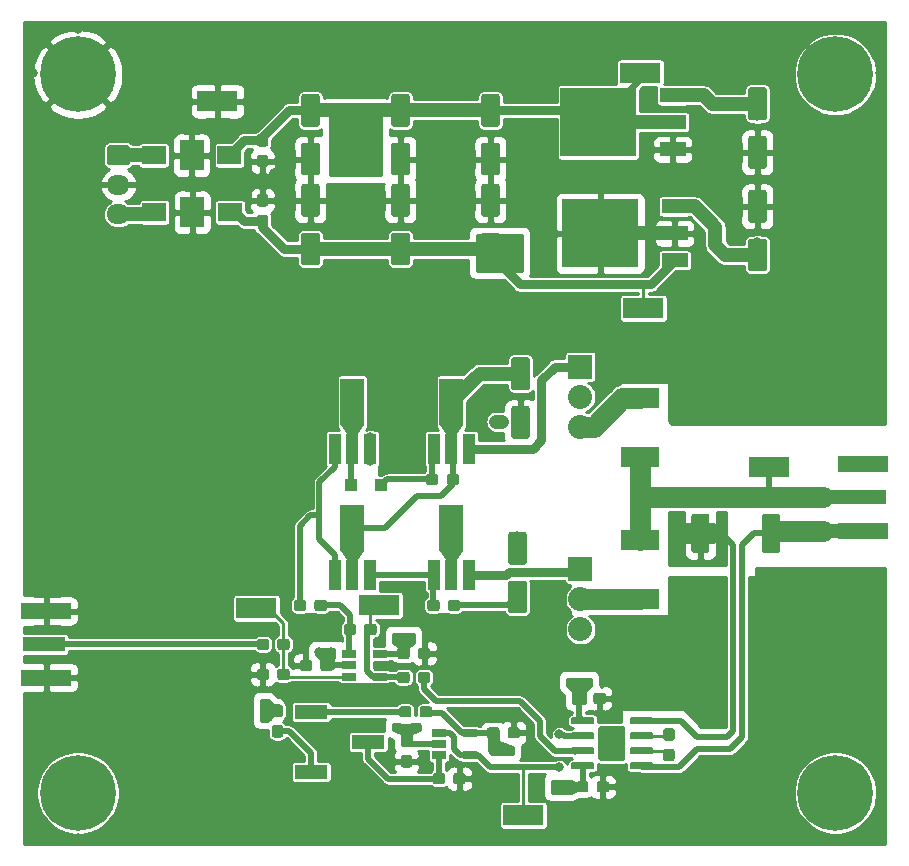
<source format=gtl>
G04 #@! TF.GenerationSoftware,KiCad,Pcbnew,(5.1.5)-3*
G04 #@! TF.CreationDate,2020-02-06T00:19:04+09:00*
G04 #@! TF.ProjectId,GradientDriver,47726164-6965-46e7-9444-72697665722e,rev?*
G04 #@! TF.SameCoordinates,Original*
G04 #@! TF.FileFunction,Copper,L1,Top*
G04 #@! TF.FilePolarity,Positive*
%FSLAX46Y46*%
G04 Gerber Fmt 4.6, Leading zero omitted, Abs format (unit mm)*
G04 Created by KiCad (PCBNEW (5.1.5)-3) date 2020-02-06 00:19:04*
%MOMM*%
%LPD*%
G04 APERTURE LIST*
%ADD10C,0.800000*%
%ADD11C,6.400000*%
%ADD12R,3.600000X1.270000*%
%ADD13R,4.200000X1.350000*%
%ADD14C,0.100000*%
%ADD15O,1.950000X1.700000*%
%ADD16R,3.400000X1.800000*%
%ADD17R,3.200000X1.800000*%
%ADD18R,1.220000X0.650000*%
%ADD19R,1.000000X1.000000*%
%ADD20R,2.790000X1.190000*%
%ADD21R,2.000000X4.000000*%
%ADD22R,1.000000X2.500000*%
%ADD23R,2.000000X1.600000*%
%ADD24R,2.000000X2.600000*%
%ADD25C,2.032000*%
%ADD26R,2.032000X2.032000*%
%ADD27R,6.400000X5.800000*%
%ADD28R,2.200000X1.200000*%
%ADD29C,1.200000*%
%ADD30C,0.250000*%
%ADD31C,0.500000*%
%ADD32C,1.800000*%
%ADD33C,0.800000*%
%ADD34C,0.254000*%
G04 APERTURE END LIST*
D10*
X59482056Y-97997944D03*
X57785000Y-97295000D03*
X56087944Y-97997944D03*
X55385000Y-99695000D03*
X56087944Y-101392056D03*
X57785000Y-102095000D03*
X59482056Y-101392056D03*
X60185000Y-99695000D03*
D11*
X57785000Y-99695000D03*
D10*
X123617056Y-97997944D03*
X121920000Y-97295000D03*
X120222944Y-97997944D03*
X119520000Y-99695000D03*
X120222944Y-101392056D03*
X121920000Y-102095000D03*
X123617056Y-101392056D03*
X124320000Y-99695000D03*
D11*
X121920000Y-99695000D03*
D10*
X123617056Y-37164944D03*
X121920000Y-36462000D03*
X120222944Y-37164944D03*
X119520000Y-38862000D03*
X120222944Y-40559056D03*
X121920000Y-41262000D03*
X123617056Y-40559056D03*
X124320000Y-38862000D03*
D11*
X121920000Y-38862000D03*
D10*
X59482056Y-37164944D03*
X57785000Y-36462000D03*
X56087944Y-37164944D03*
X55385000Y-38862000D03*
X56087944Y-40559056D03*
X57785000Y-41262000D03*
X59482056Y-40559056D03*
X60185000Y-38862000D03*
D11*
X57785000Y-38862000D03*
D12*
X54918000Y-87122000D03*
D13*
X55118000Y-89947000D03*
X55118000Y-84297000D03*
G04 #@! TA.AperFunction,ComponentPad*
D14*
G36*
X61963504Y-44871204D02*
G01*
X61987773Y-44874804D01*
X62011571Y-44880765D01*
X62034671Y-44889030D01*
X62056849Y-44899520D01*
X62077893Y-44912133D01*
X62097598Y-44926747D01*
X62115777Y-44943223D01*
X62132253Y-44961402D01*
X62146867Y-44981107D01*
X62159480Y-45002151D01*
X62169970Y-45024329D01*
X62178235Y-45047429D01*
X62184196Y-45071227D01*
X62187796Y-45095496D01*
X62189000Y-45120000D01*
X62189000Y-46320000D01*
X62187796Y-46344504D01*
X62184196Y-46368773D01*
X62178235Y-46392571D01*
X62169970Y-46415671D01*
X62159480Y-46437849D01*
X62146867Y-46458893D01*
X62132253Y-46478598D01*
X62115777Y-46496777D01*
X62097598Y-46513253D01*
X62077893Y-46527867D01*
X62056849Y-46540480D01*
X62034671Y-46550970D01*
X62011571Y-46559235D01*
X61987773Y-46565196D01*
X61963504Y-46568796D01*
X61939000Y-46570000D01*
X60489000Y-46570000D01*
X60464496Y-46568796D01*
X60440227Y-46565196D01*
X60416429Y-46559235D01*
X60393329Y-46550970D01*
X60371151Y-46540480D01*
X60350107Y-46527867D01*
X60330402Y-46513253D01*
X60312223Y-46496777D01*
X60295747Y-46478598D01*
X60281133Y-46458893D01*
X60268520Y-46437849D01*
X60258030Y-46415671D01*
X60249765Y-46392571D01*
X60243804Y-46368773D01*
X60240204Y-46344504D01*
X60239000Y-46320000D01*
X60239000Y-45120000D01*
X60240204Y-45095496D01*
X60243804Y-45071227D01*
X60249765Y-45047429D01*
X60258030Y-45024329D01*
X60268520Y-45002151D01*
X60281133Y-44981107D01*
X60295747Y-44961402D01*
X60312223Y-44943223D01*
X60330402Y-44926747D01*
X60350107Y-44912133D01*
X60371151Y-44899520D01*
X60393329Y-44889030D01*
X60416429Y-44880765D01*
X60440227Y-44874804D01*
X60464496Y-44871204D01*
X60489000Y-44870000D01*
X61939000Y-44870000D01*
X61963504Y-44871204D01*
G37*
G04 #@! TD.AperFunction*
D15*
X61214000Y-48220000D03*
X61214000Y-50720000D03*
D12*
X124460000Y-74676000D03*
D13*
X124260000Y-71851000D03*
X124260000Y-77501000D03*
D16*
X105410000Y-38735000D03*
X105664000Y-58674000D03*
X69596000Y-41148000D03*
X116332000Y-72136000D03*
X95504000Y-101600000D03*
X83312000Y-83820000D03*
X72898000Y-84074000D03*
D17*
X105410000Y-83312000D03*
X105410000Y-78312000D03*
X105410000Y-71294000D03*
X105410000Y-66294000D03*
D18*
X90948500Y-94617500D03*
X90948500Y-96517500D03*
X88328500Y-96517500D03*
X88328500Y-95567500D03*
X88328500Y-94617500D03*
D19*
X83439000Y-73660000D03*
X80939000Y-73660000D03*
D20*
X77531500Y-92835000D03*
X82361500Y-95375000D03*
X77531500Y-97915000D03*
G04 #@! TA.AperFunction,SMDPad,CuDef*
D14*
G36*
X111027005Y-76050204D02*
G01*
X111051273Y-76053804D01*
X111075072Y-76059765D01*
X111098171Y-76068030D01*
X111120350Y-76078520D01*
X111141393Y-76091132D01*
X111161099Y-76105747D01*
X111179277Y-76122223D01*
X111195753Y-76140401D01*
X111210368Y-76160107D01*
X111222980Y-76181150D01*
X111233470Y-76203329D01*
X111241735Y-76226428D01*
X111247696Y-76250227D01*
X111251296Y-76274495D01*
X111252500Y-76298999D01*
X111252500Y-79149001D01*
X111251296Y-79173505D01*
X111247696Y-79197773D01*
X111241735Y-79221572D01*
X111233470Y-79244671D01*
X111222980Y-79266850D01*
X111210368Y-79287893D01*
X111195753Y-79307599D01*
X111179277Y-79325777D01*
X111161099Y-79342253D01*
X111141393Y-79356868D01*
X111120350Y-79369480D01*
X111098171Y-79379970D01*
X111075072Y-79388235D01*
X111051273Y-79394196D01*
X111027005Y-79397796D01*
X111002501Y-79399000D01*
X109977499Y-79399000D01*
X109952995Y-79397796D01*
X109928727Y-79394196D01*
X109904928Y-79388235D01*
X109881829Y-79379970D01*
X109859650Y-79369480D01*
X109838607Y-79356868D01*
X109818901Y-79342253D01*
X109800723Y-79325777D01*
X109784247Y-79307599D01*
X109769632Y-79287893D01*
X109757020Y-79266850D01*
X109746530Y-79244671D01*
X109738265Y-79221572D01*
X109732304Y-79197773D01*
X109728704Y-79173505D01*
X109727500Y-79149001D01*
X109727500Y-76298999D01*
X109728704Y-76274495D01*
X109732304Y-76250227D01*
X109738265Y-76226428D01*
X109746530Y-76203329D01*
X109757020Y-76181150D01*
X109769632Y-76160107D01*
X109784247Y-76140401D01*
X109800723Y-76122223D01*
X109818901Y-76105747D01*
X109838607Y-76091132D01*
X109859650Y-76078520D01*
X109881829Y-76068030D01*
X109904928Y-76059765D01*
X109928727Y-76053804D01*
X109952995Y-76050204D01*
X109977499Y-76049000D01*
X111002501Y-76049000D01*
X111027005Y-76050204D01*
G37*
G04 #@! TD.AperFunction*
G04 #@! TA.AperFunction,SMDPad,CuDef*
G36*
X117002005Y-76050204D02*
G01*
X117026273Y-76053804D01*
X117050072Y-76059765D01*
X117073171Y-76068030D01*
X117095350Y-76078520D01*
X117116393Y-76091132D01*
X117136099Y-76105747D01*
X117154277Y-76122223D01*
X117170753Y-76140401D01*
X117185368Y-76160107D01*
X117197980Y-76181150D01*
X117208470Y-76203329D01*
X117216735Y-76226428D01*
X117222696Y-76250227D01*
X117226296Y-76274495D01*
X117227500Y-76298999D01*
X117227500Y-79149001D01*
X117226296Y-79173505D01*
X117222696Y-79197773D01*
X117216735Y-79221572D01*
X117208470Y-79244671D01*
X117197980Y-79266850D01*
X117185368Y-79287893D01*
X117170753Y-79307599D01*
X117154277Y-79325777D01*
X117136099Y-79342253D01*
X117116393Y-79356868D01*
X117095350Y-79369480D01*
X117073171Y-79379970D01*
X117050072Y-79388235D01*
X117026273Y-79394196D01*
X117002005Y-79397796D01*
X116977501Y-79399000D01*
X115952499Y-79399000D01*
X115927995Y-79397796D01*
X115903727Y-79394196D01*
X115879928Y-79388235D01*
X115856829Y-79379970D01*
X115834650Y-79369480D01*
X115813607Y-79356868D01*
X115793901Y-79342253D01*
X115775723Y-79325777D01*
X115759247Y-79307599D01*
X115744632Y-79287893D01*
X115732020Y-79266850D01*
X115721530Y-79244671D01*
X115713265Y-79221572D01*
X115707304Y-79197773D01*
X115703704Y-79173505D01*
X115702500Y-79149001D01*
X115702500Y-76298999D01*
X115703704Y-76274495D01*
X115707304Y-76250227D01*
X115713265Y-76226428D01*
X115721530Y-76203329D01*
X115732020Y-76181150D01*
X115744632Y-76160107D01*
X115759247Y-76140401D01*
X115775723Y-76122223D01*
X115793901Y-76105747D01*
X115813607Y-76091132D01*
X115834650Y-76078520D01*
X115856829Y-76068030D01*
X115879928Y-76059765D01*
X115903727Y-76053804D01*
X115927995Y-76050204D01*
X115952499Y-76049000D01*
X116977501Y-76049000D01*
X117002005Y-76050204D01*
G37*
G04 #@! TD.AperFunction*
G04 #@! TA.AperFunction,SMDPad,CuDef*
G36*
X90408000Y-79243000D02*
G01*
X89908000Y-79993000D01*
X88908000Y-79993000D01*
X88408000Y-79243000D01*
X90408000Y-79243000D01*
G37*
G04 #@! TD.AperFunction*
D21*
X89408000Y-77268000D03*
D22*
X90908000Y-81228000D03*
X89408000Y-81228000D03*
X87908000Y-81228000D03*
G04 #@! TA.AperFunction,SMDPad,CuDef*
D14*
G36*
X90408000Y-68575000D02*
G01*
X89908000Y-69325000D01*
X88908000Y-69325000D01*
X88408000Y-68575000D01*
X90408000Y-68575000D01*
G37*
G04 #@! TD.AperFunction*
D21*
X89408000Y-66600000D03*
D22*
X90908000Y-70560000D03*
X89408000Y-70560000D03*
X87908000Y-70560000D03*
G04 #@! TA.AperFunction,SMDPad,CuDef*
D14*
G36*
X82026000Y-79243000D02*
G01*
X81526000Y-79993000D01*
X80526000Y-79993000D01*
X80026000Y-79243000D01*
X82026000Y-79243000D01*
G37*
G04 #@! TD.AperFunction*
D21*
X81026000Y-77268000D03*
D22*
X82526000Y-81228000D03*
X81026000Y-81228000D03*
X79526000Y-81228000D03*
G04 #@! TA.AperFunction,SMDPad,CuDef*
D14*
G36*
X82026000Y-68575000D02*
G01*
X81526000Y-69325000D01*
X80526000Y-69325000D01*
X80026000Y-68575000D01*
X82026000Y-68575000D01*
G37*
G04 #@! TD.AperFunction*
D21*
X81026000Y-66600000D03*
D22*
X82526000Y-70560000D03*
X81026000Y-70560000D03*
X79526000Y-70560000D03*
G04 #@! TA.AperFunction,SMDPad,CuDef*
D14*
G36*
X95570504Y-77607704D02*
G01*
X95594773Y-77611304D01*
X95618571Y-77617265D01*
X95641671Y-77625530D01*
X95663849Y-77636020D01*
X95684893Y-77648633D01*
X95704598Y-77663247D01*
X95722777Y-77679723D01*
X95739253Y-77697902D01*
X95753867Y-77717607D01*
X95766480Y-77738651D01*
X95776970Y-77760829D01*
X95785235Y-77783929D01*
X95791196Y-77807727D01*
X95794796Y-77831996D01*
X95796000Y-77856500D01*
X95796000Y-80131500D01*
X95794796Y-80156004D01*
X95791196Y-80180273D01*
X95785235Y-80204071D01*
X95776970Y-80227171D01*
X95766480Y-80249349D01*
X95753867Y-80270393D01*
X95739253Y-80290098D01*
X95722777Y-80308277D01*
X95704598Y-80324753D01*
X95684893Y-80339367D01*
X95663849Y-80351980D01*
X95641671Y-80362470D01*
X95618571Y-80370735D01*
X95594773Y-80376696D01*
X95570504Y-80380296D01*
X95546000Y-80381500D01*
X94446000Y-80381500D01*
X94421496Y-80380296D01*
X94397227Y-80376696D01*
X94373429Y-80370735D01*
X94350329Y-80362470D01*
X94328151Y-80351980D01*
X94307107Y-80339367D01*
X94287402Y-80324753D01*
X94269223Y-80308277D01*
X94252747Y-80290098D01*
X94238133Y-80270393D01*
X94225520Y-80249349D01*
X94215030Y-80227171D01*
X94206765Y-80204071D01*
X94200804Y-80180273D01*
X94197204Y-80156004D01*
X94196000Y-80131500D01*
X94196000Y-77856500D01*
X94197204Y-77831996D01*
X94200804Y-77807727D01*
X94206765Y-77783929D01*
X94215030Y-77760829D01*
X94225520Y-77738651D01*
X94238133Y-77717607D01*
X94252747Y-77697902D01*
X94269223Y-77679723D01*
X94287402Y-77663247D01*
X94307107Y-77648633D01*
X94328151Y-77636020D01*
X94350329Y-77625530D01*
X94373429Y-77617265D01*
X94397227Y-77611304D01*
X94421496Y-77607704D01*
X94446000Y-77606500D01*
X95546000Y-77606500D01*
X95570504Y-77607704D01*
G37*
G04 #@! TD.AperFunction*
G04 #@! TA.AperFunction,SMDPad,CuDef*
G36*
X95570504Y-81732704D02*
G01*
X95594773Y-81736304D01*
X95618571Y-81742265D01*
X95641671Y-81750530D01*
X95663849Y-81761020D01*
X95684893Y-81773633D01*
X95704598Y-81788247D01*
X95722777Y-81804723D01*
X95739253Y-81822902D01*
X95753867Y-81842607D01*
X95766480Y-81863651D01*
X95776970Y-81885829D01*
X95785235Y-81908929D01*
X95791196Y-81932727D01*
X95794796Y-81956996D01*
X95796000Y-81981500D01*
X95796000Y-84256500D01*
X95794796Y-84281004D01*
X95791196Y-84305273D01*
X95785235Y-84329071D01*
X95776970Y-84352171D01*
X95766480Y-84374349D01*
X95753867Y-84395393D01*
X95739253Y-84415098D01*
X95722777Y-84433277D01*
X95704598Y-84449753D01*
X95684893Y-84464367D01*
X95663849Y-84476980D01*
X95641671Y-84487470D01*
X95618571Y-84495735D01*
X95594773Y-84501696D01*
X95570504Y-84505296D01*
X95546000Y-84506500D01*
X94446000Y-84506500D01*
X94421496Y-84505296D01*
X94397227Y-84501696D01*
X94373429Y-84495735D01*
X94350329Y-84487470D01*
X94328151Y-84476980D01*
X94307107Y-84464367D01*
X94287402Y-84449753D01*
X94269223Y-84433277D01*
X94252747Y-84415098D01*
X94238133Y-84395393D01*
X94225520Y-84374349D01*
X94215030Y-84352171D01*
X94206765Y-84329071D01*
X94200804Y-84305273D01*
X94197204Y-84281004D01*
X94196000Y-84256500D01*
X94196000Y-81981500D01*
X94197204Y-81956996D01*
X94200804Y-81932727D01*
X94206765Y-81908929D01*
X94215030Y-81885829D01*
X94225520Y-81863651D01*
X94238133Y-81842607D01*
X94252747Y-81822902D01*
X94269223Y-81804723D01*
X94287402Y-81788247D01*
X94307107Y-81773633D01*
X94328151Y-81761020D01*
X94350329Y-81750530D01*
X94373429Y-81742265D01*
X94397227Y-81736304D01*
X94421496Y-81732704D01*
X94446000Y-81731500D01*
X95546000Y-81731500D01*
X95570504Y-81732704D01*
G37*
G04 #@! TD.AperFunction*
G04 #@! TA.AperFunction,SMDPad,CuDef*
G36*
X102545779Y-98713144D02*
G01*
X102568834Y-98716563D01*
X102591443Y-98722227D01*
X102613387Y-98730079D01*
X102634457Y-98740044D01*
X102654448Y-98752026D01*
X102673168Y-98765910D01*
X102690438Y-98781562D01*
X102706090Y-98798832D01*
X102719974Y-98817552D01*
X102731956Y-98837543D01*
X102741921Y-98858613D01*
X102749773Y-98880557D01*
X102755437Y-98903166D01*
X102758856Y-98926221D01*
X102760000Y-98949500D01*
X102760000Y-99424500D01*
X102758856Y-99447779D01*
X102755437Y-99470834D01*
X102749773Y-99493443D01*
X102741921Y-99515387D01*
X102731956Y-99536457D01*
X102719974Y-99556448D01*
X102706090Y-99575168D01*
X102690438Y-99592438D01*
X102673168Y-99608090D01*
X102654448Y-99621974D01*
X102634457Y-99633956D01*
X102613387Y-99643921D01*
X102591443Y-99651773D01*
X102568834Y-99657437D01*
X102545779Y-99660856D01*
X102522500Y-99662000D01*
X101947500Y-99662000D01*
X101924221Y-99660856D01*
X101901166Y-99657437D01*
X101878557Y-99651773D01*
X101856613Y-99643921D01*
X101835543Y-99633956D01*
X101815552Y-99621974D01*
X101796832Y-99608090D01*
X101779562Y-99592438D01*
X101763910Y-99575168D01*
X101750026Y-99556448D01*
X101738044Y-99536457D01*
X101728079Y-99515387D01*
X101720227Y-99493443D01*
X101714563Y-99470834D01*
X101711144Y-99447779D01*
X101710000Y-99424500D01*
X101710000Y-98949500D01*
X101711144Y-98926221D01*
X101714563Y-98903166D01*
X101720227Y-98880557D01*
X101728079Y-98858613D01*
X101738044Y-98837543D01*
X101750026Y-98817552D01*
X101763910Y-98798832D01*
X101779562Y-98781562D01*
X101796832Y-98765910D01*
X101815552Y-98752026D01*
X101835543Y-98740044D01*
X101856613Y-98730079D01*
X101878557Y-98722227D01*
X101901166Y-98716563D01*
X101924221Y-98713144D01*
X101947500Y-98712000D01*
X102522500Y-98712000D01*
X102545779Y-98713144D01*
G37*
G04 #@! TD.AperFunction*
G04 #@! TA.AperFunction,SMDPad,CuDef*
G36*
X100795779Y-98713144D02*
G01*
X100818834Y-98716563D01*
X100841443Y-98722227D01*
X100863387Y-98730079D01*
X100884457Y-98740044D01*
X100904448Y-98752026D01*
X100923168Y-98765910D01*
X100940438Y-98781562D01*
X100956090Y-98798832D01*
X100969974Y-98817552D01*
X100981956Y-98837543D01*
X100991921Y-98858613D01*
X100999773Y-98880557D01*
X101005437Y-98903166D01*
X101008856Y-98926221D01*
X101010000Y-98949500D01*
X101010000Y-99424500D01*
X101008856Y-99447779D01*
X101005437Y-99470834D01*
X100999773Y-99493443D01*
X100991921Y-99515387D01*
X100981956Y-99536457D01*
X100969974Y-99556448D01*
X100956090Y-99575168D01*
X100940438Y-99592438D01*
X100923168Y-99608090D01*
X100904448Y-99621974D01*
X100884457Y-99633956D01*
X100863387Y-99643921D01*
X100841443Y-99651773D01*
X100818834Y-99657437D01*
X100795779Y-99660856D01*
X100772500Y-99662000D01*
X100197500Y-99662000D01*
X100174221Y-99660856D01*
X100151166Y-99657437D01*
X100128557Y-99651773D01*
X100106613Y-99643921D01*
X100085543Y-99633956D01*
X100065552Y-99621974D01*
X100046832Y-99608090D01*
X100029562Y-99592438D01*
X100013910Y-99575168D01*
X100000026Y-99556448D01*
X99988044Y-99536457D01*
X99978079Y-99515387D01*
X99970227Y-99493443D01*
X99964563Y-99470834D01*
X99961144Y-99447779D01*
X99960000Y-99424500D01*
X99960000Y-98949500D01*
X99961144Y-98926221D01*
X99964563Y-98903166D01*
X99970227Y-98880557D01*
X99978079Y-98858613D01*
X99988044Y-98837543D01*
X100000026Y-98817552D01*
X100013910Y-98798832D01*
X100029562Y-98781562D01*
X100046832Y-98765910D01*
X100065552Y-98752026D01*
X100085543Y-98740044D01*
X100106613Y-98730079D01*
X100128557Y-98722227D01*
X100151166Y-98716563D01*
X100174221Y-98713144D01*
X100197500Y-98712000D01*
X100772500Y-98712000D01*
X100795779Y-98713144D01*
G37*
G04 #@! TD.AperFunction*
G04 #@! TA.AperFunction,SMDPad,CuDef*
G36*
X102263779Y-91220144D02*
G01*
X102286834Y-91223563D01*
X102309443Y-91229227D01*
X102331387Y-91237079D01*
X102352457Y-91247044D01*
X102372448Y-91259026D01*
X102391168Y-91272910D01*
X102408438Y-91288562D01*
X102424090Y-91305832D01*
X102437974Y-91324552D01*
X102449956Y-91344543D01*
X102459921Y-91365613D01*
X102467773Y-91387557D01*
X102473437Y-91410166D01*
X102476856Y-91433221D01*
X102478000Y-91456500D01*
X102478000Y-91931500D01*
X102476856Y-91954779D01*
X102473437Y-91977834D01*
X102467773Y-92000443D01*
X102459921Y-92022387D01*
X102449956Y-92043457D01*
X102437974Y-92063448D01*
X102424090Y-92082168D01*
X102408438Y-92099438D01*
X102391168Y-92115090D01*
X102372448Y-92128974D01*
X102352457Y-92140956D01*
X102331387Y-92150921D01*
X102309443Y-92158773D01*
X102286834Y-92164437D01*
X102263779Y-92167856D01*
X102240500Y-92169000D01*
X101665500Y-92169000D01*
X101642221Y-92167856D01*
X101619166Y-92164437D01*
X101596557Y-92158773D01*
X101574613Y-92150921D01*
X101553543Y-92140956D01*
X101533552Y-92128974D01*
X101514832Y-92115090D01*
X101497562Y-92099438D01*
X101481910Y-92082168D01*
X101468026Y-92063448D01*
X101456044Y-92043457D01*
X101446079Y-92022387D01*
X101438227Y-92000443D01*
X101432563Y-91977834D01*
X101429144Y-91954779D01*
X101428000Y-91931500D01*
X101428000Y-91456500D01*
X101429144Y-91433221D01*
X101432563Y-91410166D01*
X101438227Y-91387557D01*
X101446079Y-91365613D01*
X101456044Y-91344543D01*
X101468026Y-91324552D01*
X101481910Y-91305832D01*
X101497562Y-91288562D01*
X101514832Y-91272910D01*
X101533552Y-91259026D01*
X101553543Y-91247044D01*
X101574613Y-91237079D01*
X101596557Y-91229227D01*
X101619166Y-91223563D01*
X101642221Y-91220144D01*
X101665500Y-91219000D01*
X102240500Y-91219000D01*
X102263779Y-91220144D01*
G37*
G04 #@! TD.AperFunction*
G04 #@! TA.AperFunction,SMDPad,CuDef*
G36*
X100513779Y-91220144D02*
G01*
X100536834Y-91223563D01*
X100559443Y-91229227D01*
X100581387Y-91237079D01*
X100602457Y-91247044D01*
X100622448Y-91259026D01*
X100641168Y-91272910D01*
X100658438Y-91288562D01*
X100674090Y-91305832D01*
X100687974Y-91324552D01*
X100699956Y-91344543D01*
X100709921Y-91365613D01*
X100717773Y-91387557D01*
X100723437Y-91410166D01*
X100726856Y-91433221D01*
X100728000Y-91456500D01*
X100728000Y-91931500D01*
X100726856Y-91954779D01*
X100723437Y-91977834D01*
X100717773Y-92000443D01*
X100709921Y-92022387D01*
X100699956Y-92043457D01*
X100687974Y-92063448D01*
X100674090Y-92082168D01*
X100658438Y-92099438D01*
X100641168Y-92115090D01*
X100622448Y-92128974D01*
X100602457Y-92140956D01*
X100581387Y-92150921D01*
X100559443Y-92158773D01*
X100536834Y-92164437D01*
X100513779Y-92167856D01*
X100490500Y-92169000D01*
X99915500Y-92169000D01*
X99892221Y-92167856D01*
X99869166Y-92164437D01*
X99846557Y-92158773D01*
X99824613Y-92150921D01*
X99803543Y-92140956D01*
X99783552Y-92128974D01*
X99764832Y-92115090D01*
X99747562Y-92099438D01*
X99731910Y-92082168D01*
X99718026Y-92063448D01*
X99706044Y-92043457D01*
X99696079Y-92022387D01*
X99688227Y-92000443D01*
X99682563Y-91977834D01*
X99679144Y-91954779D01*
X99678000Y-91931500D01*
X99678000Y-91456500D01*
X99679144Y-91433221D01*
X99682563Y-91410166D01*
X99688227Y-91387557D01*
X99696079Y-91365613D01*
X99706044Y-91344543D01*
X99718026Y-91324552D01*
X99731910Y-91305832D01*
X99747562Y-91288562D01*
X99764832Y-91272910D01*
X99783552Y-91259026D01*
X99803543Y-91247044D01*
X99824613Y-91237079D01*
X99846557Y-91229227D01*
X99869166Y-91223563D01*
X99892221Y-91220144D01*
X99915500Y-91219000D01*
X100490500Y-91219000D01*
X100513779Y-91220144D01*
G37*
G04 #@! TD.AperFunction*
G04 #@! TA.AperFunction,SMDPad,CuDef*
G36*
X108083779Y-95968144D02*
G01*
X108106834Y-95971563D01*
X108129443Y-95977227D01*
X108151387Y-95985079D01*
X108172457Y-95995044D01*
X108192448Y-96007026D01*
X108211168Y-96020910D01*
X108228438Y-96036562D01*
X108244090Y-96053832D01*
X108257974Y-96072552D01*
X108269956Y-96092543D01*
X108279921Y-96113613D01*
X108287773Y-96135557D01*
X108293437Y-96158166D01*
X108296856Y-96181221D01*
X108298000Y-96204500D01*
X108298000Y-96779500D01*
X108296856Y-96802779D01*
X108293437Y-96825834D01*
X108287773Y-96848443D01*
X108279921Y-96870387D01*
X108269956Y-96891457D01*
X108257974Y-96911448D01*
X108244090Y-96930168D01*
X108228438Y-96947438D01*
X108211168Y-96963090D01*
X108192448Y-96976974D01*
X108172457Y-96988956D01*
X108151387Y-96998921D01*
X108129443Y-97006773D01*
X108106834Y-97012437D01*
X108083779Y-97015856D01*
X108060500Y-97017000D01*
X107585500Y-97017000D01*
X107562221Y-97015856D01*
X107539166Y-97012437D01*
X107516557Y-97006773D01*
X107494613Y-96998921D01*
X107473543Y-96988956D01*
X107453552Y-96976974D01*
X107434832Y-96963090D01*
X107417562Y-96947438D01*
X107401910Y-96930168D01*
X107388026Y-96911448D01*
X107376044Y-96891457D01*
X107366079Y-96870387D01*
X107358227Y-96848443D01*
X107352563Y-96825834D01*
X107349144Y-96802779D01*
X107348000Y-96779500D01*
X107348000Y-96204500D01*
X107349144Y-96181221D01*
X107352563Y-96158166D01*
X107358227Y-96135557D01*
X107366079Y-96113613D01*
X107376044Y-96092543D01*
X107388026Y-96072552D01*
X107401910Y-96053832D01*
X107417562Y-96036562D01*
X107434832Y-96020910D01*
X107453552Y-96007026D01*
X107473543Y-95995044D01*
X107494613Y-95985079D01*
X107516557Y-95977227D01*
X107539166Y-95971563D01*
X107562221Y-95968144D01*
X107585500Y-95967000D01*
X108060500Y-95967000D01*
X108083779Y-95968144D01*
G37*
G04 #@! TD.AperFunction*
G04 #@! TA.AperFunction,SMDPad,CuDef*
G36*
X108083779Y-94218144D02*
G01*
X108106834Y-94221563D01*
X108129443Y-94227227D01*
X108151387Y-94235079D01*
X108172457Y-94245044D01*
X108192448Y-94257026D01*
X108211168Y-94270910D01*
X108228438Y-94286562D01*
X108244090Y-94303832D01*
X108257974Y-94322552D01*
X108269956Y-94342543D01*
X108279921Y-94363613D01*
X108287773Y-94385557D01*
X108293437Y-94408166D01*
X108296856Y-94431221D01*
X108298000Y-94454500D01*
X108298000Y-95029500D01*
X108296856Y-95052779D01*
X108293437Y-95075834D01*
X108287773Y-95098443D01*
X108279921Y-95120387D01*
X108269956Y-95141457D01*
X108257974Y-95161448D01*
X108244090Y-95180168D01*
X108228438Y-95197438D01*
X108211168Y-95213090D01*
X108192448Y-95226974D01*
X108172457Y-95238956D01*
X108151387Y-95248921D01*
X108129443Y-95256773D01*
X108106834Y-95262437D01*
X108083779Y-95265856D01*
X108060500Y-95267000D01*
X107585500Y-95267000D01*
X107562221Y-95265856D01*
X107539166Y-95262437D01*
X107516557Y-95256773D01*
X107494613Y-95248921D01*
X107473543Y-95238956D01*
X107453552Y-95226974D01*
X107434832Y-95213090D01*
X107417562Y-95197438D01*
X107401910Y-95180168D01*
X107388026Y-95161448D01*
X107376044Y-95141457D01*
X107366079Y-95120387D01*
X107358227Y-95098443D01*
X107352563Y-95075834D01*
X107349144Y-95052779D01*
X107348000Y-95029500D01*
X107348000Y-94454500D01*
X107349144Y-94431221D01*
X107352563Y-94408166D01*
X107358227Y-94385557D01*
X107366079Y-94363613D01*
X107376044Y-94342543D01*
X107388026Y-94322552D01*
X107401910Y-94303832D01*
X107417562Y-94286562D01*
X107434832Y-94270910D01*
X107453552Y-94257026D01*
X107473543Y-94245044D01*
X107494613Y-94235079D01*
X107516557Y-94227227D01*
X107539166Y-94221563D01*
X107562221Y-94218144D01*
X107585500Y-94217000D01*
X108060500Y-94217000D01*
X108083779Y-94218144D01*
G37*
G04 #@! TD.AperFunction*
G04 #@! TA.AperFunction,SMDPad,CuDef*
G36*
X103916505Y-94005204D02*
G01*
X103940773Y-94008804D01*
X103964572Y-94014765D01*
X103987671Y-94023030D01*
X104009850Y-94033520D01*
X104030893Y-94046132D01*
X104050599Y-94060747D01*
X104068777Y-94077223D01*
X104085253Y-94095401D01*
X104099868Y-94115107D01*
X104112480Y-94136150D01*
X104122970Y-94158329D01*
X104131235Y-94181428D01*
X104137196Y-94205227D01*
X104140796Y-94229495D01*
X104142000Y-94253999D01*
X104142000Y-96754001D01*
X104140796Y-96778505D01*
X104137196Y-96802773D01*
X104131235Y-96826572D01*
X104122970Y-96849671D01*
X104112480Y-96871850D01*
X104099868Y-96892893D01*
X104085253Y-96912599D01*
X104068777Y-96930777D01*
X104050599Y-96947253D01*
X104030893Y-96961868D01*
X104009850Y-96974480D01*
X103987671Y-96984970D01*
X103964572Y-96993235D01*
X103940773Y-96999196D01*
X103916505Y-97002796D01*
X103892001Y-97004000D01*
X102101999Y-97004000D01*
X102077495Y-97002796D01*
X102053227Y-96999196D01*
X102029428Y-96993235D01*
X102006329Y-96984970D01*
X101984150Y-96974480D01*
X101963107Y-96961868D01*
X101943401Y-96947253D01*
X101925223Y-96930777D01*
X101908747Y-96912599D01*
X101894132Y-96892893D01*
X101881520Y-96871850D01*
X101871030Y-96849671D01*
X101862765Y-96826572D01*
X101856804Y-96802773D01*
X101853204Y-96778505D01*
X101852000Y-96754001D01*
X101852000Y-94253999D01*
X101853204Y-94229495D01*
X101856804Y-94205227D01*
X101862765Y-94181428D01*
X101871030Y-94158329D01*
X101881520Y-94136150D01*
X101894132Y-94115107D01*
X101908747Y-94095401D01*
X101925223Y-94077223D01*
X101943401Y-94060747D01*
X101963107Y-94046132D01*
X101984150Y-94033520D01*
X102006329Y-94023030D01*
X102029428Y-94014765D01*
X102053227Y-94008804D01*
X102077495Y-94005204D01*
X102101999Y-94004000D01*
X103892001Y-94004000D01*
X103916505Y-94005204D01*
G37*
G04 #@! TD.AperFunction*
G04 #@! TA.AperFunction,SMDPad,CuDef*
G36*
X106311703Y-97109722D02*
G01*
X106326264Y-97111882D01*
X106340543Y-97115459D01*
X106354403Y-97120418D01*
X106367710Y-97126712D01*
X106380336Y-97134280D01*
X106392159Y-97143048D01*
X106403066Y-97152934D01*
X106412952Y-97163841D01*
X106421720Y-97175664D01*
X106429288Y-97188290D01*
X106435582Y-97201597D01*
X106440541Y-97215457D01*
X106444118Y-97229736D01*
X106446278Y-97244297D01*
X106447000Y-97259000D01*
X106447000Y-97559000D01*
X106446278Y-97573703D01*
X106444118Y-97588264D01*
X106440541Y-97602543D01*
X106435582Y-97616403D01*
X106429288Y-97629710D01*
X106421720Y-97642336D01*
X106412952Y-97654159D01*
X106403066Y-97665066D01*
X106392159Y-97674952D01*
X106380336Y-97683720D01*
X106367710Y-97691288D01*
X106354403Y-97697582D01*
X106340543Y-97702541D01*
X106326264Y-97706118D01*
X106311703Y-97708278D01*
X106297000Y-97709000D01*
X104647000Y-97709000D01*
X104632297Y-97708278D01*
X104617736Y-97706118D01*
X104603457Y-97702541D01*
X104589597Y-97697582D01*
X104576290Y-97691288D01*
X104563664Y-97683720D01*
X104551841Y-97674952D01*
X104540934Y-97665066D01*
X104531048Y-97654159D01*
X104522280Y-97642336D01*
X104514712Y-97629710D01*
X104508418Y-97616403D01*
X104503459Y-97602543D01*
X104499882Y-97588264D01*
X104497722Y-97573703D01*
X104497000Y-97559000D01*
X104497000Y-97259000D01*
X104497722Y-97244297D01*
X104499882Y-97229736D01*
X104503459Y-97215457D01*
X104508418Y-97201597D01*
X104514712Y-97188290D01*
X104522280Y-97175664D01*
X104531048Y-97163841D01*
X104540934Y-97152934D01*
X104551841Y-97143048D01*
X104563664Y-97134280D01*
X104576290Y-97126712D01*
X104589597Y-97120418D01*
X104603457Y-97115459D01*
X104617736Y-97111882D01*
X104632297Y-97109722D01*
X104647000Y-97109000D01*
X106297000Y-97109000D01*
X106311703Y-97109722D01*
G37*
G04 #@! TD.AperFunction*
G04 #@! TA.AperFunction,SMDPad,CuDef*
G36*
X106311703Y-95839722D02*
G01*
X106326264Y-95841882D01*
X106340543Y-95845459D01*
X106354403Y-95850418D01*
X106367710Y-95856712D01*
X106380336Y-95864280D01*
X106392159Y-95873048D01*
X106403066Y-95882934D01*
X106412952Y-95893841D01*
X106421720Y-95905664D01*
X106429288Y-95918290D01*
X106435582Y-95931597D01*
X106440541Y-95945457D01*
X106444118Y-95959736D01*
X106446278Y-95974297D01*
X106447000Y-95989000D01*
X106447000Y-96289000D01*
X106446278Y-96303703D01*
X106444118Y-96318264D01*
X106440541Y-96332543D01*
X106435582Y-96346403D01*
X106429288Y-96359710D01*
X106421720Y-96372336D01*
X106412952Y-96384159D01*
X106403066Y-96395066D01*
X106392159Y-96404952D01*
X106380336Y-96413720D01*
X106367710Y-96421288D01*
X106354403Y-96427582D01*
X106340543Y-96432541D01*
X106326264Y-96436118D01*
X106311703Y-96438278D01*
X106297000Y-96439000D01*
X104647000Y-96439000D01*
X104632297Y-96438278D01*
X104617736Y-96436118D01*
X104603457Y-96432541D01*
X104589597Y-96427582D01*
X104576290Y-96421288D01*
X104563664Y-96413720D01*
X104551841Y-96404952D01*
X104540934Y-96395066D01*
X104531048Y-96384159D01*
X104522280Y-96372336D01*
X104514712Y-96359710D01*
X104508418Y-96346403D01*
X104503459Y-96332543D01*
X104499882Y-96318264D01*
X104497722Y-96303703D01*
X104497000Y-96289000D01*
X104497000Y-95989000D01*
X104497722Y-95974297D01*
X104499882Y-95959736D01*
X104503459Y-95945457D01*
X104508418Y-95931597D01*
X104514712Y-95918290D01*
X104522280Y-95905664D01*
X104531048Y-95893841D01*
X104540934Y-95882934D01*
X104551841Y-95873048D01*
X104563664Y-95864280D01*
X104576290Y-95856712D01*
X104589597Y-95850418D01*
X104603457Y-95845459D01*
X104617736Y-95841882D01*
X104632297Y-95839722D01*
X104647000Y-95839000D01*
X106297000Y-95839000D01*
X106311703Y-95839722D01*
G37*
G04 #@! TD.AperFunction*
G04 #@! TA.AperFunction,SMDPad,CuDef*
G36*
X106311703Y-94569722D02*
G01*
X106326264Y-94571882D01*
X106340543Y-94575459D01*
X106354403Y-94580418D01*
X106367710Y-94586712D01*
X106380336Y-94594280D01*
X106392159Y-94603048D01*
X106403066Y-94612934D01*
X106412952Y-94623841D01*
X106421720Y-94635664D01*
X106429288Y-94648290D01*
X106435582Y-94661597D01*
X106440541Y-94675457D01*
X106444118Y-94689736D01*
X106446278Y-94704297D01*
X106447000Y-94719000D01*
X106447000Y-95019000D01*
X106446278Y-95033703D01*
X106444118Y-95048264D01*
X106440541Y-95062543D01*
X106435582Y-95076403D01*
X106429288Y-95089710D01*
X106421720Y-95102336D01*
X106412952Y-95114159D01*
X106403066Y-95125066D01*
X106392159Y-95134952D01*
X106380336Y-95143720D01*
X106367710Y-95151288D01*
X106354403Y-95157582D01*
X106340543Y-95162541D01*
X106326264Y-95166118D01*
X106311703Y-95168278D01*
X106297000Y-95169000D01*
X104647000Y-95169000D01*
X104632297Y-95168278D01*
X104617736Y-95166118D01*
X104603457Y-95162541D01*
X104589597Y-95157582D01*
X104576290Y-95151288D01*
X104563664Y-95143720D01*
X104551841Y-95134952D01*
X104540934Y-95125066D01*
X104531048Y-95114159D01*
X104522280Y-95102336D01*
X104514712Y-95089710D01*
X104508418Y-95076403D01*
X104503459Y-95062543D01*
X104499882Y-95048264D01*
X104497722Y-95033703D01*
X104497000Y-95019000D01*
X104497000Y-94719000D01*
X104497722Y-94704297D01*
X104499882Y-94689736D01*
X104503459Y-94675457D01*
X104508418Y-94661597D01*
X104514712Y-94648290D01*
X104522280Y-94635664D01*
X104531048Y-94623841D01*
X104540934Y-94612934D01*
X104551841Y-94603048D01*
X104563664Y-94594280D01*
X104576290Y-94586712D01*
X104589597Y-94580418D01*
X104603457Y-94575459D01*
X104617736Y-94571882D01*
X104632297Y-94569722D01*
X104647000Y-94569000D01*
X106297000Y-94569000D01*
X106311703Y-94569722D01*
G37*
G04 #@! TD.AperFunction*
G04 #@! TA.AperFunction,SMDPad,CuDef*
G36*
X106311703Y-93299722D02*
G01*
X106326264Y-93301882D01*
X106340543Y-93305459D01*
X106354403Y-93310418D01*
X106367710Y-93316712D01*
X106380336Y-93324280D01*
X106392159Y-93333048D01*
X106403066Y-93342934D01*
X106412952Y-93353841D01*
X106421720Y-93365664D01*
X106429288Y-93378290D01*
X106435582Y-93391597D01*
X106440541Y-93405457D01*
X106444118Y-93419736D01*
X106446278Y-93434297D01*
X106447000Y-93449000D01*
X106447000Y-93749000D01*
X106446278Y-93763703D01*
X106444118Y-93778264D01*
X106440541Y-93792543D01*
X106435582Y-93806403D01*
X106429288Y-93819710D01*
X106421720Y-93832336D01*
X106412952Y-93844159D01*
X106403066Y-93855066D01*
X106392159Y-93864952D01*
X106380336Y-93873720D01*
X106367710Y-93881288D01*
X106354403Y-93887582D01*
X106340543Y-93892541D01*
X106326264Y-93896118D01*
X106311703Y-93898278D01*
X106297000Y-93899000D01*
X104647000Y-93899000D01*
X104632297Y-93898278D01*
X104617736Y-93896118D01*
X104603457Y-93892541D01*
X104589597Y-93887582D01*
X104576290Y-93881288D01*
X104563664Y-93873720D01*
X104551841Y-93864952D01*
X104540934Y-93855066D01*
X104531048Y-93844159D01*
X104522280Y-93832336D01*
X104514712Y-93819710D01*
X104508418Y-93806403D01*
X104503459Y-93792543D01*
X104499882Y-93778264D01*
X104497722Y-93763703D01*
X104497000Y-93749000D01*
X104497000Y-93449000D01*
X104497722Y-93434297D01*
X104499882Y-93419736D01*
X104503459Y-93405457D01*
X104508418Y-93391597D01*
X104514712Y-93378290D01*
X104522280Y-93365664D01*
X104531048Y-93353841D01*
X104540934Y-93342934D01*
X104551841Y-93333048D01*
X104563664Y-93324280D01*
X104576290Y-93316712D01*
X104589597Y-93310418D01*
X104603457Y-93305459D01*
X104617736Y-93301882D01*
X104632297Y-93299722D01*
X104647000Y-93299000D01*
X106297000Y-93299000D01*
X106311703Y-93299722D01*
G37*
G04 #@! TD.AperFunction*
G04 #@! TA.AperFunction,SMDPad,CuDef*
G36*
X101361703Y-93299722D02*
G01*
X101376264Y-93301882D01*
X101390543Y-93305459D01*
X101404403Y-93310418D01*
X101417710Y-93316712D01*
X101430336Y-93324280D01*
X101442159Y-93333048D01*
X101453066Y-93342934D01*
X101462952Y-93353841D01*
X101471720Y-93365664D01*
X101479288Y-93378290D01*
X101485582Y-93391597D01*
X101490541Y-93405457D01*
X101494118Y-93419736D01*
X101496278Y-93434297D01*
X101497000Y-93449000D01*
X101497000Y-93749000D01*
X101496278Y-93763703D01*
X101494118Y-93778264D01*
X101490541Y-93792543D01*
X101485582Y-93806403D01*
X101479288Y-93819710D01*
X101471720Y-93832336D01*
X101462952Y-93844159D01*
X101453066Y-93855066D01*
X101442159Y-93864952D01*
X101430336Y-93873720D01*
X101417710Y-93881288D01*
X101404403Y-93887582D01*
X101390543Y-93892541D01*
X101376264Y-93896118D01*
X101361703Y-93898278D01*
X101347000Y-93899000D01*
X99697000Y-93899000D01*
X99682297Y-93898278D01*
X99667736Y-93896118D01*
X99653457Y-93892541D01*
X99639597Y-93887582D01*
X99626290Y-93881288D01*
X99613664Y-93873720D01*
X99601841Y-93864952D01*
X99590934Y-93855066D01*
X99581048Y-93844159D01*
X99572280Y-93832336D01*
X99564712Y-93819710D01*
X99558418Y-93806403D01*
X99553459Y-93792543D01*
X99549882Y-93778264D01*
X99547722Y-93763703D01*
X99547000Y-93749000D01*
X99547000Y-93449000D01*
X99547722Y-93434297D01*
X99549882Y-93419736D01*
X99553459Y-93405457D01*
X99558418Y-93391597D01*
X99564712Y-93378290D01*
X99572280Y-93365664D01*
X99581048Y-93353841D01*
X99590934Y-93342934D01*
X99601841Y-93333048D01*
X99613664Y-93324280D01*
X99626290Y-93316712D01*
X99639597Y-93310418D01*
X99653457Y-93305459D01*
X99667736Y-93301882D01*
X99682297Y-93299722D01*
X99697000Y-93299000D01*
X101347000Y-93299000D01*
X101361703Y-93299722D01*
G37*
G04 #@! TD.AperFunction*
G04 #@! TA.AperFunction,SMDPad,CuDef*
G36*
X101361703Y-94569722D02*
G01*
X101376264Y-94571882D01*
X101390543Y-94575459D01*
X101404403Y-94580418D01*
X101417710Y-94586712D01*
X101430336Y-94594280D01*
X101442159Y-94603048D01*
X101453066Y-94612934D01*
X101462952Y-94623841D01*
X101471720Y-94635664D01*
X101479288Y-94648290D01*
X101485582Y-94661597D01*
X101490541Y-94675457D01*
X101494118Y-94689736D01*
X101496278Y-94704297D01*
X101497000Y-94719000D01*
X101497000Y-95019000D01*
X101496278Y-95033703D01*
X101494118Y-95048264D01*
X101490541Y-95062543D01*
X101485582Y-95076403D01*
X101479288Y-95089710D01*
X101471720Y-95102336D01*
X101462952Y-95114159D01*
X101453066Y-95125066D01*
X101442159Y-95134952D01*
X101430336Y-95143720D01*
X101417710Y-95151288D01*
X101404403Y-95157582D01*
X101390543Y-95162541D01*
X101376264Y-95166118D01*
X101361703Y-95168278D01*
X101347000Y-95169000D01*
X99697000Y-95169000D01*
X99682297Y-95168278D01*
X99667736Y-95166118D01*
X99653457Y-95162541D01*
X99639597Y-95157582D01*
X99626290Y-95151288D01*
X99613664Y-95143720D01*
X99601841Y-95134952D01*
X99590934Y-95125066D01*
X99581048Y-95114159D01*
X99572280Y-95102336D01*
X99564712Y-95089710D01*
X99558418Y-95076403D01*
X99553459Y-95062543D01*
X99549882Y-95048264D01*
X99547722Y-95033703D01*
X99547000Y-95019000D01*
X99547000Y-94719000D01*
X99547722Y-94704297D01*
X99549882Y-94689736D01*
X99553459Y-94675457D01*
X99558418Y-94661597D01*
X99564712Y-94648290D01*
X99572280Y-94635664D01*
X99581048Y-94623841D01*
X99590934Y-94612934D01*
X99601841Y-94603048D01*
X99613664Y-94594280D01*
X99626290Y-94586712D01*
X99639597Y-94580418D01*
X99653457Y-94575459D01*
X99667736Y-94571882D01*
X99682297Y-94569722D01*
X99697000Y-94569000D01*
X101347000Y-94569000D01*
X101361703Y-94569722D01*
G37*
G04 #@! TD.AperFunction*
G04 #@! TA.AperFunction,SMDPad,CuDef*
G36*
X101361703Y-95839722D02*
G01*
X101376264Y-95841882D01*
X101390543Y-95845459D01*
X101404403Y-95850418D01*
X101417710Y-95856712D01*
X101430336Y-95864280D01*
X101442159Y-95873048D01*
X101453066Y-95882934D01*
X101462952Y-95893841D01*
X101471720Y-95905664D01*
X101479288Y-95918290D01*
X101485582Y-95931597D01*
X101490541Y-95945457D01*
X101494118Y-95959736D01*
X101496278Y-95974297D01*
X101497000Y-95989000D01*
X101497000Y-96289000D01*
X101496278Y-96303703D01*
X101494118Y-96318264D01*
X101490541Y-96332543D01*
X101485582Y-96346403D01*
X101479288Y-96359710D01*
X101471720Y-96372336D01*
X101462952Y-96384159D01*
X101453066Y-96395066D01*
X101442159Y-96404952D01*
X101430336Y-96413720D01*
X101417710Y-96421288D01*
X101404403Y-96427582D01*
X101390543Y-96432541D01*
X101376264Y-96436118D01*
X101361703Y-96438278D01*
X101347000Y-96439000D01*
X99697000Y-96439000D01*
X99682297Y-96438278D01*
X99667736Y-96436118D01*
X99653457Y-96432541D01*
X99639597Y-96427582D01*
X99626290Y-96421288D01*
X99613664Y-96413720D01*
X99601841Y-96404952D01*
X99590934Y-96395066D01*
X99581048Y-96384159D01*
X99572280Y-96372336D01*
X99564712Y-96359710D01*
X99558418Y-96346403D01*
X99553459Y-96332543D01*
X99549882Y-96318264D01*
X99547722Y-96303703D01*
X99547000Y-96289000D01*
X99547000Y-95989000D01*
X99547722Y-95974297D01*
X99549882Y-95959736D01*
X99553459Y-95945457D01*
X99558418Y-95931597D01*
X99564712Y-95918290D01*
X99572280Y-95905664D01*
X99581048Y-95893841D01*
X99590934Y-95882934D01*
X99601841Y-95873048D01*
X99613664Y-95864280D01*
X99626290Y-95856712D01*
X99639597Y-95850418D01*
X99653457Y-95845459D01*
X99667736Y-95841882D01*
X99682297Y-95839722D01*
X99697000Y-95839000D01*
X101347000Y-95839000D01*
X101361703Y-95839722D01*
G37*
G04 #@! TD.AperFunction*
G04 #@! TA.AperFunction,SMDPad,CuDef*
G36*
X101361703Y-97109722D02*
G01*
X101376264Y-97111882D01*
X101390543Y-97115459D01*
X101404403Y-97120418D01*
X101417710Y-97126712D01*
X101430336Y-97134280D01*
X101442159Y-97143048D01*
X101453066Y-97152934D01*
X101462952Y-97163841D01*
X101471720Y-97175664D01*
X101479288Y-97188290D01*
X101485582Y-97201597D01*
X101490541Y-97215457D01*
X101494118Y-97229736D01*
X101496278Y-97244297D01*
X101497000Y-97259000D01*
X101497000Y-97559000D01*
X101496278Y-97573703D01*
X101494118Y-97588264D01*
X101490541Y-97602543D01*
X101485582Y-97616403D01*
X101479288Y-97629710D01*
X101471720Y-97642336D01*
X101462952Y-97654159D01*
X101453066Y-97665066D01*
X101442159Y-97674952D01*
X101430336Y-97683720D01*
X101417710Y-97691288D01*
X101404403Y-97697582D01*
X101390543Y-97702541D01*
X101376264Y-97706118D01*
X101361703Y-97708278D01*
X101347000Y-97709000D01*
X99697000Y-97709000D01*
X99682297Y-97708278D01*
X99667736Y-97706118D01*
X99653457Y-97702541D01*
X99639597Y-97697582D01*
X99626290Y-97691288D01*
X99613664Y-97683720D01*
X99601841Y-97674952D01*
X99590934Y-97665066D01*
X99581048Y-97654159D01*
X99572280Y-97642336D01*
X99564712Y-97629710D01*
X99558418Y-97616403D01*
X99553459Y-97602543D01*
X99549882Y-97588264D01*
X99547722Y-97573703D01*
X99547000Y-97559000D01*
X99547000Y-97259000D01*
X99547722Y-97244297D01*
X99549882Y-97229736D01*
X99553459Y-97215457D01*
X99558418Y-97201597D01*
X99564712Y-97188290D01*
X99572280Y-97175664D01*
X99581048Y-97163841D01*
X99590934Y-97152934D01*
X99601841Y-97143048D01*
X99613664Y-97134280D01*
X99626290Y-97126712D01*
X99639597Y-97120418D01*
X99653457Y-97115459D01*
X99667736Y-97111882D01*
X99682297Y-97109722D01*
X99697000Y-97109000D01*
X101347000Y-97109000D01*
X101361703Y-97109722D01*
G37*
G04 #@! TD.AperFunction*
G04 #@! TA.AperFunction,SMDPad,CuDef*
G36*
X88639279Y-98014644D02*
G01*
X88662334Y-98018063D01*
X88684943Y-98023727D01*
X88706887Y-98031579D01*
X88727957Y-98041544D01*
X88747948Y-98053526D01*
X88766668Y-98067410D01*
X88783938Y-98083062D01*
X88799590Y-98100332D01*
X88813474Y-98119052D01*
X88825456Y-98139043D01*
X88835421Y-98160113D01*
X88843273Y-98182057D01*
X88848937Y-98204666D01*
X88852356Y-98227721D01*
X88853500Y-98251000D01*
X88853500Y-98726000D01*
X88852356Y-98749279D01*
X88848937Y-98772334D01*
X88843273Y-98794943D01*
X88835421Y-98816887D01*
X88825456Y-98837957D01*
X88813474Y-98857948D01*
X88799590Y-98876668D01*
X88783938Y-98893938D01*
X88766668Y-98909590D01*
X88747948Y-98923474D01*
X88727957Y-98935456D01*
X88706887Y-98945421D01*
X88684943Y-98953273D01*
X88662334Y-98958937D01*
X88639279Y-98962356D01*
X88616000Y-98963500D01*
X88041000Y-98963500D01*
X88017721Y-98962356D01*
X87994666Y-98958937D01*
X87972057Y-98953273D01*
X87950113Y-98945421D01*
X87929043Y-98935456D01*
X87909052Y-98923474D01*
X87890332Y-98909590D01*
X87873062Y-98893938D01*
X87857410Y-98876668D01*
X87843526Y-98857948D01*
X87831544Y-98837957D01*
X87821579Y-98816887D01*
X87813727Y-98794943D01*
X87808063Y-98772334D01*
X87804644Y-98749279D01*
X87803500Y-98726000D01*
X87803500Y-98251000D01*
X87804644Y-98227721D01*
X87808063Y-98204666D01*
X87813727Y-98182057D01*
X87821579Y-98160113D01*
X87831544Y-98139043D01*
X87843526Y-98119052D01*
X87857410Y-98100332D01*
X87873062Y-98083062D01*
X87890332Y-98067410D01*
X87909052Y-98053526D01*
X87929043Y-98041544D01*
X87950113Y-98031579D01*
X87972057Y-98023727D01*
X87994666Y-98018063D01*
X88017721Y-98014644D01*
X88041000Y-98013500D01*
X88616000Y-98013500D01*
X88639279Y-98014644D01*
G37*
G04 #@! TD.AperFunction*
G04 #@! TA.AperFunction,SMDPad,CuDef*
G36*
X90389279Y-98014644D02*
G01*
X90412334Y-98018063D01*
X90434943Y-98023727D01*
X90456887Y-98031579D01*
X90477957Y-98041544D01*
X90497948Y-98053526D01*
X90516668Y-98067410D01*
X90533938Y-98083062D01*
X90549590Y-98100332D01*
X90563474Y-98119052D01*
X90575456Y-98139043D01*
X90585421Y-98160113D01*
X90593273Y-98182057D01*
X90598937Y-98204666D01*
X90602356Y-98227721D01*
X90603500Y-98251000D01*
X90603500Y-98726000D01*
X90602356Y-98749279D01*
X90598937Y-98772334D01*
X90593273Y-98794943D01*
X90585421Y-98816887D01*
X90575456Y-98837957D01*
X90563474Y-98857948D01*
X90549590Y-98876668D01*
X90533938Y-98893938D01*
X90516668Y-98909590D01*
X90497948Y-98923474D01*
X90477957Y-98935456D01*
X90456887Y-98945421D01*
X90434943Y-98953273D01*
X90412334Y-98958937D01*
X90389279Y-98962356D01*
X90366000Y-98963500D01*
X89791000Y-98963500D01*
X89767721Y-98962356D01*
X89744666Y-98958937D01*
X89722057Y-98953273D01*
X89700113Y-98945421D01*
X89679043Y-98935456D01*
X89659052Y-98923474D01*
X89640332Y-98909590D01*
X89623062Y-98893938D01*
X89607410Y-98876668D01*
X89593526Y-98857948D01*
X89581544Y-98837957D01*
X89571579Y-98816887D01*
X89563727Y-98794943D01*
X89558063Y-98772334D01*
X89554644Y-98749279D01*
X89553500Y-98726000D01*
X89553500Y-98251000D01*
X89554644Y-98227721D01*
X89558063Y-98204666D01*
X89563727Y-98182057D01*
X89571579Y-98160113D01*
X89581544Y-98139043D01*
X89593526Y-98119052D01*
X89607410Y-98100332D01*
X89623062Y-98083062D01*
X89640332Y-98067410D01*
X89659052Y-98053526D01*
X89679043Y-98041544D01*
X89700113Y-98031579D01*
X89722057Y-98023727D01*
X89744666Y-98018063D01*
X89767721Y-98014644D01*
X89791000Y-98013500D01*
X90366000Y-98013500D01*
X90389279Y-98014644D01*
G37*
G04 #@! TD.AperFunction*
D23*
X64212000Y-45720000D03*
X70612000Y-45720000D03*
D24*
X67412000Y-45720000D03*
D23*
X64262000Y-50546000D03*
X70662000Y-50546000D03*
D24*
X67462000Y-50546000D03*
G04 #@! TA.AperFunction,SMDPad,CuDef*
D14*
G36*
X75494779Y-89188144D02*
G01*
X75517834Y-89191563D01*
X75540443Y-89197227D01*
X75562387Y-89205079D01*
X75583457Y-89215044D01*
X75603448Y-89227026D01*
X75622168Y-89240910D01*
X75639438Y-89256562D01*
X75655090Y-89273832D01*
X75668974Y-89292552D01*
X75680956Y-89312543D01*
X75690921Y-89333613D01*
X75698773Y-89355557D01*
X75704437Y-89378166D01*
X75707856Y-89401221D01*
X75709000Y-89424500D01*
X75709000Y-89899500D01*
X75707856Y-89922779D01*
X75704437Y-89945834D01*
X75698773Y-89968443D01*
X75690921Y-89990387D01*
X75680956Y-90011457D01*
X75668974Y-90031448D01*
X75655090Y-90050168D01*
X75639438Y-90067438D01*
X75622168Y-90083090D01*
X75603448Y-90096974D01*
X75583457Y-90108956D01*
X75562387Y-90118921D01*
X75540443Y-90126773D01*
X75517834Y-90132437D01*
X75494779Y-90135856D01*
X75471500Y-90137000D01*
X74896500Y-90137000D01*
X74873221Y-90135856D01*
X74850166Y-90132437D01*
X74827557Y-90126773D01*
X74805613Y-90118921D01*
X74784543Y-90108956D01*
X74764552Y-90096974D01*
X74745832Y-90083090D01*
X74728562Y-90067438D01*
X74712910Y-90050168D01*
X74699026Y-90031448D01*
X74687044Y-90011457D01*
X74677079Y-89990387D01*
X74669227Y-89968443D01*
X74663563Y-89945834D01*
X74660144Y-89922779D01*
X74659000Y-89899500D01*
X74659000Y-89424500D01*
X74660144Y-89401221D01*
X74663563Y-89378166D01*
X74669227Y-89355557D01*
X74677079Y-89333613D01*
X74687044Y-89312543D01*
X74699026Y-89292552D01*
X74712910Y-89273832D01*
X74728562Y-89256562D01*
X74745832Y-89240910D01*
X74764552Y-89227026D01*
X74784543Y-89215044D01*
X74805613Y-89205079D01*
X74827557Y-89197227D01*
X74850166Y-89191563D01*
X74873221Y-89188144D01*
X74896500Y-89187000D01*
X75471500Y-89187000D01*
X75494779Y-89188144D01*
G37*
G04 #@! TD.AperFunction*
G04 #@! TA.AperFunction,SMDPad,CuDef*
G36*
X73744779Y-89188144D02*
G01*
X73767834Y-89191563D01*
X73790443Y-89197227D01*
X73812387Y-89205079D01*
X73833457Y-89215044D01*
X73853448Y-89227026D01*
X73872168Y-89240910D01*
X73889438Y-89256562D01*
X73905090Y-89273832D01*
X73918974Y-89292552D01*
X73930956Y-89312543D01*
X73940921Y-89333613D01*
X73948773Y-89355557D01*
X73954437Y-89378166D01*
X73957856Y-89401221D01*
X73959000Y-89424500D01*
X73959000Y-89899500D01*
X73957856Y-89922779D01*
X73954437Y-89945834D01*
X73948773Y-89968443D01*
X73940921Y-89990387D01*
X73930956Y-90011457D01*
X73918974Y-90031448D01*
X73905090Y-90050168D01*
X73889438Y-90067438D01*
X73872168Y-90083090D01*
X73853448Y-90096974D01*
X73833457Y-90108956D01*
X73812387Y-90118921D01*
X73790443Y-90126773D01*
X73767834Y-90132437D01*
X73744779Y-90135856D01*
X73721500Y-90137000D01*
X73146500Y-90137000D01*
X73123221Y-90135856D01*
X73100166Y-90132437D01*
X73077557Y-90126773D01*
X73055613Y-90118921D01*
X73034543Y-90108956D01*
X73014552Y-90096974D01*
X72995832Y-90083090D01*
X72978562Y-90067438D01*
X72962910Y-90050168D01*
X72949026Y-90031448D01*
X72937044Y-90011457D01*
X72927079Y-89990387D01*
X72919227Y-89968443D01*
X72913563Y-89945834D01*
X72910144Y-89922779D01*
X72909000Y-89899500D01*
X72909000Y-89424500D01*
X72910144Y-89401221D01*
X72913563Y-89378166D01*
X72919227Y-89355557D01*
X72927079Y-89333613D01*
X72937044Y-89312543D01*
X72949026Y-89292552D01*
X72962910Y-89273832D01*
X72978562Y-89256562D01*
X72995832Y-89240910D01*
X73014552Y-89227026D01*
X73034543Y-89215044D01*
X73055613Y-89205079D01*
X73077557Y-89197227D01*
X73100166Y-89191563D01*
X73123221Y-89188144D01*
X73146500Y-89187000D01*
X73721500Y-89187000D01*
X73744779Y-89188144D01*
G37*
G04 #@! TD.AperFunction*
G04 #@! TA.AperFunction,SMDPad,CuDef*
G36*
X81110779Y-85378144D02*
G01*
X81133834Y-85381563D01*
X81156443Y-85387227D01*
X81178387Y-85395079D01*
X81199457Y-85405044D01*
X81219448Y-85417026D01*
X81238168Y-85430910D01*
X81255438Y-85446562D01*
X81271090Y-85463832D01*
X81284974Y-85482552D01*
X81296956Y-85502543D01*
X81306921Y-85523613D01*
X81314773Y-85545557D01*
X81320437Y-85568166D01*
X81323856Y-85591221D01*
X81325000Y-85614500D01*
X81325000Y-86089500D01*
X81323856Y-86112779D01*
X81320437Y-86135834D01*
X81314773Y-86158443D01*
X81306921Y-86180387D01*
X81296956Y-86201457D01*
X81284974Y-86221448D01*
X81271090Y-86240168D01*
X81255438Y-86257438D01*
X81238168Y-86273090D01*
X81219448Y-86286974D01*
X81199457Y-86298956D01*
X81178387Y-86308921D01*
X81156443Y-86316773D01*
X81133834Y-86322437D01*
X81110779Y-86325856D01*
X81087500Y-86327000D01*
X80512500Y-86327000D01*
X80489221Y-86325856D01*
X80466166Y-86322437D01*
X80443557Y-86316773D01*
X80421613Y-86308921D01*
X80400543Y-86298956D01*
X80380552Y-86286974D01*
X80361832Y-86273090D01*
X80344562Y-86257438D01*
X80328910Y-86240168D01*
X80315026Y-86221448D01*
X80303044Y-86201457D01*
X80293079Y-86180387D01*
X80285227Y-86158443D01*
X80279563Y-86135834D01*
X80276144Y-86112779D01*
X80275000Y-86089500D01*
X80275000Y-85614500D01*
X80276144Y-85591221D01*
X80279563Y-85568166D01*
X80285227Y-85545557D01*
X80293079Y-85523613D01*
X80303044Y-85502543D01*
X80315026Y-85482552D01*
X80328910Y-85463832D01*
X80344562Y-85446562D01*
X80361832Y-85430910D01*
X80380552Y-85417026D01*
X80400543Y-85405044D01*
X80421613Y-85395079D01*
X80443557Y-85387227D01*
X80466166Y-85381563D01*
X80489221Y-85378144D01*
X80512500Y-85377000D01*
X81087500Y-85377000D01*
X81110779Y-85378144D01*
G37*
G04 #@! TD.AperFunction*
G04 #@! TA.AperFunction,SMDPad,CuDef*
G36*
X82860779Y-85378144D02*
G01*
X82883834Y-85381563D01*
X82906443Y-85387227D01*
X82928387Y-85395079D01*
X82949457Y-85405044D01*
X82969448Y-85417026D01*
X82988168Y-85430910D01*
X83005438Y-85446562D01*
X83021090Y-85463832D01*
X83034974Y-85482552D01*
X83046956Y-85502543D01*
X83056921Y-85523613D01*
X83064773Y-85545557D01*
X83070437Y-85568166D01*
X83073856Y-85591221D01*
X83075000Y-85614500D01*
X83075000Y-86089500D01*
X83073856Y-86112779D01*
X83070437Y-86135834D01*
X83064773Y-86158443D01*
X83056921Y-86180387D01*
X83046956Y-86201457D01*
X83034974Y-86221448D01*
X83021090Y-86240168D01*
X83005438Y-86257438D01*
X82988168Y-86273090D01*
X82969448Y-86286974D01*
X82949457Y-86298956D01*
X82928387Y-86308921D01*
X82906443Y-86316773D01*
X82883834Y-86322437D01*
X82860779Y-86325856D01*
X82837500Y-86327000D01*
X82262500Y-86327000D01*
X82239221Y-86325856D01*
X82216166Y-86322437D01*
X82193557Y-86316773D01*
X82171613Y-86308921D01*
X82150543Y-86298956D01*
X82130552Y-86286974D01*
X82111832Y-86273090D01*
X82094562Y-86257438D01*
X82078910Y-86240168D01*
X82065026Y-86221448D01*
X82053044Y-86201457D01*
X82043079Y-86180387D01*
X82035227Y-86158443D01*
X82029563Y-86135834D01*
X82026144Y-86112779D01*
X82025000Y-86089500D01*
X82025000Y-85614500D01*
X82026144Y-85591221D01*
X82029563Y-85568166D01*
X82035227Y-85545557D01*
X82043079Y-85523613D01*
X82053044Y-85502543D01*
X82065026Y-85482552D01*
X82078910Y-85463832D01*
X82094562Y-85446562D01*
X82111832Y-85430910D01*
X82130552Y-85417026D01*
X82150543Y-85405044D01*
X82171613Y-85395079D01*
X82193557Y-85387227D01*
X82216166Y-85381563D01*
X82239221Y-85378144D01*
X82262500Y-85377000D01*
X82837500Y-85377000D01*
X82860779Y-85378144D01*
G37*
G04 #@! TD.AperFunction*
G04 #@! TA.AperFunction,SMDPad,CuDef*
G36*
X78044504Y-52268704D02*
G01*
X78068773Y-52272304D01*
X78092571Y-52278265D01*
X78115671Y-52286530D01*
X78137849Y-52297020D01*
X78158893Y-52309633D01*
X78178598Y-52324247D01*
X78196777Y-52340723D01*
X78213253Y-52358902D01*
X78227867Y-52378607D01*
X78240480Y-52399651D01*
X78250970Y-52421829D01*
X78259235Y-52444929D01*
X78265196Y-52468727D01*
X78268796Y-52492996D01*
X78270000Y-52517500D01*
X78270000Y-54792500D01*
X78268796Y-54817004D01*
X78265196Y-54841273D01*
X78259235Y-54865071D01*
X78250970Y-54888171D01*
X78240480Y-54910349D01*
X78227867Y-54931393D01*
X78213253Y-54951098D01*
X78196777Y-54969277D01*
X78178598Y-54985753D01*
X78158893Y-55000367D01*
X78137849Y-55012980D01*
X78115671Y-55023470D01*
X78092571Y-55031735D01*
X78068773Y-55037696D01*
X78044504Y-55041296D01*
X78020000Y-55042500D01*
X76920000Y-55042500D01*
X76895496Y-55041296D01*
X76871227Y-55037696D01*
X76847429Y-55031735D01*
X76824329Y-55023470D01*
X76802151Y-55012980D01*
X76781107Y-55000367D01*
X76761402Y-54985753D01*
X76743223Y-54969277D01*
X76726747Y-54951098D01*
X76712133Y-54931393D01*
X76699520Y-54910349D01*
X76689030Y-54888171D01*
X76680765Y-54865071D01*
X76674804Y-54841273D01*
X76671204Y-54817004D01*
X76670000Y-54792500D01*
X76670000Y-52517500D01*
X76671204Y-52492996D01*
X76674804Y-52468727D01*
X76680765Y-52444929D01*
X76689030Y-52421829D01*
X76699520Y-52399651D01*
X76712133Y-52378607D01*
X76726747Y-52358902D01*
X76743223Y-52340723D01*
X76761402Y-52324247D01*
X76781107Y-52309633D01*
X76802151Y-52297020D01*
X76824329Y-52286530D01*
X76847429Y-52278265D01*
X76871227Y-52272304D01*
X76895496Y-52268704D01*
X76920000Y-52267500D01*
X78020000Y-52267500D01*
X78044504Y-52268704D01*
G37*
G04 #@! TD.AperFunction*
G04 #@! TA.AperFunction,SMDPad,CuDef*
G36*
X78044504Y-48143704D02*
G01*
X78068773Y-48147304D01*
X78092571Y-48153265D01*
X78115671Y-48161530D01*
X78137849Y-48172020D01*
X78158893Y-48184633D01*
X78178598Y-48199247D01*
X78196777Y-48215723D01*
X78213253Y-48233902D01*
X78227867Y-48253607D01*
X78240480Y-48274651D01*
X78250970Y-48296829D01*
X78259235Y-48319929D01*
X78265196Y-48343727D01*
X78268796Y-48367996D01*
X78270000Y-48392500D01*
X78270000Y-50667500D01*
X78268796Y-50692004D01*
X78265196Y-50716273D01*
X78259235Y-50740071D01*
X78250970Y-50763171D01*
X78240480Y-50785349D01*
X78227867Y-50806393D01*
X78213253Y-50826098D01*
X78196777Y-50844277D01*
X78178598Y-50860753D01*
X78158893Y-50875367D01*
X78137849Y-50887980D01*
X78115671Y-50898470D01*
X78092571Y-50906735D01*
X78068773Y-50912696D01*
X78044504Y-50916296D01*
X78020000Y-50917500D01*
X76920000Y-50917500D01*
X76895496Y-50916296D01*
X76871227Y-50912696D01*
X76847429Y-50906735D01*
X76824329Y-50898470D01*
X76802151Y-50887980D01*
X76781107Y-50875367D01*
X76761402Y-50860753D01*
X76743223Y-50844277D01*
X76726747Y-50826098D01*
X76712133Y-50806393D01*
X76699520Y-50785349D01*
X76689030Y-50763171D01*
X76680765Y-50740071D01*
X76674804Y-50716273D01*
X76671204Y-50692004D01*
X76670000Y-50667500D01*
X76670000Y-48392500D01*
X76671204Y-48367996D01*
X76674804Y-48343727D01*
X76680765Y-48319929D01*
X76689030Y-48296829D01*
X76699520Y-48274651D01*
X76712133Y-48253607D01*
X76726747Y-48233902D01*
X76743223Y-48215723D01*
X76761402Y-48199247D01*
X76781107Y-48184633D01*
X76802151Y-48172020D01*
X76824329Y-48161530D01*
X76847429Y-48153265D01*
X76871227Y-48147304D01*
X76895496Y-48143704D01*
X76920000Y-48142500D01*
X78020000Y-48142500D01*
X78044504Y-48143704D01*
G37*
G04 #@! TD.AperFunction*
G04 #@! TA.AperFunction,SMDPad,CuDef*
G36*
X78044504Y-40523704D02*
G01*
X78068773Y-40527304D01*
X78092571Y-40533265D01*
X78115671Y-40541530D01*
X78137849Y-40552020D01*
X78158893Y-40564633D01*
X78178598Y-40579247D01*
X78196777Y-40595723D01*
X78213253Y-40613902D01*
X78227867Y-40633607D01*
X78240480Y-40654651D01*
X78250970Y-40676829D01*
X78259235Y-40699929D01*
X78265196Y-40723727D01*
X78268796Y-40747996D01*
X78270000Y-40772500D01*
X78270000Y-43047500D01*
X78268796Y-43072004D01*
X78265196Y-43096273D01*
X78259235Y-43120071D01*
X78250970Y-43143171D01*
X78240480Y-43165349D01*
X78227867Y-43186393D01*
X78213253Y-43206098D01*
X78196777Y-43224277D01*
X78178598Y-43240753D01*
X78158893Y-43255367D01*
X78137849Y-43267980D01*
X78115671Y-43278470D01*
X78092571Y-43286735D01*
X78068773Y-43292696D01*
X78044504Y-43296296D01*
X78020000Y-43297500D01*
X76920000Y-43297500D01*
X76895496Y-43296296D01*
X76871227Y-43292696D01*
X76847429Y-43286735D01*
X76824329Y-43278470D01*
X76802151Y-43267980D01*
X76781107Y-43255367D01*
X76761402Y-43240753D01*
X76743223Y-43224277D01*
X76726747Y-43206098D01*
X76712133Y-43186393D01*
X76699520Y-43165349D01*
X76689030Y-43143171D01*
X76680765Y-43120071D01*
X76674804Y-43096273D01*
X76671204Y-43072004D01*
X76670000Y-43047500D01*
X76670000Y-40772500D01*
X76671204Y-40747996D01*
X76674804Y-40723727D01*
X76680765Y-40699929D01*
X76689030Y-40676829D01*
X76699520Y-40654651D01*
X76712133Y-40633607D01*
X76726747Y-40613902D01*
X76743223Y-40595723D01*
X76761402Y-40579247D01*
X76781107Y-40564633D01*
X76802151Y-40552020D01*
X76824329Y-40541530D01*
X76847429Y-40533265D01*
X76871227Y-40527304D01*
X76895496Y-40523704D01*
X76920000Y-40522500D01*
X78020000Y-40522500D01*
X78044504Y-40523704D01*
G37*
G04 #@! TD.AperFunction*
G04 #@! TA.AperFunction,SMDPad,CuDef*
G36*
X78044504Y-44648704D02*
G01*
X78068773Y-44652304D01*
X78092571Y-44658265D01*
X78115671Y-44666530D01*
X78137849Y-44677020D01*
X78158893Y-44689633D01*
X78178598Y-44704247D01*
X78196777Y-44720723D01*
X78213253Y-44738902D01*
X78227867Y-44758607D01*
X78240480Y-44779651D01*
X78250970Y-44801829D01*
X78259235Y-44824929D01*
X78265196Y-44848727D01*
X78268796Y-44872996D01*
X78270000Y-44897500D01*
X78270000Y-47172500D01*
X78268796Y-47197004D01*
X78265196Y-47221273D01*
X78259235Y-47245071D01*
X78250970Y-47268171D01*
X78240480Y-47290349D01*
X78227867Y-47311393D01*
X78213253Y-47331098D01*
X78196777Y-47349277D01*
X78178598Y-47365753D01*
X78158893Y-47380367D01*
X78137849Y-47392980D01*
X78115671Y-47403470D01*
X78092571Y-47411735D01*
X78068773Y-47417696D01*
X78044504Y-47421296D01*
X78020000Y-47422500D01*
X76920000Y-47422500D01*
X76895496Y-47421296D01*
X76871227Y-47417696D01*
X76847429Y-47411735D01*
X76824329Y-47403470D01*
X76802151Y-47392980D01*
X76781107Y-47380367D01*
X76761402Y-47365753D01*
X76743223Y-47349277D01*
X76726747Y-47331098D01*
X76712133Y-47311393D01*
X76699520Y-47290349D01*
X76689030Y-47268171D01*
X76680765Y-47245071D01*
X76674804Y-47221273D01*
X76671204Y-47197004D01*
X76670000Y-47172500D01*
X76670000Y-44897500D01*
X76671204Y-44872996D01*
X76674804Y-44848727D01*
X76680765Y-44824929D01*
X76689030Y-44801829D01*
X76699520Y-44779651D01*
X76712133Y-44758607D01*
X76726747Y-44738902D01*
X76743223Y-44720723D01*
X76761402Y-44704247D01*
X76781107Y-44689633D01*
X76802151Y-44677020D01*
X76824329Y-44666530D01*
X76847429Y-44658265D01*
X76871227Y-44652304D01*
X76895496Y-44648704D01*
X76920000Y-44647500D01*
X78020000Y-44647500D01*
X78044504Y-44648704D01*
G37*
G04 #@! TD.AperFunction*
G04 #@! TA.AperFunction,SMDPad,CuDef*
G36*
X85664504Y-48143704D02*
G01*
X85688773Y-48147304D01*
X85712571Y-48153265D01*
X85735671Y-48161530D01*
X85757849Y-48172020D01*
X85778893Y-48184633D01*
X85798598Y-48199247D01*
X85816777Y-48215723D01*
X85833253Y-48233902D01*
X85847867Y-48253607D01*
X85860480Y-48274651D01*
X85870970Y-48296829D01*
X85879235Y-48319929D01*
X85885196Y-48343727D01*
X85888796Y-48367996D01*
X85890000Y-48392500D01*
X85890000Y-50667500D01*
X85888796Y-50692004D01*
X85885196Y-50716273D01*
X85879235Y-50740071D01*
X85870970Y-50763171D01*
X85860480Y-50785349D01*
X85847867Y-50806393D01*
X85833253Y-50826098D01*
X85816777Y-50844277D01*
X85798598Y-50860753D01*
X85778893Y-50875367D01*
X85757849Y-50887980D01*
X85735671Y-50898470D01*
X85712571Y-50906735D01*
X85688773Y-50912696D01*
X85664504Y-50916296D01*
X85640000Y-50917500D01*
X84540000Y-50917500D01*
X84515496Y-50916296D01*
X84491227Y-50912696D01*
X84467429Y-50906735D01*
X84444329Y-50898470D01*
X84422151Y-50887980D01*
X84401107Y-50875367D01*
X84381402Y-50860753D01*
X84363223Y-50844277D01*
X84346747Y-50826098D01*
X84332133Y-50806393D01*
X84319520Y-50785349D01*
X84309030Y-50763171D01*
X84300765Y-50740071D01*
X84294804Y-50716273D01*
X84291204Y-50692004D01*
X84290000Y-50667500D01*
X84290000Y-48392500D01*
X84291204Y-48367996D01*
X84294804Y-48343727D01*
X84300765Y-48319929D01*
X84309030Y-48296829D01*
X84319520Y-48274651D01*
X84332133Y-48253607D01*
X84346747Y-48233902D01*
X84363223Y-48215723D01*
X84381402Y-48199247D01*
X84401107Y-48184633D01*
X84422151Y-48172020D01*
X84444329Y-48161530D01*
X84467429Y-48153265D01*
X84491227Y-48147304D01*
X84515496Y-48143704D01*
X84540000Y-48142500D01*
X85640000Y-48142500D01*
X85664504Y-48143704D01*
G37*
G04 #@! TD.AperFunction*
G04 #@! TA.AperFunction,SMDPad,CuDef*
G36*
X85664504Y-52268704D02*
G01*
X85688773Y-52272304D01*
X85712571Y-52278265D01*
X85735671Y-52286530D01*
X85757849Y-52297020D01*
X85778893Y-52309633D01*
X85798598Y-52324247D01*
X85816777Y-52340723D01*
X85833253Y-52358902D01*
X85847867Y-52378607D01*
X85860480Y-52399651D01*
X85870970Y-52421829D01*
X85879235Y-52444929D01*
X85885196Y-52468727D01*
X85888796Y-52492996D01*
X85890000Y-52517500D01*
X85890000Y-54792500D01*
X85888796Y-54817004D01*
X85885196Y-54841273D01*
X85879235Y-54865071D01*
X85870970Y-54888171D01*
X85860480Y-54910349D01*
X85847867Y-54931393D01*
X85833253Y-54951098D01*
X85816777Y-54969277D01*
X85798598Y-54985753D01*
X85778893Y-55000367D01*
X85757849Y-55012980D01*
X85735671Y-55023470D01*
X85712571Y-55031735D01*
X85688773Y-55037696D01*
X85664504Y-55041296D01*
X85640000Y-55042500D01*
X84540000Y-55042500D01*
X84515496Y-55041296D01*
X84491227Y-55037696D01*
X84467429Y-55031735D01*
X84444329Y-55023470D01*
X84422151Y-55012980D01*
X84401107Y-55000367D01*
X84381402Y-54985753D01*
X84363223Y-54969277D01*
X84346747Y-54951098D01*
X84332133Y-54931393D01*
X84319520Y-54910349D01*
X84309030Y-54888171D01*
X84300765Y-54865071D01*
X84294804Y-54841273D01*
X84291204Y-54817004D01*
X84290000Y-54792500D01*
X84290000Y-52517500D01*
X84291204Y-52492996D01*
X84294804Y-52468727D01*
X84300765Y-52444929D01*
X84309030Y-52421829D01*
X84319520Y-52399651D01*
X84332133Y-52378607D01*
X84346747Y-52358902D01*
X84363223Y-52340723D01*
X84381402Y-52324247D01*
X84401107Y-52309633D01*
X84422151Y-52297020D01*
X84444329Y-52286530D01*
X84467429Y-52278265D01*
X84491227Y-52272304D01*
X84515496Y-52268704D01*
X84540000Y-52267500D01*
X85640000Y-52267500D01*
X85664504Y-52268704D01*
G37*
G04 #@! TD.AperFunction*
G04 #@! TA.AperFunction,SMDPad,CuDef*
G36*
X85664504Y-44648704D02*
G01*
X85688773Y-44652304D01*
X85712571Y-44658265D01*
X85735671Y-44666530D01*
X85757849Y-44677020D01*
X85778893Y-44689633D01*
X85798598Y-44704247D01*
X85816777Y-44720723D01*
X85833253Y-44738902D01*
X85847867Y-44758607D01*
X85860480Y-44779651D01*
X85870970Y-44801829D01*
X85879235Y-44824929D01*
X85885196Y-44848727D01*
X85888796Y-44872996D01*
X85890000Y-44897500D01*
X85890000Y-47172500D01*
X85888796Y-47197004D01*
X85885196Y-47221273D01*
X85879235Y-47245071D01*
X85870970Y-47268171D01*
X85860480Y-47290349D01*
X85847867Y-47311393D01*
X85833253Y-47331098D01*
X85816777Y-47349277D01*
X85798598Y-47365753D01*
X85778893Y-47380367D01*
X85757849Y-47392980D01*
X85735671Y-47403470D01*
X85712571Y-47411735D01*
X85688773Y-47417696D01*
X85664504Y-47421296D01*
X85640000Y-47422500D01*
X84540000Y-47422500D01*
X84515496Y-47421296D01*
X84491227Y-47417696D01*
X84467429Y-47411735D01*
X84444329Y-47403470D01*
X84422151Y-47392980D01*
X84401107Y-47380367D01*
X84381402Y-47365753D01*
X84363223Y-47349277D01*
X84346747Y-47331098D01*
X84332133Y-47311393D01*
X84319520Y-47290349D01*
X84309030Y-47268171D01*
X84300765Y-47245071D01*
X84294804Y-47221273D01*
X84291204Y-47197004D01*
X84290000Y-47172500D01*
X84290000Y-44897500D01*
X84291204Y-44872996D01*
X84294804Y-44848727D01*
X84300765Y-44824929D01*
X84309030Y-44801829D01*
X84319520Y-44779651D01*
X84332133Y-44758607D01*
X84346747Y-44738902D01*
X84363223Y-44720723D01*
X84381402Y-44704247D01*
X84401107Y-44689633D01*
X84422151Y-44677020D01*
X84444329Y-44666530D01*
X84467429Y-44658265D01*
X84491227Y-44652304D01*
X84515496Y-44648704D01*
X84540000Y-44647500D01*
X85640000Y-44647500D01*
X85664504Y-44648704D01*
G37*
G04 #@! TD.AperFunction*
G04 #@! TA.AperFunction,SMDPad,CuDef*
G36*
X85664504Y-40523704D02*
G01*
X85688773Y-40527304D01*
X85712571Y-40533265D01*
X85735671Y-40541530D01*
X85757849Y-40552020D01*
X85778893Y-40564633D01*
X85798598Y-40579247D01*
X85816777Y-40595723D01*
X85833253Y-40613902D01*
X85847867Y-40633607D01*
X85860480Y-40654651D01*
X85870970Y-40676829D01*
X85879235Y-40699929D01*
X85885196Y-40723727D01*
X85888796Y-40747996D01*
X85890000Y-40772500D01*
X85890000Y-43047500D01*
X85888796Y-43072004D01*
X85885196Y-43096273D01*
X85879235Y-43120071D01*
X85870970Y-43143171D01*
X85860480Y-43165349D01*
X85847867Y-43186393D01*
X85833253Y-43206098D01*
X85816777Y-43224277D01*
X85798598Y-43240753D01*
X85778893Y-43255367D01*
X85757849Y-43267980D01*
X85735671Y-43278470D01*
X85712571Y-43286735D01*
X85688773Y-43292696D01*
X85664504Y-43296296D01*
X85640000Y-43297500D01*
X84540000Y-43297500D01*
X84515496Y-43296296D01*
X84491227Y-43292696D01*
X84467429Y-43286735D01*
X84444329Y-43278470D01*
X84422151Y-43267980D01*
X84401107Y-43255367D01*
X84381402Y-43240753D01*
X84363223Y-43224277D01*
X84346747Y-43206098D01*
X84332133Y-43186393D01*
X84319520Y-43165349D01*
X84309030Y-43143171D01*
X84300765Y-43120071D01*
X84294804Y-43096273D01*
X84291204Y-43072004D01*
X84290000Y-43047500D01*
X84290000Y-40772500D01*
X84291204Y-40747996D01*
X84294804Y-40723727D01*
X84300765Y-40699929D01*
X84309030Y-40676829D01*
X84319520Y-40654651D01*
X84332133Y-40633607D01*
X84346747Y-40613902D01*
X84363223Y-40595723D01*
X84381402Y-40579247D01*
X84401107Y-40564633D01*
X84422151Y-40552020D01*
X84444329Y-40541530D01*
X84467429Y-40533265D01*
X84491227Y-40527304D01*
X84515496Y-40523704D01*
X84540000Y-40522500D01*
X85640000Y-40522500D01*
X85664504Y-40523704D01*
G37*
G04 #@! TD.AperFunction*
G04 #@! TA.AperFunction,SMDPad,CuDef*
G36*
X93284504Y-48143704D02*
G01*
X93308773Y-48147304D01*
X93332571Y-48153265D01*
X93355671Y-48161530D01*
X93377849Y-48172020D01*
X93398893Y-48184633D01*
X93418598Y-48199247D01*
X93436777Y-48215723D01*
X93453253Y-48233902D01*
X93467867Y-48253607D01*
X93480480Y-48274651D01*
X93490970Y-48296829D01*
X93499235Y-48319929D01*
X93505196Y-48343727D01*
X93508796Y-48367996D01*
X93510000Y-48392500D01*
X93510000Y-50667500D01*
X93508796Y-50692004D01*
X93505196Y-50716273D01*
X93499235Y-50740071D01*
X93490970Y-50763171D01*
X93480480Y-50785349D01*
X93467867Y-50806393D01*
X93453253Y-50826098D01*
X93436777Y-50844277D01*
X93418598Y-50860753D01*
X93398893Y-50875367D01*
X93377849Y-50887980D01*
X93355671Y-50898470D01*
X93332571Y-50906735D01*
X93308773Y-50912696D01*
X93284504Y-50916296D01*
X93260000Y-50917500D01*
X92160000Y-50917500D01*
X92135496Y-50916296D01*
X92111227Y-50912696D01*
X92087429Y-50906735D01*
X92064329Y-50898470D01*
X92042151Y-50887980D01*
X92021107Y-50875367D01*
X92001402Y-50860753D01*
X91983223Y-50844277D01*
X91966747Y-50826098D01*
X91952133Y-50806393D01*
X91939520Y-50785349D01*
X91929030Y-50763171D01*
X91920765Y-50740071D01*
X91914804Y-50716273D01*
X91911204Y-50692004D01*
X91910000Y-50667500D01*
X91910000Y-48392500D01*
X91911204Y-48367996D01*
X91914804Y-48343727D01*
X91920765Y-48319929D01*
X91929030Y-48296829D01*
X91939520Y-48274651D01*
X91952133Y-48253607D01*
X91966747Y-48233902D01*
X91983223Y-48215723D01*
X92001402Y-48199247D01*
X92021107Y-48184633D01*
X92042151Y-48172020D01*
X92064329Y-48161530D01*
X92087429Y-48153265D01*
X92111227Y-48147304D01*
X92135496Y-48143704D01*
X92160000Y-48142500D01*
X93260000Y-48142500D01*
X93284504Y-48143704D01*
G37*
G04 #@! TD.AperFunction*
G04 #@! TA.AperFunction,SMDPad,CuDef*
G36*
X93284504Y-52268704D02*
G01*
X93308773Y-52272304D01*
X93332571Y-52278265D01*
X93355671Y-52286530D01*
X93377849Y-52297020D01*
X93398893Y-52309633D01*
X93418598Y-52324247D01*
X93436777Y-52340723D01*
X93453253Y-52358902D01*
X93467867Y-52378607D01*
X93480480Y-52399651D01*
X93490970Y-52421829D01*
X93499235Y-52444929D01*
X93505196Y-52468727D01*
X93508796Y-52492996D01*
X93510000Y-52517500D01*
X93510000Y-54792500D01*
X93508796Y-54817004D01*
X93505196Y-54841273D01*
X93499235Y-54865071D01*
X93490970Y-54888171D01*
X93480480Y-54910349D01*
X93467867Y-54931393D01*
X93453253Y-54951098D01*
X93436777Y-54969277D01*
X93418598Y-54985753D01*
X93398893Y-55000367D01*
X93377849Y-55012980D01*
X93355671Y-55023470D01*
X93332571Y-55031735D01*
X93308773Y-55037696D01*
X93284504Y-55041296D01*
X93260000Y-55042500D01*
X92160000Y-55042500D01*
X92135496Y-55041296D01*
X92111227Y-55037696D01*
X92087429Y-55031735D01*
X92064329Y-55023470D01*
X92042151Y-55012980D01*
X92021107Y-55000367D01*
X92001402Y-54985753D01*
X91983223Y-54969277D01*
X91966747Y-54951098D01*
X91952133Y-54931393D01*
X91939520Y-54910349D01*
X91929030Y-54888171D01*
X91920765Y-54865071D01*
X91914804Y-54841273D01*
X91911204Y-54817004D01*
X91910000Y-54792500D01*
X91910000Y-52517500D01*
X91911204Y-52492996D01*
X91914804Y-52468727D01*
X91920765Y-52444929D01*
X91929030Y-52421829D01*
X91939520Y-52399651D01*
X91952133Y-52378607D01*
X91966747Y-52358902D01*
X91983223Y-52340723D01*
X92001402Y-52324247D01*
X92021107Y-52309633D01*
X92042151Y-52297020D01*
X92064329Y-52286530D01*
X92087429Y-52278265D01*
X92111227Y-52272304D01*
X92135496Y-52268704D01*
X92160000Y-52267500D01*
X93260000Y-52267500D01*
X93284504Y-52268704D01*
G37*
G04 #@! TD.AperFunction*
G04 #@! TA.AperFunction,SMDPad,CuDef*
G36*
X93284504Y-44648704D02*
G01*
X93308773Y-44652304D01*
X93332571Y-44658265D01*
X93355671Y-44666530D01*
X93377849Y-44677020D01*
X93398893Y-44689633D01*
X93418598Y-44704247D01*
X93436777Y-44720723D01*
X93453253Y-44738902D01*
X93467867Y-44758607D01*
X93480480Y-44779651D01*
X93490970Y-44801829D01*
X93499235Y-44824929D01*
X93505196Y-44848727D01*
X93508796Y-44872996D01*
X93510000Y-44897500D01*
X93510000Y-47172500D01*
X93508796Y-47197004D01*
X93505196Y-47221273D01*
X93499235Y-47245071D01*
X93490970Y-47268171D01*
X93480480Y-47290349D01*
X93467867Y-47311393D01*
X93453253Y-47331098D01*
X93436777Y-47349277D01*
X93418598Y-47365753D01*
X93398893Y-47380367D01*
X93377849Y-47392980D01*
X93355671Y-47403470D01*
X93332571Y-47411735D01*
X93308773Y-47417696D01*
X93284504Y-47421296D01*
X93260000Y-47422500D01*
X92160000Y-47422500D01*
X92135496Y-47421296D01*
X92111227Y-47417696D01*
X92087429Y-47411735D01*
X92064329Y-47403470D01*
X92042151Y-47392980D01*
X92021107Y-47380367D01*
X92001402Y-47365753D01*
X91983223Y-47349277D01*
X91966747Y-47331098D01*
X91952133Y-47311393D01*
X91939520Y-47290349D01*
X91929030Y-47268171D01*
X91920765Y-47245071D01*
X91914804Y-47221273D01*
X91911204Y-47197004D01*
X91910000Y-47172500D01*
X91910000Y-44897500D01*
X91911204Y-44872996D01*
X91914804Y-44848727D01*
X91920765Y-44824929D01*
X91929030Y-44801829D01*
X91939520Y-44779651D01*
X91952133Y-44758607D01*
X91966747Y-44738902D01*
X91983223Y-44720723D01*
X92001402Y-44704247D01*
X92021107Y-44689633D01*
X92042151Y-44677020D01*
X92064329Y-44666530D01*
X92087429Y-44658265D01*
X92111227Y-44652304D01*
X92135496Y-44648704D01*
X92160000Y-44647500D01*
X93260000Y-44647500D01*
X93284504Y-44648704D01*
G37*
G04 #@! TD.AperFunction*
G04 #@! TA.AperFunction,SMDPad,CuDef*
G36*
X93284504Y-40523704D02*
G01*
X93308773Y-40527304D01*
X93332571Y-40533265D01*
X93355671Y-40541530D01*
X93377849Y-40552020D01*
X93398893Y-40564633D01*
X93418598Y-40579247D01*
X93436777Y-40595723D01*
X93453253Y-40613902D01*
X93467867Y-40633607D01*
X93480480Y-40654651D01*
X93490970Y-40676829D01*
X93499235Y-40699929D01*
X93505196Y-40723727D01*
X93508796Y-40747996D01*
X93510000Y-40772500D01*
X93510000Y-43047500D01*
X93508796Y-43072004D01*
X93505196Y-43096273D01*
X93499235Y-43120071D01*
X93490970Y-43143171D01*
X93480480Y-43165349D01*
X93467867Y-43186393D01*
X93453253Y-43206098D01*
X93436777Y-43224277D01*
X93418598Y-43240753D01*
X93398893Y-43255367D01*
X93377849Y-43267980D01*
X93355671Y-43278470D01*
X93332571Y-43286735D01*
X93308773Y-43292696D01*
X93284504Y-43296296D01*
X93260000Y-43297500D01*
X92160000Y-43297500D01*
X92135496Y-43296296D01*
X92111227Y-43292696D01*
X92087429Y-43286735D01*
X92064329Y-43278470D01*
X92042151Y-43267980D01*
X92021107Y-43255367D01*
X92001402Y-43240753D01*
X91983223Y-43224277D01*
X91966747Y-43206098D01*
X91952133Y-43186393D01*
X91939520Y-43165349D01*
X91929030Y-43143171D01*
X91920765Y-43120071D01*
X91914804Y-43096273D01*
X91911204Y-43072004D01*
X91910000Y-43047500D01*
X91910000Y-40772500D01*
X91911204Y-40747996D01*
X91914804Y-40723727D01*
X91920765Y-40699929D01*
X91929030Y-40676829D01*
X91939520Y-40654651D01*
X91952133Y-40633607D01*
X91966747Y-40613902D01*
X91983223Y-40595723D01*
X92001402Y-40579247D01*
X92021107Y-40564633D01*
X92042151Y-40552020D01*
X92064329Y-40541530D01*
X92087429Y-40533265D01*
X92111227Y-40527304D01*
X92135496Y-40523704D01*
X92160000Y-40522500D01*
X93260000Y-40522500D01*
X93284504Y-40523704D01*
G37*
G04 #@! TD.AperFunction*
G04 #@! TA.AperFunction,SMDPad,CuDef*
G36*
X95824504Y-66939704D02*
G01*
X95848773Y-66943304D01*
X95872571Y-66949265D01*
X95895671Y-66957530D01*
X95917849Y-66968020D01*
X95938893Y-66980633D01*
X95958598Y-66995247D01*
X95976777Y-67011723D01*
X95993253Y-67029902D01*
X96007867Y-67049607D01*
X96020480Y-67070651D01*
X96030970Y-67092829D01*
X96039235Y-67115929D01*
X96045196Y-67139727D01*
X96048796Y-67163996D01*
X96050000Y-67188500D01*
X96050000Y-69463500D01*
X96048796Y-69488004D01*
X96045196Y-69512273D01*
X96039235Y-69536071D01*
X96030970Y-69559171D01*
X96020480Y-69581349D01*
X96007867Y-69602393D01*
X95993253Y-69622098D01*
X95976777Y-69640277D01*
X95958598Y-69656753D01*
X95938893Y-69671367D01*
X95917849Y-69683980D01*
X95895671Y-69694470D01*
X95872571Y-69702735D01*
X95848773Y-69708696D01*
X95824504Y-69712296D01*
X95800000Y-69713500D01*
X94700000Y-69713500D01*
X94675496Y-69712296D01*
X94651227Y-69708696D01*
X94627429Y-69702735D01*
X94604329Y-69694470D01*
X94582151Y-69683980D01*
X94561107Y-69671367D01*
X94541402Y-69656753D01*
X94523223Y-69640277D01*
X94506747Y-69622098D01*
X94492133Y-69602393D01*
X94479520Y-69581349D01*
X94469030Y-69559171D01*
X94460765Y-69536071D01*
X94454804Y-69512273D01*
X94451204Y-69488004D01*
X94450000Y-69463500D01*
X94450000Y-67188500D01*
X94451204Y-67163996D01*
X94454804Y-67139727D01*
X94460765Y-67115929D01*
X94469030Y-67092829D01*
X94479520Y-67070651D01*
X94492133Y-67049607D01*
X94506747Y-67029902D01*
X94523223Y-67011723D01*
X94541402Y-66995247D01*
X94561107Y-66980633D01*
X94582151Y-66968020D01*
X94604329Y-66957530D01*
X94627429Y-66949265D01*
X94651227Y-66943304D01*
X94675496Y-66939704D01*
X94700000Y-66938500D01*
X95800000Y-66938500D01*
X95824504Y-66939704D01*
G37*
G04 #@! TD.AperFunction*
G04 #@! TA.AperFunction,SMDPad,CuDef*
G36*
X95824504Y-62814704D02*
G01*
X95848773Y-62818304D01*
X95872571Y-62824265D01*
X95895671Y-62832530D01*
X95917849Y-62843020D01*
X95938893Y-62855633D01*
X95958598Y-62870247D01*
X95976777Y-62886723D01*
X95993253Y-62904902D01*
X96007867Y-62924607D01*
X96020480Y-62945651D01*
X96030970Y-62967829D01*
X96039235Y-62990929D01*
X96045196Y-63014727D01*
X96048796Y-63038996D01*
X96050000Y-63063500D01*
X96050000Y-65338500D01*
X96048796Y-65363004D01*
X96045196Y-65387273D01*
X96039235Y-65411071D01*
X96030970Y-65434171D01*
X96020480Y-65456349D01*
X96007867Y-65477393D01*
X95993253Y-65497098D01*
X95976777Y-65515277D01*
X95958598Y-65531753D01*
X95938893Y-65546367D01*
X95917849Y-65558980D01*
X95895671Y-65569470D01*
X95872571Y-65577735D01*
X95848773Y-65583696D01*
X95824504Y-65587296D01*
X95800000Y-65588500D01*
X94700000Y-65588500D01*
X94675496Y-65587296D01*
X94651227Y-65583696D01*
X94627429Y-65577735D01*
X94604329Y-65569470D01*
X94582151Y-65558980D01*
X94561107Y-65546367D01*
X94541402Y-65531753D01*
X94523223Y-65515277D01*
X94506747Y-65497098D01*
X94492133Y-65477393D01*
X94479520Y-65456349D01*
X94469030Y-65434171D01*
X94460765Y-65411071D01*
X94454804Y-65387273D01*
X94451204Y-65363004D01*
X94450000Y-65338500D01*
X94450000Y-63063500D01*
X94451204Y-63038996D01*
X94454804Y-63014727D01*
X94460765Y-62990929D01*
X94469030Y-62967829D01*
X94479520Y-62945651D01*
X94492133Y-62924607D01*
X94506747Y-62904902D01*
X94523223Y-62886723D01*
X94541402Y-62870247D01*
X94561107Y-62855633D01*
X94582151Y-62843020D01*
X94604329Y-62832530D01*
X94627429Y-62824265D01*
X94651227Y-62818304D01*
X94675496Y-62814704D01*
X94700000Y-62813500D01*
X95800000Y-62813500D01*
X95824504Y-62814704D01*
G37*
G04 #@! TD.AperFunction*
G04 #@! TA.AperFunction,SMDPad,CuDef*
G36*
X73666779Y-50756144D02*
G01*
X73689834Y-50759563D01*
X73712443Y-50765227D01*
X73734387Y-50773079D01*
X73755457Y-50783044D01*
X73775448Y-50795026D01*
X73794168Y-50808910D01*
X73811438Y-50824562D01*
X73827090Y-50841832D01*
X73840974Y-50860552D01*
X73852956Y-50880543D01*
X73862921Y-50901613D01*
X73870773Y-50923557D01*
X73876437Y-50946166D01*
X73879856Y-50969221D01*
X73881000Y-50992500D01*
X73881000Y-51567500D01*
X73879856Y-51590779D01*
X73876437Y-51613834D01*
X73870773Y-51636443D01*
X73862921Y-51658387D01*
X73852956Y-51679457D01*
X73840974Y-51699448D01*
X73827090Y-51718168D01*
X73811438Y-51735438D01*
X73794168Y-51751090D01*
X73775448Y-51764974D01*
X73755457Y-51776956D01*
X73734387Y-51786921D01*
X73712443Y-51794773D01*
X73689834Y-51800437D01*
X73666779Y-51803856D01*
X73643500Y-51805000D01*
X73168500Y-51805000D01*
X73145221Y-51803856D01*
X73122166Y-51800437D01*
X73099557Y-51794773D01*
X73077613Y-51786921D01*
X73056543Y-51776956D01*
X73036552Y-51764974D01*
X73017832Y-51751090D01*
X73000562Y-51735438D01*
X72984910Y-51718168D01*
X72971026Y-51699448D01*
X72959044Y-51679457D01*
X72949079Y-51658387D01*
X72941227Y-51636443D01*
X72935563Y-51613834D01*
X72932144Y-51590779D01*
X72931000Y-51567500D01*
X72931000Y-50992500D01*
X72932144Y-50969221D01*
X72935563Y-50946166D01*
X72941227Y-50923557D01*
X72949079Y-50901613D01*
X72959044Y-50880543D01*
X72971026Y-50860552D01*
X72984910Y-50841832D01*
X73000562Y-50824562D01*
X73017832Y-50808910D01*
X73036552Y-50795026D01*
X73056543Y-50783044D01*
X73077613Y-50773079D01*
X73099557Y-50765227D01*
X73122166Y-50759563D01*
X73145221Y-50756144D01*
X73168500Y-50755000D01*
X73643500Y-50755000D01*
X73666779Y-50756144D01*
G37*
G04 #@! TD.AperFunction*
G04 #@! TA.AperFunction,SMDPad,CuDef*
G36*
X73666779Y-49006144D02*
G01*
X73689834Y-49009563D01*
X73712443Y-49015227D01*
X73734387Y-49023079D01*
X73755457Y-49033044D01*
X73775448Y-49045026D01*
X73794168Y-49058910D01*
X73811438Y-49074562D01*
X73827090Y-49091832D01*
X73840974Y-49110552D01*
X73852956Y-49130543D01*
X73862921Y-49151613D01*
X73870773Y-49173557D01*
X73876437Y-49196166D01*
X73879856Y-49219221D01*
X73881000Y-49242500D01*
X73881000Y-49817500D01*
X73879856Y-49840779D01*
X73876437Y-49863834D01*
X73870773Y-49886443D01*
X73862921Y-49908387D01*
X73852956Y-49929457D01*
X73840974Y-49949448D01*
X73827090Y-49968168D01*
X73811438Y-49985438D01*
X73794168Y-50001090D01*
X73775448Y-50014974D01*
X73755457Y-50026956D01*
X73734387Y-50036921D01*
X73712443Y-50044773D01*
X73689834Y-50050437D01*
X73666779Y-50053856D01*
X73643500Y-50055000D01*
X73168500Y-50055000D01*
X73145221Y-50053856D01*
X73122166Y-50050437D01*
X73099557Y-50044773D01*
X73077613Y-50036921D01*
X73056543Y-50026956D01*
X73036552Y-50014974D01*
X73017832Y-50001090D01*
X73000562Y-49985438D01*
X72984910Y-49968168D01*
X72971026Y-49949448D01*
X72959044Y-49929457D01*
X72949079Y-49908387D01*
X72941227Y-49886443D01*
X72935563Y-49863834D01*
X72932144Y-49840779D01*
X72931000Y-49817500D01*
X72931000Y-49242500D01*
X72932144Y-49219221D01*
X72935563Y-49196166D01*
X72941227Y-49173557D01*
X72949079Y-49151613D01*
X72959044Y-49130543D01*
X72971026Y-49110552D01*
X72984910Y-49091832D01*
X73000562Y-49074562D01*
X73017832Y-49058910D01*
X73036552Y-49045026D01*
X73056543Y-49033044D01*
X73077613Y-49023079D01*
X73099557Y-49015227D01*
X73122166Y-49009563D01*
X73145221Y-49006144D01*
X73168500Y-49005000D01*
X73643500Y-49005000D01*
X73666779Y-49006144D01*
G37*
G04 #@! TD.AperFunction*
G04 #@! TA.AperFunction,SMDPad,CuDef*
G36*
X73666779Y-43926144D02*
G01*
X73689834Y-43929563D01*
X73712443Y-43935227D01*
X73734387Y-43943079D01*
X73755457Y-43953044D01*
X73775448Y-43965026D01*
X73794168Y-43978910D01*
X73811438Y-43994562D01*
X73827090Y-44011832D01*
X73840974Y-44030552D01*
X73852956Y-44050543D01*
X73862921Y-44071613D01*
X73870773Y-44093557D01*
X73876437Y-44116166D01*
X73879856Y-44139221D01*
X73881000Y-44162500D01*
X73881000Y-44737500D01*
X73879856Y-44760779D01*
X73876437Y-44783834D01*
X73870773Y-44806443D01*
X73862921Y-44828387D01*
X73852956Y-44849457D01*
X73840974Y-44869448D01*
X73827090Y-44888168D01*
X73811438Y-44905438D01*
X73794168Y-44921090D01*
X73775448Y-44934974D01*
X73755457Y-44946956D01*
X73734387Y-44956921D01*
X73712443Y-44964773D01*
X73689834Y-44970437D01*
X73666779Y-44973856D01*
X73643500Y-44975000D01*
X73168500Y-44975000D01*
X73145221Y-44973856D01*
X73122166Y-44970437D01*
X73099557Y-44964773D01*
X73077613Y-44956921D01*
X73056543Y-44946956D01*
X73036552Y-44934974D01*
X73017832Y-44921090D01*
X73000562Y-44905438D01*
X72984910Y-44888168D01*
X72971026Y-44869448D01*
X72959044Y-44849457D01*
X72949079Y-44828387D01*
X72941227Y-44806443D01*
X72935563Y-44783834D01*
X72932144Y-44760779D01*
X72931000Y-44737500D01*
X72931000Y-44162500D01*
X72932144Y-44139221D01*
X72935563Y-44116166D01*
X72941227Y-44093557D01*
X72949079Y-44071613D01*
X72959044Y-44050543D01*
X72971026Y-44030552D01*
X72984910Y-44011832D01*
X73000562Y-43994562D01*
X73017832Y-43978910D01*
X73036552Y-43965026D01*
X73056543Y-43953044D01*
X73077613Y-43943079D01*
X73099557Y-43935227D01*
X73122166Y-43929563D01*
X73145221Y-43926144D01*
X73168500Y-43925000D01*
X73643500Y-43925000D01*
X73666779Y-43926144D01*
G37*
G04 #@! TD.AperFunction*
G04 #@! TA.AperFunction,SMDPad,CuDef*
G36*
X73666779Y-45676144D02*
G01*
X73689834Y-45679563D01*
X73712443Y-45685227D01*
X73734387Y-45693079D01*
X73755457Y-45703044D01*
X73775448Y-45715026D01*
X73794168Y-45728910D01*
X73811438Y-45744562D01*
X73827090Y-45761832D01*
X73840974Y-45780552D01*
X73852956Y-45800543D01*
X73862921Y-45821613D01*
X73870773Y-45843557D01*
X73876437Y-45866166D01*
X73879856Y-45889221D01*
X73881000Y-45912500D01*
X73881000Y-46487500D01*
X73879856Y-46510779D01*
X73876437Y-46533834D01*
X73870773Y-46556443D01*
X73862921Y-46578387D01*
X73852956Y-46599457D01*
X73840974Y-46619448D01*
X73827090Y-46638168D01*
X73811438Y-46655438D01*
X73794168Y-46671090D01*
X73775448Y-46684974D01*
X73755457Y-46696956D01*
X73734387Y-46706921D01*
X73712443Y-46714773D01*
X73689834Y-46720437D01*
X73666779Y-46723856D01*
X73643500Y-46725000D01*
X73168500Y-46725000D01*
X73145221Y-46723856D01*
X73122166Y-46720437D01*
X73099557Y-46714773D01*
X73077613Y-46706921D01*
X73056543Y-46696956D01*
X73036552Y-46684974D01*
X73017832Y-46671090D01*
X73000562Y-46655438D01*
X72984910Y-46638168D01*
X72971026Y-46619448D01*
X72959044Y-46599457D01*
X72949079Y-46578387D01*
X72941227Y-46556443D01*
X72935563Y-46533834D01*
X72932144Y-46510779D01*
X72931000Y-46487500D01*
X72931000Y-45912500D01*
X72932144Y-45889221D01*
X72935563Y-45866166D01*
X72941227Y-45843557D01*
X72949079Y-45821613D01*
X72959044Y-45800543D01*
X72971026Y-45780552D01*
X72984910Y-45761832D01*
X73000562Y-45744562D01*
X73017832Y-45728910D01*
X73036552Y-45715026D01*
X73056543Y-45703044D01*
X73077613Y-45693079D01*
X73099557Y-45685227D01*
X73122166Y-45679563D01*
X73145221Y-45676144D01*
X73168500Y-45675000D01*
X73643500Y-45675000D01*
X73666779Y-45676144D01*
G37*
G04 #@! TD.AperFunction*
G04 #@! TA.AperFunction,SMDPad,CuDef*
G36*
X115890504Y-52776704D02*
G01*
X115914773Y-52780304D01*
X115938571Y-52786265D01*
X115961671Y-52794530D01*
X115983849Y-52805020D01*
X116004893Y-52817633D01*
X116024598Y-52832247D01*
X116042777Y-52848723D01*
X116059253Y-52866902D01*
X116073867Y-52886607D01*
X116086480Y-52907651D01*
X116096970Y-52929829D01*
X116105235Y-52952929D01*
X116111196Y-52976727D01*
X116114796Y-53000996D01*
X116116000Y-53025500D01*
X116116000Y-55300500D01*
X116114796Y-55325004D01*
X116111196Y-55349273D01*
X116105235Y-55373071D01*
X116096970Y-55396171D01*
X116086480Y-55418349D01*
X116073867Y-55439393D01*
X116059253Y-55459098D01*
X116042777Y-55477277D01*
X116024598Y-55493753D01*
X116004893Y-55508367D01*
X115983849Y-55520980D01*
X115961671Y-55531470D01*
X115938571Y-55539735D01*
X115914773Y-55545696D01*
X115890504Y-55549296D01*
X115866000Y-55550500D01*
X114766000Y-55550500D01*
X114741496Y-55549296D01*
X114717227Y-55545696D01*
X114693429Y-55539735D01*
X114670329Y-55531470D01*
X114648151Y-55520980D01*
X114627107Y-55508367D01*
X114607402Y-55493753D01*
X114589223Y-55477277D01*
X114572747Y-55459098D01*
X114558133Y-55439393D01*
X114545520Y-55418349D01*
X114535030Y-55396171D01*
X114526765Y-55373071D01*
X114520804Y-55349273D01*
X114517204Y-55325004D01*
X114516000Y-55300500D01*
X114516000Y-53025500D01*
X114517204Y-53000996D01*
X114520804Y-52976727D01*
X114526765Y-52952929D01*
X114535030Y-52929829D01*
X114545520Y-52907651D01*
X114558133Y-52886607D01*
X114572747Y-52866902D01*
X114589223Y-52848723D01*
X114607402Y-52832247D01*
X114627107Y-52817633D01*
X114648151Y-52805020D01*
X114670329Y-52794530D01*
X114693429Y-52786265D01*
X114717227Y-52780304D01*
X114741496Y-52776704D01*
X114766000Y-52775500D01*
X115866000Y-52775500D01*
X115890504Y-52776704D01*
G37*
G04 #@! TD.AperFunction*
G04 #@! TA.AperFunction,SMDPad,CuDef*
G36*
X115890504Y-48651704D02*
G01*
X115914773Y-48655304D01*
X115938571Y-48661265D01*
X115961671Y-48669530D01*
X115983849Y-48680020D01*
X116004893Y-48692633D01*
X116024598Y-48707247D01*
X116042777Y-48723723D01*
X116059253Y-48741902D01*
X116073867Y-48761607D01*
X116086480Y-48782651D01*
X116096970Y-48804829D01*
X116105235Y-48827929D01*
X116111196Y-48851727D01*
X116114796Y-48875996D01*
X116116000Y-48900500D01*
X116116000Y-51175500D01*
X116114796Y-51200004D01*
X116111196Y-51224273D01*
X116105235Y-51248071D01*
X116096970Y-51271171D01*
X116086480Y-51293349D01*
X116073867Y-51314393D01*
X116059253Y-51334098D01*
X116042777Y-51352277D01*
X116024598Y-51368753D01*
X116004893Y-51383367D01*
X115983849Y-51395980D01*
X115961671Y-51406470D01*
X115938571Y-51414735D01*
X115914773Y-51420696D01*
X115890504Y-51424296D01*
X115866000Y-51425500D01*
X114766000Y-51425500D01*
X114741496Y-51424296D01*
X114717227Y-51420696D01*
X114693429Y-51414735D01*
X114670329Y-51406470D01*
X114648151Y-51395980D01*
X114627107Y-51383367D01*
X114607402Y-51368753D01*
X114589223Y-51352277D01*
X114572747Y-51334098D01*
X114558133Y-51314393D01*
X114545520Y-51293349D01*
X114535030Y-51271171D01*
X114526765Y-51248071D01*
X114520804Y-51224273D01*
X114517204Y-51200004D01*
X114516000Y-51175500D01*
X114516000Y-48900500D01*
X114517204Y-48875996D01*
X114520804Y-48851727D01*
X114526765Y-48827929D01*
X114535030Y-48804829D01*
X114545520Y-48782651D01*
X114558133Y-48761607D01*
X114572747Y-48741902D01*
X114589223Y-48723723D01*
X114607402Y-48707247D01*
X114627107Y-48692633D01*
X114648151Y-48680020D01*
X114670329Y-48669530D01*
X114693429Y-48661265D01*
X114717227Y-48655304D01*
X114741496Y-48651704D01*
X114766000Y-48650500D01*
X115866000Y-48650500D01*
X115890504Y-48651704D01*
G37*
G04 #@! TD.AperFunction*
G04 #@! TA.AperFunction,SMDPad,CuDef*
G36*
X115890504Y-39954704D02*
G01*
X115914773Y-39958304D01*
X115938571Y-39964265D01*
X115961671Y-39972530D01*
X115983849Y-39983020D01*
X116004893Y-39995633D01*
X116024598Y-40010247D01*
X116042777Y-40026723D01*
X116059253Y-40044902D01*
X116073867Y-40064607D01*
X116086480Y-40085651D01*
X116096970Y-40107829D01*
X116105235Y-40130929D01*
X116111196Y-40154727D01*
X116114796Y-40178996D01*
X116116000Y-40203500D01*
X116116000Y-42478500D01*
X116114796Y-42503004D01*
X116111196Y-42527273D01*
X116105235Y-42551071D01*
X116096970Y-42574171D01*
X116086480Y-42596349D01*
X116073867Y-42617393D01*
X116059253Y-42637098D01*
X116042777Y-42655277D01*
X116024598Y-42671753D01*
X116004893Y-42686367D01*
X115983849Y-42698980D01*
X115961671Y-42709470D01*
X115938571Y-42717735D01*
X115914773Y-42723696D01*
X115890504Y-42727296D01*
X115866000Y-42728500D01*
X114766000Y-42728500D01*
X114741496Y-42727296D01*
X114717227Y-42723696D01*
X114693429Y-42717735D01*
X114670329Y-42709470D01*
X114648151Y-42698980D01*
X114627107Y-42686367D01*
X114607402Y-42671753D01*
X114589223Y-42655277D01*
X114572747Y-42637098D01*
X114558133Y-42617393D01*
X114545520Y-42596349D01*
X114535030Y-42574171D01*
X114526765Y-42551071D01*
X114520804Y-42527273D01*
X114517204Y-42503004D01*
X114516000Y-42478500D01*
X114516000Y-40203500D01*
X114517204Y-40178996D01*
X114520804Y-40154727D01*
X114526765Y-40130929D01*
X114535030Y-40107829D01*
X114545520Y-40085651D01*
X114558133Y-40064607D01*
X114572747Y-40044902D01*
X114589223Y-40026723D01*
X114607402Y-40010247D01*
X114627107Y-39995633D01*
X114648151Y-39983020D01*
X114670329Y-39972530D01*
X114693429Y-39964265D01*
X114717227Y-39958304D01*
X114741496Y-39954704D01*
X114766000Y-39953500D01*
X115866000Y-39953500D01*
X115890504Y-39954704D01*
G37*
G04 #@! TD.AperFunction*
G04 #@! TA.AperFunction,SMDPad,CuDef*
G36*
X115890504Y-44079704D02*
G01*
X115914773Y-44083304D01*
X115938571Y-44089265D01*
X115961671Y-44097530D01*
X115983849Y-44108020D01*
X116004893Y-44120633D01*
X116024598Y-44135247D01*
X116042777Y-44151723D01*
X116059253Y-44169902D01*
X116073867Y-44189607D01*
X116086480Y-44210651D01*
X116096970Y-44232829D01*
X116105235Y-44255929D01*
X116111196Y-44279727D01*
X116114796Y-44303996D01*
X116116000Y-44328500D01*
X116116000Y-46603500D01*
X116114796Y-46628004D01*
X116111196Y-46652273D01*
X116105235Y-46676071D01*
X116096970Y-46699171D01*
X116086480Y-46721349D01*
X116073867Y-46742393D01*
X116059253Y-46762098D01*
X116042777Y-46780277D01*
X116024598Y-46796753D01*
X116004893Y-46811367D01*
X115983849Y-46823980D01*
X115961671Y-46834470D01*
X115938571Y-46842735D01*
X115914773Y-46848696D01*
X115890504Y-46852296D01*
X115866000Y-46853500D01*
X114766000Y-46853500D01*
X114741496Y-46852296D01*
X114717227Y-46848696D01*
X114693429Y-46842735D01*
X114670329Y-46834470D01*
X114648151Y-46823980D01*
X114627107Y-46811367D01*
X114607402Y-46796753D01*
X114589223Y-46780277D01*
X114572747Y-46762098D01*
X114558133Y-46742393D01*
X114545520Y-46721349D01*
X114535030Y-46699171D01*
X114526765Y-46676071D01*
X114520804Y-46652273D01*
X114517204Y-46628004D01*
X114516000Y-46603500D01*
X114516000Y-44328500D01*
X114517204Y-44303996D01*
X114520804Y-44279727D01*
X114526765Y-44255929D01*
X114535030Y-44232829D01*
X114545520Y-44210651D01*
X114558133Y-44189607D01*
X114572747Y-44169902D01*
X114589223Y-44151723D01*
X114607402Y-44135247D01*
X114627107Y-44120633D01*
X114648151Y-44108020D01*
X114670329Y-44097530D01*
X114693429Y-44089265D01*
X114717227Y-44083304D01*
X114741496Y-44079704D01*
X114766000Y-44078500D01*
X115866000Y-44078500D01*
X115890504Y-44079704D01*
G37*
G04 #@! TD.AperFunction*
G04 #@! TA.AperFunction,SMDPad,CuDef*
G36*
X85654779Y-87410144D02*
G01*
X85677834Y-87413563D01*
X85700443Y-87419227D01*
X85722387Y-87427079D01*
X85743457Y-87437044D01*
X85763448Y-87449026D01*
X85782168Y-87462910D01*
X85799438Y-87478562D01*
X85815090Y-87495832D01*
X85828974Y-87514552D01*
X85840956Y-87534543D01*
X85850921Y-87555613D01*
X85858773Y-87577557D01*
X85864437Y-87600166D01*
X85867856Y-87623221D01*
X85869000Y-87646500D01*
X85869000Y-88121500D01*
X85867856Y-88144779D01*
X85864437Y-88167834D01*
X85858773Y-88190443D01*
X85850921Y-88212387D01*
X85840956Y-88233457D01*
X85828974Y-88253448D01*
X85815090Y-88272168D01*
X85799438Y-88289438D01*
X85782168Y-88305090D01*
X85763448Y-88318974D01*
X85743457Y-88330956D01*
X85722387Y-88340921D01*
X85700443Y-88348773D01*
X85677834Y-88354437D01*
X85654779Y-88357856D01*
X85631500Y-88359000D01*
X85056500Y-88359000D01*
X85033221Y-88357856D01*
X85010166Y-88354437D01*
X84987557Y-88348773D01*
X84965613Y-88340921D01*
X84944543Y-88330956D01*
X84924552Y-88318974D01*
X84905832Y-88305090D01*
X84888562Y-88289438D01*
X84872910Y-88272168D01*
X84859026Y-88253448D01*
X84847044Y-88233457D01*
X84837079Y-88212387D01*
X84829227Y-88190443D01*
X84823563Y-88167834D01*
X84820144Y-88144779D01*
X84819000Y-88121500D01*
X84819000Y-87646500D01*
X84820144Y-87623221D01*
X84823563Y-87600166D01*
X84829227Y-87577557D01*
X84837079Y-87555613D01*
X84847044Y-87534543D01*
X84859026Y-87514552D01*
X84872910Y-87495832D01*
X84888562Y-87478562D01*
X84905832Y-87462910D01*
X84924552Y-87449026D01*
X84944543Y-87437044D01*
X84965613Y-87427079D01*
X84987557Y-87419227D01*
X85010166Y-87413563D01*
X85033221Y-87410144D01*
X85056500Y-87409000D01*
X85631500Y-87409000D01*
X85654779Y-87410144D01*
G37*
G04 #@! TD.AperFunction*
G04 #@! TA.AperFunction,SMDPad,CuDef*
G36*
X87404779Y-87410144D02*
G01*
X87427834Y-87413563D01*
X87450443Y-87419227D01*
X87472387Y-87427079D01*
X87493457Y-87437044D01*
X87513448Y-87449026D01*
X87532168Y-87462910D01*
X87549438Y-87478562D01*
X87565090Y-87495832D01*
X87578974Y-87514552D01*
X87590956Y-87534543D01*
X87600921Y-87555613D01*
X87608773Y-87577557D01*
X87614437Y-87600166D01*
X87617856Y-87623221D01*
X87619000Y-87646500D01*
X87619000Y-88121500D01*
X87617856Y-88144779D01*
X87614437Y-88167834D01*
X87608773Y-88190443D01*
X87600921Y-88212387D01*
X87590956Y-88233457D01*
X87578974Y-88253448D01*
X87565090Y-88272168D01*
X87549438Y-88289438D01*
X87532168Y-88305090D01*
X87513448Y-88318974D01*
X87493457Y-88330956D01*
X87472387Y-88340921D01*
X87450443Y-88348773D01*
X87427834Y-88354437D01*
X87404779Y-88357856D01*
X87381500Y-88359000D01*
X86806500Y-88359000D01*
X86783221Y-88357856D01*
X86760166Y-88354437D01*
X86737557Y-88348773D01*
X86715613Y-88340921D01*
X86694543Y-88330956D01*
X86674552Y-88318974D01*
X86655832Y-88305090D01*
X86638562Y-88289438D01*
X86622910Y-88272168D01*
X86609026Y-88253448D01*
X86597044Y-88233457D01*
X86587079Y-88212387D01*
X86579227Y-88190443D01*
X86573563Y-88167834D01*
X86570144Y-88144779D01*
X86569000Y-88121500D01*
X86569000Y-87646500D01*
X86570144Y-87623221D01*
X86573563Y-87600166D01*
X86579227Y-87577557D01*
X86587079Y-87555613D01*
X86597044Y-87534543D01*
X86609026Y-87514552D01*
X86622910Y-87495832D01*
X86638562Y-87478562D01*
X86655832Y-87462910D01*
X86674552Y-87449026D01*
X86694543Y-87437044D01*
X86715613Y-87427079D01*
X86737557Y-87419227D01*
X86760166Y-87413563D01*
X86783221Y-87410144D01*
X86806500Y-87409000D01*
X87381500Y-87409000D01*
X87404779Y-87410144D01*
G37*
G04 #@! TD.AperFunction*
G04 #@! TA.AperFunction,SMDPad,CuDef*
G36*
X79149779Y-88426144D02*
G01*
X79172834Y-88429563D01*
X79195443Y-88435227D01*
X79217387Y-88443079D01*
X79238457Y-88453044D01*
X79258448Y-88465026D01*
X79277168Y-88478910D01*
X79294438Y-88494562D01*
X79310090Y-88511832D01*
X79323974Y-88530552D01*
X79335956Y-88550543D01*
X79345921Y-88571613D01*
X79353773Y-88593557D01*
X79359437Y-88616166D01*
X79362856Y-88639221D01*
X79364000Y-88662500D01*
X79364000Y-89137500D01*
X79362856Y-89160779D01*
X79359437Y-89183834D01*
X79353773Y-89206443D01*
X79345921Y-89228387D01*
X79335956Y-89249457D01*
X79323974Y-89269448D01*
X79310090Y-89288168D01*
X79294438Y-89305438D01*
X79277168Y-89321090D01*
X79258448Y-89334974D01*
X79238457Y-89346956D01*
X79217387Y-89356921D01*
X79195443Y-89364773D01*
X79172834Y-89370437D01*
X79149779Y-89373856D01*
X79126500Y-89375000D01*
X78551500Y-89375000D01*
X78528221Y-89373856D01*
X78505166Y-89370437D01*
X78482557Y-89364773D01*
X78460613Y-89356921D01*
X78439543Y-89346956D01*
X78419552Y-89334974D01*
X78400832Y-89321090D01*
X78383562Y-89305438D01*
X78367910Y-89288168D01*
X78354026Y-89269448D01*
X78342044Y-89249457D01*
X78332079Y-89228387D01*
X78324227Y-89206443D01*
X78318563Y-89183834D01*
X78315144Y-89160779D01*
X78314000Y-89137500D01*
X78314000Y-88662500D01*
X78315144Y-88639221D01*
X78318563Y-88616166D01*
X78324227Y-88593557D01*
X78332079Y-88571613D01*
X78342044Y-88550543D01*
X78354026Y-88530552D01*
X78367910Y-88511832D01*
X78383562Y-88494562D01*
X78400832Y-88478910D01*
X78419552Y-88465026D01*
X78439543Y-88453044D01*
X78460613Y-88443079D01*
X78482557Y-88435227D01*
X78505166Y-88429563D01*
X78528221Y-88426144D01*
X78551500Y-88425000D01*
X79126500Y-88425000D01*
X79149779Y-88426144D01*
G37*
G04 #@! TD.AperFunction*
G04 #@! TA.AperFunction,SMDPad,CuDef*
G36*
X77399779Y-88426144D02*
G01*
X77422834Y-88429563D01*
X77445443Y-88435227D01*
X77467387Y-88443079D01*
X77488457Y-88453044D01*
X77508448Y-88465026D01*
X77527168Y-88478910D01*
X77544438Y-88494562D01*
X77560090Y-88511832D01*
X77573974Y-88530552D01*
X77585956Y-88550543D01*
X77595921Y-88571613D01*
X77603773Y-88593557D01*
X77609437Y-88616166D01*
X77612856Y-88639221D01*
X77614000Y-88662500D01*
X77614000Y-89137500D01*
X77612856Y-89160779D01*
X77609437Y-89183834D01*
X77603773Y-89206443D01*
X77595921Y-89228387D01*
X77585956Y-89249457D01*
X77573974Y-89269448D01*
X77560090Y-89288168D01*
X77544438Y-89305438D01*
X77527168Y-89321090D01*
X77508448Y-89334974D01*
X77488457Y-89346956D01*
X77467387Y-89356921D01*
X77445443Y-89364773D01*
X77422834Y-89370437D01*
X77399779Y-89373856D01*
X77376500Y-89375000D01*
X76801500Y-89375000D01*
X76778221Y-89373856D01*
X76755166Y-89370437D01*
X76732557Y-89364773D01*
X76710613Y-89356921D01*
X76689543Y-89346956D01*
X76669552Y-89334974D01*
X76650832Y-89321090D01*
X76633562Y-89305438D01*
X76617910Y-89288168D01*
X76604026Y-89269448D01*
X76592044Y-89249457D01*
X76582079Y-89228387D01*
X76574227Y-89206443D01*
X76568563Y-89183834D01*
X76565144Y-89160779D01*
X76564000Y-89137500D01*
X76564000Y-88662500D01*
X76565144Y-88639221D01*
X76568563Y-88616166D01*
X76574227Y-88593557D01*
X76582079Y-88571613D01*
X76592044Y-88550543D01*
X76604026Y-88530552D01*
X76617910Y-88511832D01*
X76633562Y-88494562D01*
X76650832Y-88478910D01*
X76669552Y-88465026D01*
X76689543Y-88453044D01*
X76710613Y-88443079D01*
X76732557Y-88435227D01*
X76755166Y-88429563D01*
X76778221Y-88426144D01*
X76801500Y-88425000D01*
X77376500Y-88425000D01*
X77399779Y-88426144D01*
G37*
G04 #@! TD.AperFunction*
G04 #@! TA.AperFunction,SMDPad,CuDef*
G36*
X94989279Y-94141144D02*
G01*
X95012334Y-94144563D01*
X95034943Y-94150227D01*
X95056887Y-94158079D01*
X95077957Y-94168044D01*
X95097948Y-94180026D01*
X95116668Y-94193910D01*
X95133938Y-94209562D01*
X95149590Y-94226832D01*
X95163474Y-94245552D01*
X95175456Y-94265543D01*
X95185421Y-94286613D01*
X95193273Y-94308557D01*
X95198937Y-94331166D01*
X95202356Y-94354221D01*
X95203500Y-94377500D01*
X95203500Y-94852500D01*
X95202356Y-94875779D01*
X95198937Y-94898834D01*
X95193273Y-94921443D01*
X95185421Y-94943387D01*
X95175456Y-94964457D01*
X95163474Y-94984448D01*
X95149590Y-95003168D01*
X95133938Y-95020438D01*
X95116668Y-95036090D01*
X95097948Y-95049974D01*
X95077957Y-95061956D01*
X95056887Y-95071921D01*
X95034943Y-95079773D01*
X95012334Y-95085437D01*
X94989279Y-95088856D01*
X94966000Y-95090000D01*
X94391000Y-95090000D01*
X94367721Y-95088856D01*
X94344666Y-95085437D01*
X94322057Y-95079773D01*
X94300113Y-95071921D01*
X94279043Y-95061956D01*
X94259052Y-95049974D01*
X94240332Y-95036090D01*
X94223062Y-95020438D01*
X94207410Y-95003168D01*
X94193526Y-94984448D01*
X94181544Y-94964457D01*
X94171579Y-94943387D01*
X94163727Y-94921443D01*
X94158063Y-94898834D01*
X94154644Y-94875779D01*
X94153500Y-94852500D01*
X94153500Y-94377500D01*
X94154644Y-94354221D01*
X94158063Y-94331166D01*
X94163727Y-94308557D01*
X94171579Y-94286613D01*
X94181544Y-94265543D01*
X94193526Y-94245552D01*
X94207410Y-94226832D01*
X94223062Y-94209562D01*
X94240332Y-94193910D01*
X94259052Y-94180026D01*
X94279043Y-94168044D01*
X94300113Y-94158079D01*
X94322057Y-94150227D01*
X94344666Y-94144563D01*
X94367721Y-94141144D01*
X94391000Y-94140000D01*
X94966000Y-94140000D01*
X94989279Y-94141144D01*
G37*
G04 #@! TD.AperFunction*
G04 #@! TA.AperFunction,SMDPad,CuDef*
G36*
X93239279Y-94141144D02*
G01*
X93262334Y-94144563D01*
X93284943Y-94150227D01*
X93306887Y-94158079D01*
X93327957Y-94168044D01*
X93347948Y-94180026D01*
X93366668Y-94193910D01*
X93383938Y-94209562D01*
X93399590Y-94226832D01*
X93413474Y-94245552D01*
X93425456Y-94265543D01*
X93435421Y-94286613D01*
X93443273Y-94308557D01*
X93448937Y-94331166D01*
X93452356Y-94354221D01*
X93453500Y-94377500D01*
X93453500Y-94852500D01*
X93452356Y-94875779D01*
X93448937Y-94898834D01*
X93443273Y-94921443D01*
X93435421Y-94943387D01*
X93425456Y-94964457D01*
X93413474Y-94984448D01*
X93399590Y-95003168D01*
X93383938Y-95020438D01*
X93366668Y-95036090D01*
X93347948Y-95049974D01*
X93327957Y-95061956D01*
X93306887Y-95071921D01*
X93284943Y-95079773D01*
X93262334Y-95085437D01*
X93239279Y-95088856D01*
X93216000Y-95090000D01*
X92641000Y-95090000D01*
X92617721Y-95088856D01*
X92594666Y-95085437D01*
X92572057Y-95079773D01*
X92550113Y-95071921D01*
X92529043Y-95061956D01*
X92509052Y-95049974D01*
X92490332Y-95036090D01*
X92473062Y-95020438D01*
X92457410Y-95003168D01*
X92443526Y-94984448D01*
X92431544Y-94964457D01*
X92421579Y-94943387D01*
X92413727Y-94921443D01*
X92408063Y-94898834D01*
X92404644Y-94875779D01*
X92403500Y-94852500D01*
X92403500Y-94377500D01*
X92404644Y-94354221D01*
X92408063Y-94331166D01*
X92413727Y-94308557D01*
X92421579Y-94286613D01*
X92431544Y-94265543D01*
X92443526Y-94245552D01*
X92457410Y-94226832D01*
X92473062Y-94209562D01*
X92490332Y-94193910D01*
X92509052Y-94180026D01*
X92529043Y-94168044D01*
X92550113Y-94158079D01*
X92572057Y-94150227D01*
X92594666Y-94144563D01*
X92617721Y-94141144D01*
X92641000Y-94140000D01*
X93216000Y-94140000D01*
X93239279Y-94141144D01*
G37*
G04 #@! TD.AperFunction*
G04 #@! TA.AperFunction,SMDPad,CuDef*
G36*
X85858779Y-96504144D02*
G01*
X85881834Y-96507563D01*
X85904443Y-96513227D01*
X85926387Y-96521079D01*
X85947457Y-96531044D01*
X85967448Y-96543026D01*
X85986168Y-96556910D01*
X86003438Y-96572562D01*
X86019090Y-96589832D01*
X86032974Y-96608552D01*
X86044956Y-96628543D01*
X86054921Y-96649613D01*
X86062773Y-96671557D01*
X86068437Y-96694166D01*
X86071856Y-96717221D01*
X86073000Y-96740500D01*
X86073000Y-97315500D01*
X86071856Y-97338779D01*
X86068437Y-97361834D01*
X86062773Y-97384443D01*
X86054921Y-97406387D01*
X86044956Y-97427457D01*
X86032974Y-97447448D01*
X86019090Y-97466168D01*
X86003438Y-97483438D01*
X85986168Y-97499090D01*
X85967448Y-97512974D01*
X85947457Y-97524956D01*
X85926387Y-97534921D01*
X85904443Y-97542773D01*
X85881834Y-97548437D01*
X85858779Y-97551856D01*
X85835500Y-97553000D01*
X85360500Y-97553000D01*
X85337221Y-97551856D01*
X85314166Y-97548437D01*
X85291557Y-97542773D01*
X85269613Y-97534921D01*
X85248543Y-97524956D01*
X85228552Y-97512974D01*
X85209832Y-97499090D01*
X85192562Y-97483438D01*
X85176910Y-97466168D01*
X85163026Y-97447448D01*
X85151044Y-97427457D01*
X85141079Y-97406387D01*
X85133227Y-97384443D01*
X85127563Y-97361834D01*
X85124144Y-97338779D01*
X85123000Y-97315500D01*
X85123000Y-96740500D01*
X85124144Y-96717221D01*
X85127563Y-96694166D01*
X85133227Y-96671557D01*
X85141079Y-96649613D01*
X85151044Y-96628543D01*
X85163026Y-96608552D01*
X85176910Y-96589832D01*
X85192562Y-96572562D01*
X85209832Y-96556910D01*
X85228552Y-96543026D01*
X85248543Y-96531044D01*
X85269613Y-96521079D01*
X85291557Y-96513227D01*
X85314166Y-96507563D01*
X85337221Y-96504144D01*
X85360500Y-96503000D01*
X85835500Y-96503000D01*
X85858779Y-96504144D01*
G37*
G04 #@! TD.AperFunction*
G04 #@! TA.AperFunction,SMDPad,CuDef*
G36*
X85858779Y-94754144D02*
G01*
X85881834Y-94757563D01*
X85904443Y-94763227D01*
X85926387Y-94771079D01*
X85947457Y-94781044D01*
X85967448Y-94793026D01*
X85986168Y-94806910D01*
X86003438Y-94822562D01*
X86019090Y-94839832D01*
X86032974Y-94858552D01*
X86044956Y-94878543D01*
X86054921Y-94899613D01*
X86062773Y-94921557D01*
X86068437Y-94944166D01*
X86071856Y-94967221D01*
X86073000Y-94990500D01*
X86073000Y-95565500D01*
X86071856Y-95588779D01*
X86068437Y-95611834D01*
X86062773Y-95634443D01*
X86054921Y-95656387D01*
X86044956Y-95677457D01*
X86032974Y-95697448D01*
X86019090Y-95716168D01*
X86003438Y-95733438D01*
X85986168Y-95749090D01*
X85967448Y-95762974D01*
X85947457Y-95774956D01*
X85926387Y-95784921D01*
X85904443Y-95792773D01*
X85881834Y-95798437D01*
X85858779Y-95801856D01*
X85835500Y-95803000D01*
X85360500Y-95803000D01*
X85337221Y-95801856D01*
X85314166Y-95798437D01*
X85291557Y-95792773D01*
X85269613Y-95784921D01*
X85248543Y-95774956D01*
X85228552Y-95762974D01*
X85209832Y-95749090D01*
X85192562Y-95733438D01*
X85176910Y-95716168D01*
X85163026Y-95697448D01*
X85151044Y-95677457D01*
X85141079Y-95656387D01*
X85133227Y-95634443D01*
X85127563Y-95611834D01*
X85124144Y-95588779D01*
X85123000Y-95565500D01*
X85123000Y-94990500D01*
X85124144Y-94967221D01*
X85127563Y-94944166D01*
X85133227Y-94921557D01*
X85141079Y-94899613D01*
X85151044Y-94878543D01*
X85163026Y-94858552D01*
X85176910Y-94839832D01*
X85192562Y-94822562D01*
X85209832Y-94806910D01*
X85228552Y-94793026D01*
X85248543Y-94781044D01*
X85269613Y-94771079D01*
X85291557Y-94763227D01*
X85314166Y-94757563D01*
X85337221Y-94754144D01*
X85360500Y-94753000D01*
X85835500Y-94753000D01*
X85858779Y-94754144D01*
G37*
G04 #@! TD.AperFunction*
G04 #@! TA.AperFunction,SMDPad,CuDef*
G36*
X75494779Y-86648144D02*
G01*
X75517834Y-86651563D01*
X75540443Y-86657227D01*
X75562387Y-86665079D01*
X75583457Y-86675044D01*
X75603448Y-86687026D01*
X75622168Y-86700910D01*
X75639438Y-86716562D01*
X75655090Y-86733832D01*
X75668974Y-86752552D01*
X75680956Y-86772543D01*
X75690921Y-86793613D01*
X75698773Y-86815557D01*
X75704437Y-86838166D01*
X75707856Y-86861221D01*
X75709000Y-86884500D01*
X75709000Y-87359500D01*
X75707856Y-87382779D01*
X75704437Y-87405834D01*
X75698773Y-87428443D01*
X75690921Y-87450387D01*
X75680956Y-87471457D01*
X75668974Y-87491448D01*
X75655090Y-87510168D01*
X75639438Y-87527438D01*
X75622168Y-87543090D01*
X75603448Y-87556974D01*
X75583457Y-87568956D01*
X75562387Y-87578921D01*
X75540443Y-87586773D01*
X75517834Y-87592437D01*
X75494779Y-87595856D01*
X75471500Y-87597000D01*
X74896500Y-87597000D01*
X74873221Y-87595856D01*
X74850166Y-87592437D01*
X74827557Y-87586773D01*
X74805613Y-87578921D01*
X74784543Y-87568956D01*
X74764552Y-87556974D01*
X74745832Y-87543090D01*
X74728562Y-87527438D01*
X74712910Y-87510168D01*
X74699026Y-87491448D01*
X74687044Y-87471457D01*
X74677079Y-87450387D01*
X74669227Y-87428443D01*
X74663563Y-87405834D01*
X74660144Y-87382779D01*
X74659000Y-87359500D01*
X74659000Y-86884500D01*
X74660144Y-86861221D01*
X74663563Y-86838166D01*
X74669227Y-86815557D01*
X74677079Y-86793613D01*
X74687044Y-86772543D01*
X74699026Y-86752552D01*
X74712910Y-86733832D01*
X74728562Y-86716562D01*
X74745832Y-86700910D01*
X74764552Y-86687026D01*
X74784543Y-86675044D01*
X74805613Y-86665079D01*
X74827557Y-86657227D01*
X74850166Y-86651563D01*
X74873221Y-86648144D01*
X74896500Y-86647000D01*
X75471500Y-86647000D01*
X75494779Y-86648144D01*
G37*
G04 #@! TD.AperFunction*
G04 #@! TA.AperFunction,SMDPad,CuDef*
G36*
X73744779Y-86648144D02*
G01*
X73767834Y-86651563D01*
X73790443Y-86657227D01*
X73812387Y-86665079D01*
X73833457Y-86675044D01*
X73853448Y-86687026D01*
X73872168Y-86700910D01*
X73889438Y-86716562D01*
X73905090Y-86733832D01*
X73918974Y-86752552D01*
X73930956Y-86772543D01*
X73940921Y-86793613D01*
X73948773Y-86815557D01*
X73954437Y-86838166D01*
X73957856Y-86861221D01*
X73959000Y-86884500D01*
X73959000Y-87359500D01*
X73957856Y-87382779D01*
X73954437Y-87405834D01*
X73948773Y-87428443D01*
X73940921Y-87450387D01*
X73930956Y-87471457D01*
X73918974Y-87491448D01*
X73905090Y-87510168D01*
X73889438Y-87527438D01*
X73872168Y-87543090D01*
X73853448Y-87556974D01*
X73833457Y-87568956D01*
X73812387Y-87578921D01*
X73790443Y-87586773D01*
X73767834Y-87592437D01*
X73744779Y-87595856D01*
X73721500Y-87597000D01*
X73146500Y-87597000D01*
X73123221Y-87595856D01*
X73100166Y-87592437D01*
X73077557Y-87586773D01*
X73055613Y-87578921D01*
X73034543Y-87568956D01*
X73014552Y-87556974D01*
X72995832Y-87543090D01*
X72978562Y-87527438D01*
X72962910Y-87510168D01*
X72949026Y-87491448D01*
X72937044Y-87471457D01*
X72927079Y-87450387D01*
X72919227Y-87428443D01*
X72913563Y-87405834D01*
X72910144Y-87382779D01*
X72909000Y-87359500D01*
X72909000Y-86884500D01*
X72910144Y-86861221D01*
X72913563Y-86838166D01*
X72919227Y-86815557D01*
X72927079Y-86793613D01*
X72937044Y-86772543D01*
X72949026Y-86752552D01*
X72962910Y-86733832D01*
X72978562Y-86716562D01*
X72995832Y-86700910D01*
X73014552Y-86687026D01*
X73034543Y-86675044D01*
X73055613Y-86665079D01*
X73077557Y-86657227D01*
X73100166Y-86651563D01*
X73123221Y-86648144D01*
X73146500Y-86647000D01*
X73721500Y-86647000D01*
X73744779Y-86648144D01*
G37*
G04 #@! TD.AperFunction*
G04 #@! TA.AperFunction,SMDPad,CuDef*
G36*
X76891779Y-83346144D02*
G01*
X76914834Y-83349563D01*
X76937443Y-83355227D01*
X76959387Y-83363079D01*
X76980457Y-83373044D01*
X77000448Y-83385026D01*
X77019168Y-83398910D01*
X77036438Y-83414562D01*
X77052090Y-83431832D01*
X77065974Y-83450552D01*
X77077956Y-83470543D01*
X77087921Y-83491613D01*
X77095773Y-83513557D01*
X77101437Y-83536166D01*
X77104856Y-83559221D01*
X77106000Y-83582500D01*
X77106000Y-84057500D01*
X77104856Y-84080779D01*
X77101437Y-84103834D01*
X77095773Y-84126443D01*
X77087921Y-84148387D01*
X77077956Y-84169457D01*
X77065974Y-84189448D01*
X77052090Y-84208168D01*
X77036438Y-84225438D01*
X77019168Y-84241090D01*
X77000448Y-84254974D01*
X76980457Y-84266956D01*
X76959387Y-84276921D01*
X76937443Y-84284773D01*
X76914834Y-84290437D01*
X76891779Y-84293856D01*
X76868500Y-84295000D01*
X76293500Y-84295000D01*
X76270221Y-84293856D01*
X76247166Y-84290437D01*
X76224557Y-84284773D01*
X76202613Y-84276921D01*
X76181543Y-84266956D01*
X76161552Y-84254974D01*
X76142832Y-84241090D01*
X76125562Y-84225438D01*
X76109910Y-84208168D01*
X76096026Y-84189448D01*
X76084044Y-84169457D01*
X76074079Y-84148387D01*
X76066227Y-84126443D01*
X76060563Y-84103834D01*
X76057144Y-84080779D01*
X76056000Y-84057500D01*
X76056000Y-83582500D01*
X76057144Y-83559221D01*
X76060563Y-83536166D01*
X76066227Y-83513557D01*
X76074079Y-83491613D01*
X76084044Y-83470543D01*
X76096026Y-83450552D01*
X76109910Y-83431832D01*
X76125562Y-83414562D01*
X76142832Y-83398910D01*
X76161552Y-83385026D01*
X76181543Y-83373044D01*
X76202613Y-83363079D01*
X76224557Y-83355227D01*
X76247166Y-83349563D01*
X76270221Y-83346144D01*
X76293500Y-83345000D01*
X76868500Y-83345000D01*
X76891779Y-83346144D01*
G37*
G04 #@! TD.AperFunction*
G04 #@! TA.AperFunction,SMDPad,CuDef*
G36*
X78641779Y-83346144D02*
G01*
X78664834Y-83349563D01*
X78687443Y-83355227D01*
X78709387Y-83363079D01*
X78730457Y-83373044D01*
X78750448Y-83385026D01*
X78769168Y-83398910D01*
X78786438Y-83414562D01*
X78802090Y-83431832D01*
X78815974Y-83450552D01*
X78827956Y-83470543D01*
X78837921Y-83491613D01*
X78845773Y-83513557D01*
X78851437Y-83536166D01*
X78854856Y-83559221D01*
X78856000Y-83582500D01*
X78856000Y-84057500D01*
X78854856Y-84080779D01*
X78851437Y-84103834D01*
X78845773Y-84126443D01*
X78837921Y-84148387D01*
X78827956Y-84169457D01*
X78815974Y-84189448D01*
X78802090Y-84208168D01*
X78786438Y-84225438D01*
X78769168Y-84241090D01*
X78750448Y-84254974D01*
X78730457Y-84266956D01*
X78709387Y-84276921D01*
X78687443Y-84284773D01*
X78664834Y-84290437D01*
X78641779Y-84293856D01*
X78618500Y-84295000D01*
X78043500Y-84295000D01*
X78020221Y-84293856D01*
X77997166Y-84290437D01*
X77974557Y-84284773D01*
X77952613Y-84276921D01*
X77931543Y-84266956D01*
X77911552Y-84254974D01*
X77892832Y-84241090D01*
X77875562Y-84225438D01*
X77859910Y-84208168D01*
X77846026Y-84189448D01*
X77834044Y-84169457D01*
X77824079Y-84148387D01*
X77816227Y-84126443D01*
X77810563Y-84103834D01*
X77807144Y-84080779D01*
X77806000Y-84057500D01*
X77806000Y-83582500D01*
X77807144Y-83559221D01*
X77810563Y-83536166D01*
X77816227Y-83513557D01*
X77824079Y-83491613D01*
X77834044Y-83470543D01*
X77846026Y-83450552D01*
X77859910Y-83431832D01*
X77875562Y-83414562D01*
X77892832Y-83398910D01*
X77911552Y-83385026D01*
X77931543Y-83373044D01*
X77952613Y-83363079D01*
X77974557Y-83355227D01*
X77997166Y-83349563D01*
X78020221Y-83346144D01*
X78043500Y-83345000D01*
X78618500Y-83345000D01*
X78641779Y-83346144D01*
G37*
G04 #@! TD.AperFunction*
G04 #@! TA.AperFunction,SMDPad,CuDef*
G36*
X85809779Y-92363144D02*
G01*
X85832834Y-92366563D01*
X85855443Y-92372227D01*
X85877387Y-92380079D01*
X85898457Y-92390044D01*
X85918448Y-92402026D01*
X85937168Y-92415910D01*
X85954438Y-92431562D01*
X85970090Y-92448832D01*
X85983974Y-92467552D01*
X85995956Y-92487543D01*
X86005921Y-92508613D01*
X86013773Y-92530557D01*
X86019437Y-92553166D01*
X86022856Y-92576221D01*
X86024000Y-92599500D01*
X86024000Y-93074500D01*
X86022856Y-93097779D01*
X86019437Y-93120834D01*
X86013773Y-93143443D01*
X86005921Y-93165387D01*
X85995956Y-93186457D01*
X85983974Y-93206448D01*
X85970090Y-93225168D01*
X85954438Y-93242438D01*
X85937168Y-93258090D01*
X85918448Y-93271974D01*
X85898457Y-93283956D01*
X85877387Y-93293921D01*
X85855443Y-93301773D01*
X85832834Y-93307437D01*
X85809779Y-93310856D01*
X85786500Y-93312000D01*
X85211500Y-93312000D01*
X85188221Y-93310856D01*
X85165166Y-93307437D01*
X85142557Y-93301773D01*
X85120613Y-93293921D01*
X85099543Y-93283956D01*
X85079552Y-93271974D01*
X85060832Y-93258090D01*
X85043562Y-93242438D01*
X85027910Y-93225168D01*
X85014026Y-93206448D01*
X85002044Y-93186457D01*
X84992079Y-93165387D01*
X84984227Y-93143443D01*
X84978563Y-93120834D01*
X84975144Y-93097779D01*
X84974000Y-93074500D01*
X84974000Y-92599500D01*
X84975144Y-92576221D01*
X84978563Y-92553166D01*
X84984227Y-92530557D01*
X84992079Y-92508613D01*
X85002044Y-92487543D01*
X85014026Y-92467552D01*
X85027910Y-92448832D01*
X85043562Y-92431562D01*
X85060832Y-92415910D01*
X85079552Y-92402026D01*
X85099543Y-92390044D01*
X85120613Y-92380079D01*
X85142557Y-92372227D01*
X85165166Y-92366563D01*
X85188221Y-92363144D01*
X85211500Y-92362000D01*
X85786500Y-92362000D01*
X85809779Y-92363144D01*
G37*
G04 #@! TD.AperFunction*
G04 #@! TA.AperFunction,SMDPad,CuDef*
G36*
X87559779Y-92363144D02*
G01*
X87582834Y-92366563D01*
X87605443Y-92372227D01*
X87627387Y-92380079D01*
X87648457Y-92390044D01*
X87668448Y-92402026D01*
X87687168Y-92415910D01*
X87704438Y-92431562D01*
X87720090Y-92448832D01*
X87733974Y-92467552D01*
X87745956Y-92487543D01*
X87755921Y-92508613D01*
X87763773Y-92530557D01*
X87769437Y-92553166D01*
X87772856Y-92576221D01*
X87774000Y-92599500D01*
X87774000Y-93074500D01*
X87772856Y-93097779D01*
X87769437Y-93120834D01*
X87763773Y-93143443D01*
X87755921Y-93165387D01*
X87745956Y-93186457D01*
X87733974Y-93206448D01*
X87720090Y-93225168D01*
X87704438Y-93242438D01*
X87687168Y-93258090D01*
X87668448Y-93271974D01*
X87648457Y-93283956D01*
X87627387Y-93293921D01*
X87605443Y-93301773D01*
X87582834Y-93307437D01*
X87559779Y-93310856D01*
X87536500Y-93312000D01*
X86961500Y-93312000D01*
X86938221Y-93310856D01*
X86915166Y-93307437D01*
X86892557Y-93301773D01*
X86870613Y-93293921D01*
X86849543Y-93283956D01*
X86829552Y-93271974D01*
X86810832Y-93258090D01*
X86793562Y-93242438D01*
X86777910Y-93225168D01*
X86764026Y-93206448D01*
X86752044Y-93186457D01*
X86742079Y-93165387D01*
X86734227Y-93143443D01*
X86728563Y-93120834D01*
X86725144Y-93097779D01*
X86724000Y-93074500D01*
X86724000Y-92599500D01*
X86725144Y-92576221D01*
X86728563Y-92553166D01*
X86734227Y-92530557D01*
X86742079Y-92508613D01*
X86752044Y-92487543D01*
X86764026Y-92467552D01*
X86777910Y-92448832D01*
X86793562Y-92431562D01*
X86810832Y-92415910D01*
X86829552Y-92402026D01*
X86849543Y-92390044D01*
X86870613Y-92380079D01*
X86892557Y-92372227D01*
X86915166Y-92366563D01*
X86938221Y-92363144D01*
X86961500Y-92362000D01*
X87536500Y-92362000D01*
X87559779Y-92363144D01*
G37*
G04 #@! TD.AperFunction*
G04 #@! TA.AperFunction,SMDPad,CuDef*
G36*
X74936779Y-93964144D02*
G01*
X74959834Y-93967563D01*
X74982443Y-93973227D01*
X75004387Y-93981079D01*
X75025457Y-93991044D01*
X75045448Y-94003026D01*
X75064168Y-94016910D01*
X75081438Y-94032562D01*
X75097090Y-94049832D01*
X75110974Y-94068552D01*
X75122956Y-94088543D01*
X75132921Y-94109613D01*
X75140773Y-94131557D01*
X75146437Y-94154166D01*
X75149856Y-94177221D01*
X75151000Y-94200500D01*
X75151000Y-94775500D01*
X75149856Y-94798779D01*
X75146437Y-94821834D01*
X75140773Y-94844443D01*
X75132921Y-94866387D01*
X75122956Y-94887457D01*
X75110974Y-94907448D01*
X75097090Y-94926168D01*
X75081438Y-94943438D01*
X75064168Y-94959090D01*
X75045448Y-94972974D01*
X75025457Y-94984956D01*
X75004387Y-94994921D01*
X74982443Y-95002773D01*
X74959834Y-95008437D01*
X74936779Y-95011856D01*
X74913500Y-95013000D01*
X74438500Y-95013000D01*
X74415221Y-95011856D01*
X74392166Y-95008437D01*
X74369557Y-95002773D01*
X74347613Y-94994921D01*
X74326543Y-94984956D01*
X74306552Y-94972974D01*
X74287832Y-94959090D01*
X74270562Y-94943438D01*
X74254910Y-94926168D01*
X74241026Y-94907448D01*
X74229044Y-94887457D01*
X74219079Y-94866387D01*
X74211227Y-94844443D01*
X74205563Y-94821834D01*
X74202144Y-94798779D01*
X74201000Y-94775500D01*
X74201000Y-94200500D01*
X74202144Y-94177221D01*
X74205563Y-94154166D01*
X74211227Y-94131557D01*
X74219079Y-94109613D01*
X74229044Y-94088543D01*
X74241026Y-94068552D01*
X74254910Y-94049832D01*
X74270562Y-94032562D01*
X74287832Y-94016910D01*
X74306552Y-94003026D01*
X74326543Y-93991044D01*
X74347613Y-93981079D01*
X74369557Y-93973227D01*
X74392166Y-93967563D01*
X74415221Y-93964144D01*
X74438500Y-93963000D01*
X74913500Y-93963000D01*
X74936779Y-93964144D01*
G37*
G04 #@! TD.AperFunction*
G04 #@! TA.AperFunction,SMDPad,CuDef*
G36*
X74936779Y-92214144D02*
G01*
X74959834Y-92217563D01*
X74982443Y-92223227D01*
X75004387Y-92231079D01*
X75025457Y-92241044D01*
X75045448Y-92253026D01*
X75064168Y-92266910D01*
X75081438Y-92282562D01*
X75097090Y-92299832D01*
X75110974Y-92318552D01*
X75122956Y-92338543D01*
X75132921Y-92359613D01*
X75140773Y-92381557D01*
X75146437Y-92404166D01*
X75149856Y-92427221D01*
X75151000Y-92450500D01*
X75151000Y-93025500D01*
X75149856Y-93048779D01*
X75146437Y-93071834D01*
X75140773Y-93094443D01*
X75132921Y-93116387D01*
X75122956Y-93137457D01*
X75110974Y-93157448D01*
X75097090Y-93176168D01*
X75081438Y-93193438D01*
X75064168Y-93209090D01*
X75045448Y-93222974D01*
X75025457Y-93234956D01*
X75004387Y-93244921D01*
X74982443Y-93252773D01*
X74959834Y-93258437D01*
X74936779Y-93261856D01*
X74913500Y-93263000D01*
X74438500Y-93263000D01*
X74415221Y-93261856D01*
X74392166Y-93258437D01*
X74369557Y-93252773D01*
X74347613Y-93244921D01*
X74326543Y-93234956D01*
X74306552Y-93222974D01*
X74287832Y-93209090D01*
X74270562Y-93193438D01*
X74254910Y-93176168D01*
X74241026Y-93157448D01*
X74229044Y-93137457D01*
X74219079Y-93116387D01*
X74211227Y-93094443D01*
X74205563Y-93071834D01*
X74202144Y-93048779D01*
X74201000Y-93025500D01*
X74201000Y-92450500D01*
X74202144Y-92427221D01*
X74205563Y-92404166D01*
X74211227Y-92381557D01*
X74219079Y-92359613D01*
X74229044Y-92338543D01*
X74241026Y-92318552D01*
X74254910Y-92299832D01*
X74270562Y-92282562D01*
X74287832Y-92266910D01*
X74306552Y-92253026D01*
X74326543Y-92241044D01*
X74347613Y-92231079D01*
X74369557Y-92223227D01*
X74392166Y-92217563D01*
X74415221Y-92214144D01*
X74438500Y-92213000D01*
X74913500Y-92213000D01*
X74936779Y-92214144D01*
G37*
G04 #@! TD.AperFunction*
G04 #@! TA.AperFunction,SMDPad,CuDef*
G36*
X89845779Y-72678144D02*
G01*
X89868834Y-72681563D01*
X89891443Y-72687227D01*
X89913387Y-72695079D01*
X89934457Y-72705044D01*
X89954448Y-72717026D01*
X89973168Y-72730910D01*
X89990438Y-72746562D01*
X90006090Y-72763832D01*
X90019974Y-72782552D01*
X90031956Y-72802543D01*
X90041921Y-72823613D01*
X90049773Y-72845557D01*
X90055437Y-72868166D01*
X90058856Y-72891221D01*
X90060000Y-72914500D01*
X90060000Y-73389500D01*
X90058856Y-73412779D01*
X90055437Y-73435834D01*
X90049773Y-73458443D01*
X90041921Y-73480387D01*
X90031956Y-73501457D01*
X90019974Y-73521448D01*
X90006090Y-73540168D01*
X89990438Y-73557438D01*
X89973168Y-73573090D01*
X89954448Y-73586974D01*
X89934457Y-73598956D01*
X89913387Y-73608921D01*
X89891443Y-73616773D01*
X89868834Y-73622437D01*
X89845779Y-73625856D01*
X89822500Y-73627000D01*
X89247500Y-73627000D01*
X89224221Y-73625856D01*
X89201166Y-73622437D01*
X89178557Y-73616773D01*
X89156613Y-73608921D01*
X89135543Y-73598956D01*
X89115552Y-73586974D01*
X89096832Y-73573090D01*
X89079562Y-73557438D01*
X89063910Y-73540168D01*
X89050026Y-73521448D01*
X89038044Y-73501457D01*
X89028079Y-73480387D01*
X89020227Y-73458443D01*
X89014563Y-73435834D01*
X89011144Y-73412779D01*
X89010000Y-73389500D01*
X89010000Y-72914500D01*
X89011144Y-72891221D01*
X89014563Y-72868166D01*
X89020227Y-72845557D01*
X89028079Y-72823613D01*
X89038044Y-72802543D01*
X89050026Y-72782552D01*
X89063910Y-72763832D01*
X89079562Y-72746562D01*
X89096832Y-72730910D01*
X89115552Y-72717026D01*
X89135543Y-72705044D01*
X89156613Y-72695079D01*
X89178557Y-72687227D01*
X89201166Y-72681563D01*
X89224221Y-72678144D01*
X89247500Y-72677000D01*
X89822500Y-72677000D01*
X89845779Y-72678144D01*
G37*
G04 #@! TD.AperFunction*
G04 #@! TA.AperFunction,SMDPad,CuDef*
G36*
X88095779Y-72678144D02*
G01*
X88118834Y-72681563D01*
X88141443Y-72687227D01*
X88163387Y-72695079D01*
X88184457Y-72705044D01*
X88204448Y-72717026D01*
X88223168Y-72730910D01*
X88240438Y-72746562D01*
X88256090Y-72763832D01*
X88269974Y-72782552D01*
X88281956Y-72802543D01*
X88291921Y-72823613D01*
X88299773Y-72845557D01*
X88305437Y-72868166D01*
X88308856Y-72891221D01*
X88310000Y-72914500D01*
X88310000Y-73389500D01*
X88308856Y-73412779D01*
X88305437Y-73435834D01*
X88299773Y-73458443D01*
X88291921Y-73480387D01*
X88281956Y-73501457D01*
X88269974Y-73521448D01*
X88256090Y-73540168D01*
X88240438Y-73557438D01*
X88223168Y-73573090D01*
X88204448Y-73586974D01*
X88184457Y-73598956D01*
X88163387Y-73608921D01*
X88141443Y-73616773D01*
X88118834Y-73622437D01*
X88095779Y-73625856D01*
X88072500Y-73627000D01*
X87497500Y-73627000D01*
X87474221Y-73625856D01*
X87451166Y-73622437D01*
X87428557Y-73616773D01*
X87406613Y-73608921D01*
X87385543Y-73598956D01*
X87365552Y-73586974D01*
X87346832Y-73573090D01*
X87329562Y-73557438D01*
X87313910Y-73540168D01*
X87300026Y-73521448D01*
X87288044Y-73501457D01*
X87278079Y-73480387D01*
X87270227Y-73458443D01*
X87264563Y-73435834D01*
X87261144Y-73412779D01*
X87260000Y-73389500D01*
X87260000Y-72914500D01*
X87261144Y-72891221D01*
X87264563Y-72868166D01*
X87270227Y-72845557D01*
X87278079Y-72823613D01*
X87288044Y-72802543D01*
X87300026Y-72782552D01*
X87313910Y-72763832D01*
X87329562Y-72746562D01*
X87346832Y-72730910D01*
X87365552Y-72717026D01*
X87385543Y-72705044D01*
X87406613Y-72695079D01*
X87428557Y-72687227D01*
X87451166Y-72681563D01*
X87474221Y-72678144D01*
X87497500Y-72677000D01*
X88072500Y-72677000D01*
X88095779Y-72678144D01*
G37*
G04 #@! TD.AperFunction*
G04 #@! TA.AperFunction,SMDPad,CuDef*
G36*
X89944779Y-83346144D02*
G01*
X89967834Y-83349563D01*
X89990443Y-83355227D01*
X90012387Y-83363079D01*
X90033457Y-83373044D01*
X90053448Y-83385026D01*
X90072168Y-83398910D01*
X90089438Y-83414562D01*
X90105090Y-83431832D01*
X90118974Y-83450552D01*
X90130956Y-83470543D01*
X90140921Y-83491613D01*
X90148773Y-83513557D01*
X90154437Y-83536166D01*
X90157856Y-83559221D01*
X90159000Y-83582500D01*
X90159000Y-84057500D01*
X90157856Y-84080779D01*
X90154437Y-84103834D01*
X90148773Y-84126443D01*
X90140921Y-84148387D01*
X90130956Y-84169457D01*
X90118974Y-84189448D01*
X90105090Y-84208168D01*
X90089438Y-84225438D01*
X90072168Y-84241090D01*
X90053448Y-84254974D01*
X90033457Y-84266956D01*
X90012387Y-84276921D01*
X89990443Y-84284773D01*
X89967834Y-84290437D01*
X89944779Y-84293856D01*
X89921500Y-84295000D01*
X89346500Y-84295000D01*
X89323221Y-84293856D01*
X89300166Y-84290437D01*
X89277557Y-84284773D01*
X89255613Y-84276921D01*
X89234543Y-84266956D01*
X89214552Y-84254974D01*
X89195832Y-84241090D01*
X89178562Y-84225438D01*
X89162910Y-84208168D01*
X89149026Y-84189448D01*
X89137044Y-84169457D01*
X89127079Y-84148387D01*
X89119227Y-84126443D01*
X89113563Y-84103834D01*
X89110144Y-84080779D01*
X89109000Y-84057500D01*
X89109000Y-83582500D01*
X89110144Y-83559221D01*
X89113563Y-83536166D01*
X89119227Y-83513557D01*
X89127079Y-83491613D01*
X89137044Y-83470543D01*
X89149026Y-83450552D01*
X89162910Y-83431832D01*
X89178562Y-83414562D01*
X89195832Y-83398910D01*
X89214552Y-83385026D01*
X89234543Y-83373044D01*
X89255613Y-83363079D01*
X89277557Y-83355227D01*
X89300166Y-83349563D01*
X89323221Y-83346144D01*
X89346500Y-83345000D01*
X89921500Y-83345000D01*
X89944779Y-83346144D01*
G37*
G04 #@! TD.AperFunction*
G04 #@! TA.AperFunction,SMDPad,CuDef*
G36*
X88194779Y-83346144D02*
G01*
X88217834Y-83349563D01*
X88240443Y-83355227D01*
X88262387Y-83363079D01*
X88283457Y-83373044D01*
X88303448Y-83385026D01*
X88322168Y-83398910D01*
X88339438Y-83414562D01*
X88355090Y-83431832D01*
X88368974Y-83450552D01*
X88380956Y-83470543D01*
X88390921Y-83491613D01*
X88398773Y-83513557D01*
X88404437Y-83536166D01*
X88407856Y-83559221D01*
X88409000Y-83582500D01*
X88409000Y-84057500D01*
X88407856Y-84080779D01*
X88404437Y-84103834D01*
X88398773Y-84126443D01*
X88390921Y-84148387D01*
X88380956Y-84169457D01*
X88368974Y-84189448D01*
X88355090Y-84208168D01*
X88339438Y-84225438D01*
X88322168Y-84241090D01*
X88303448Y-84254974D01*
X88283457Y-84266956D01*
X88262387Y-84276921D01*
X88240443Y-84284773D01*
X88217834Y-84290437D01*
X88194779Y-84293856D01*
X88171500Y-84295000D01*
X87596500Y-84295000D01*
X87573221Y-84293856D01*
X87550166Y-84290437D01*
X87527557Y-84284773D01*
X87505613Y-84276921D01*
X87484543Y-84266956D01*
X87464552Y-84254974D01*
X87445832Y-84241090D01*
X87428562Y-84225438D01*
X87412910Y-84208168D01*
X87399026Y-84189448D01*
X87387044Y-84169457D01*
X87377079Y-84148387D01*
X87369227Y-84126443D01*
X87363563Y-84103834D01*
X87360144Y-84080779D01*
X87359000Y-84057500D01*
X87359000Y-83582500D01*
X87360144Y-83559221D01*
X87363563Y-83536166D01*
X87369227Y-83513557D01*
X87377079Y-83491613D01*
X87387044Y-83470543D01*
X87399026Y-83450552D01*
X87412910Y-83431832D01*
X87428562Y-83414562D01*
X87445832Y-83398910D01*
X87464552Y-83385026D01*
X87484543Y-83373044D01*
X87505613Y-83363079D01*
X87527557Y-83355227D01*
X87550166Y-83349563D01*
X87573221Y-83346144D01*
X87596500Y-83345000D01*
X88171500Y-83345000D01*
X88194779Y-83346144D01*
G37*
G04 #@! TD.AperFunction*
G04 #@! TA.AperFunction,SMDPad,CuDef*
G36*
X85654779Y-89442144D02*
G01*
X85677834Y-89445563D01*
X85700443Y-89451227D01*
X85722387Y-89459079D01*
X85743457Y-89469044D01*
X85763448Y-89481026D01*
X85782168Y-89494910D01*
X85799438Y-89510562D01*
X85815090Y-89527832D01*
X85828974Y-89546552D01*
X85840956Y-89566543D01*
X85850921Y-89587613D01*
X85858773Y-89609557D01*
X85864437Y-89632166D01*
X85867856Y-89655221D01*
X85869000Y-89678500D01*
X85869000Y-90153500D01*
X85867856Y-90176779D01*
X85864437Y-90199834D01*
X85858773Y-90222443D01*
X85850921Y-90244387D01*
X85840956Y-90265457D01*
X85828974Y-90285448D01*
X85815090Y-90304168D01*
X85799438Y-90321438D01*
X85782168Y-90337090D01*
X85763448Y-90350974D01*
X85743457Y-90362956D01*
X85722387Y-90372921D01*
X85700443Y-90380773D01*
X85677834Y-90386437D01*
X85654779Y-90389856D01*
X85631500Y-90391000D01*
X85056500Y-90391000D01*
X85033221Y-90389856D01*
X85010166Y-90386437D01*
X84987557Y-90380773D01*
X84965613Y-90372921D01*
X84944543Y-90362956D01*
X84924552Y-90350974D01*
X84905832Y-90337090D01*
X84888562Y-90321438D01*
X84872910Y-90304168D01*
X84859026Y-90285448D01*
X84847044Y-90265457D01*
X84837079Y-90244387D01*
X84829227Y-90222443D01*
X84823563Y-90199834D01*
X84820144Y-90176779D01*
X84819000Y-90153500D01*
X84819000Y-89678500D01*
X84820144Y-89655221D01*
X84823563Y-89632166D01*
X84829227Y-89609557D01*
X84837079Y-89587613D01*
X84847044Y-89566543D01*
X84859026Y-89546552D01*
X84872910Y-89527832D01*
X84888562Y-89510562D01*
X84905832Y-89494910D01*
X84924552Y-89481026D01*
X84944543Y-89469044D01*
X84965613Y-89459079D01*
X84987557Y-89451227D01*
X85010166Y-89445563D01*
X85033221Y-89442144D01*
X85056500Y-89441000D01*
X85631500Y-89441000D01*
X85654779Y-89442144D01*
G37*
G04 #@! TD.AperFunction*
G04 #@! TA.AperFunction,SMDPad,CuDef*
G36*
X87404779Y-89442144D02*
G01*
X87427834Y-89445563D01*
X87450443Y-89451227D01*
X87472387Y-89459079D01*
X87493457Y-89469044D01*
X87513448Y-89481026D01*
X87532168Y-89494910D01*
X87549438Y-89510562D01*
X87565090Y-89527832D01*
X87578974Y-89546552D01*
X87590956Y-89566543D01*
X87600921Y-89587613D01*
X87608773Y-89609557D01*
X87614437Y-89632166D01*
X87617856Y-89655221D01*
X87619000Y-89678500D01*
X87619000Y-90153500D01*
X87617856Y-90176779D01*
X87614437Y-90199834D01*
X87608773Y-90222443D01*
X87600921Y-90244387D01*
X87590956Y-90265457D01*
X87578974Y-90285448D01*
X87565090Y-90304168D01*
X87549438Y-90321438D01*
X87532168Y-90337090D01*
X87513448Y-90350974D01*
X87493457Y-90362956D01*
X87472387Y-90372921D01*
X87450443Y-90380773D01*
X87427834Y-90386437D01*
X87404779Y-90389856D01*
X87381500Y-90391000D01*
X86806500Y-90391000D01*
X86783221Y-90389856D01*
X86760166Y-90386437D01*
X86737557Y-90380773D01*
X86715613Y-90372921D01*
X86694543Y-90362956D01*
X86674552Y-90350974D01*
X86655832Y-90337090D01*
X86638562Y-90321438D01*
X86622910Y-90304168D01*
X86609026Y-90285448D01*
X86597044Y-90265457D01*
X86587079Y-90244387D01*
X86579227Y-90222443D01*
X86573563Y-90199834D01*
X86570144Y-90176779D01*
X86569000Y-90153500D01*
X86569000Y-89678500D01*
X86570144Y-89655221D01*
X86573563Y-89632166D01*
X86579227Y-89609557D01*
X86587079Y-89587613D01*
X86597044Y-89566543D01*
X86609026Y-89546552D01*
X86622910Y-89527832D01*
X86638562Y-89510562D01*
X86655832Y-89494910D01*
X86674552Y-89481026D01*
X86694543Y-89469044D01*
X86715613Y-89459079D01*
X86737557Y-89451227D01*
X86760166Y-89445563D01*
X86783221Y-89442144D01*
X86806500Y-89441000D01*
X87381500Y-89441000D01*
X87404779Y-89442144D01*
G37*
G04 #@! TD.AperFunction*
D18*
X80732000Y-87950000D03*
X80732000Y-88900000D03*
X80732000Y-89850000D03*
X83352000Y-89850000D03*
X83352000Y-87950000D03*
D25*
X100330000Y-68707000D03*
X100330000Y-66157000D03*
D26*
X100330000Y-63607000D03*
X100330000Y-80752000D03*
D25*
X100330000Y-83302000D03*
X100330000Y-85852000D03*
D27*
X102005000Y-52324000D03*
D28*
X108305000Y-50044000D03*
X108305000Y-52324000D03*
X108305000Y-54604000D03*
X108154000Y-45206000D03*
X108154000Y-42926000D03*
X108154000Y-40646000D03*
D27*
X101854000Y-42926000D03*
D10*
X94996000Y-79756000D03*
X94996000Y-82194400D03*
X95250000Y-63246000D03*
X95250000Y-64160400D03*
X95250000Y-65125600D03*
X95250000Y-69240400D03*
X94996000Y-77978000D03*
X59182000Y-47498000D03*
X58166000Y-47498000D03*
X59182000Y-49022000D03*
X58166000Y-49022000D03*
X66294000Y-53340000D03*
X67437000Y-53340000D03*
X68580000Y-53340000D03*
X67437000Y-43180000D03*
X68453000Y-43180000D03*
X66294000Y-43180000D03*
X74422000Y-47244000D03*
X74422000Y-48260000D03*
X75438000Y-48260000D03*
X75438000Y-47244000D03*
X59182000Y-46482000D03*
X59182000Y-50038000D03*
X67437000Y-48133000D03*
X66294000Y-48133000D03*
X68580000Y-48133000D03*
X92075000Y-98806000D03*
X93345000Y-98806000D03*
X92075000Y-100076000D03*
X93345000Y-100076000D03*
X101600000Y-100965000D03*
X102870000Y-100965000D03*
X101600000Y-102235000D03*
X102870000Y-102235000D03*
X104775000Y-90805000D03*
X106045000Y-90805000D03*
X104775000Y-92075000D03*
X106045000Y-92075000D03*
X71755000Y-90424000D03*
X97155000Y-58420000D03*
X98425000Y-58420000D03*
X98425000Y-59690000D03*
X97155000Y-59690000D03*
X100330000Y-58420000D03*
X100330000Y-59690000D03*
X101600000Y-59690000D03*
X101600000Y-58420000D03*
X117475000Y-48895000D03*
X118745000Y-48895000D03*
X117475000Y-50165000D03*
X118745000Y-50165000D03*
X117475000Y-46355000D03*
X118745000Y-46355000D03*
X118745000Y-45085000D03*
X117475000Y-45085000D03*
X76200000Y-57150000D03*
X77470000Y-57150000D03*
X77470000Y-58420000D03*
X76200000Y-58420000D03*
X76200000Y-60325000D03*
X76200000Y-61595000D03*
X77470000Y-61595000D03*
X77470000Y-60325000D03*
X88265000Y-48260000D03*
X89535000Y-48260000D03*
X89535000Y-46990000D03*
X88265000Y-46990000D03*
X95885000Y-46990000D03*
X97155000Y-46990000D03*
X97155000Y-48260000D03*
X95885000Y-48260000D03*
X56515000Y-52705000D03*
X57785000Y-52705000D03*
X56515000Y-53975000D03*
X57785000Y-53975000D03*
X59690000Y-52705000D03*
X60960000Y-52705000D03*
X59690000Y-53975000D03*
X60960000Y-53975000D03*
X56515000Y-43815000D03*
X57785000Y-43815000D03*
X59690000Y-43815000D03*
X60960000Y-43815000D03*
X86868000Y-97028000D03*
X84328000Y-97028000D03*
X95250000Y-67462400D03*
X95250000Y-68376800D03*
X108458000Y-76454000D03*
X108458000Y-77724000D03*
X108458000Y-78994000D03*
X112268000Y-76454000D03*
X112268000Y-77724000D03*
X112268000Y-78994000D03*
X76708000Y-85344000D03*
X77724000Y-85344000D03*
X76708000Y-86360000D03*
X77724000Y-86360000D03*
X115316000Y-81788000D03*
X115316000Y-83312000D03*
X115316000Y-84836000D03*
X115316000Y-86360000D03*
X115316000Y-87884000D03*
X115316000Y-89408000D03*
X115316000Y-90932000D03*
X115316000Y-92456000D03*
X115316000Y-93980000D03*
X115316000Y-95504000D03*
X114300000Y-96520000D03*
X112268000Y-97028000D03*
X110744000Y-97028000D03*
X109728000Y-98044000D03*
X107696000Y-98552000D03*
X112268000Y-81788000D03*
X112268000Y-83312000D03*
X112268000Y-84836000D03*
X112268000Y-86360000D03*
X112268000Y-87884000D03*
X112268000Y-89408000D03*
X112268000Y-90932000D03*
X112268000Y-92456000D03*
X110744000Y-93472000D03*
X109728000Y-92456000D03*
X108204000Y-91948000D03*
X58420000Y-85852000D03*
X59944000Y-85852000D03*
X61468000Y-85852000D03*
X62992000Y-85852000D03*
X64516000Y-85852000D03*
X66040000Y-85852000D03*
X67564000Y-85852000D03*
X69088000Y-85852000D03*
X70612000Y-85852000D03*
X72136000Y-85852000D03*
X58420000Y-88392000D03*
X59944000Y-88392000D03*
X61468000Y-88392000D03*
X62992000Y-88392000D03*
X64516000Y-88392000D03*
X66040000Y-88392000D03*
X67564000Y-88392000D03*
X69088000Y-88392000D03*
X70612000Y-88392000D03*
X72136000Y-88392000D03*
X71755000Y-89408000D03*
X116840000Y-81280000D03*
X118364000Y-81280000D03*
X119888000Y-81280000D03*
X121412000Y-81280000D03*
X122936000Y-81280000D03*
X124460000Y-81280000D03*
X110744000Y-81788000D03*
X109220000Y-81788000D03*
X53975000Y-35052000D03*
X53975000Y-38735000D03*
X53975000Y-40640000D03*
X53975000Y-42545000D03*
X53975000Y-44450000D03*
X53975000Y-46355000D03*
X53975000Y-48260000D03*
X53975000Y-50165000D03*
X53975000Y-52070000D03*
X53975000Y-53975000D03*
X53975000Y-55880000D03*
X53975000Y-57785000D03*
X53975000Y-59690000D03*
X53975000Y-61595000D03*
X53975000Y-63500000D03*
X53975000Y-65405000D03*
X53975000Y-67945000D03*
X53975000Y-70485000D03*
X53975000Y-72390000D03*
X53975000Y-74295000D03*
X53975000Y-76200000D03*
X53975000Y-78105000D03*
X53975000Y-80010000D03*
X53975000Y-81915000D03*
X53975000Y-92075000D03*
X53975000Y-93980000D03*
X53975000Y-95885000D03*
X53975000Y-97790000D03*
X53975000Y-99695000D03*
X53975000Y-101600000D03*
X53975000Y-103505000D03*
X55880000Y-103505000D03*
X57785000Y-103505000D03*
X59690000Y-103505000D03*
X61595000Y-103505000D03*
X63500000Y-103505000D03*
X65405000Y-103505000D03*
X67310000Y-103505000D03*
X69215000Y-103505000D03*
X71120000Y-103505000D03*
X73025000Y-103505000D03*
X74930000Y-103505000D03*
X76835000Y-103505000D03*
X78740000Y-103505000D03*
X80645000Y-103505000D03*
X82550000Y-103505000D03*
X84455000Y-103505000D03*
X86360000Y-103505000D03*
X88265000Y-103505000D03*
X90170000Y-103505000D03*
X92075000Y-103505000D03*
X93980000Y-103505000D03*
X95885000Y-103505000D03*
X97790000Y-103505000D03*
X99695000Y-103505000D03*
X101600000Y-103505000D03*
X103505000Y-103505000D03*
X105410000Y-103505000D03*
X107315000Y-103505000D03*
X109220000Y-103505000D03*
X111125000Y-103505000D03*
X113030000Y-103505000D03*
X114935000Y-103505000D03*
X116840000Y-103505000D03*
X118745000Y-103505000D03*
X120650000Y-103505000D03*
X122555000Y-103505000D03*
X124460000Y-103505000D03*
X125730000Y-102235000D03*
X125730000Y-100330000D03*
X125730000Y-98425000D03*
X125730000Y-96520000D03*
X125730000Y-94615000D03*
X125730000Y-92710000D03*
X125730000Y-90805000D03*
X125730000Y-88900000D03*
X125730000Y-86995000D03*
X125730000Y-85090000D03*
X125730000Y-83185000D03*
X125730000Y-81280000D03*
X125730000Y-67310000D03*
X125730000Y-65405000D03*
X125730000Y-63500000D03*
X125730000Y-61595000D03*
X125730000Y-59690000D03*
X125730000Y-57785000D03*
X125730000Y-55880000D03*
X125730000Y-53975000D03*
X125730000Y-52070000D03*
X125730000Y-50165000D03*
X125730000Y-48260000D03*
X125730000Y-46355000D03*
X125730000Y-44450000D03*
X125730000Y-42545000D03*
X125730000Y-40640000D03*
X125730000Y-38735000D03*
X125730000Y-35052000D03*
X71120000Y-35052000D03*
X73025000Y-35052000D03*
X74930000Y-35052000D03*
X76835000Y-35052000D03*
X78740000Y-35052000D03*
X80645000Y-35052000D03*
X82550000Y-35052000D03*
X84455000Y-35052000D03*
X86360000Y-35052000D03*
X88265000Y-35052000D03*
X90170000Y-35052000D03*
X92075000Y-35052000D03*
X93980000Y-35052000D03*
X95885000Y-35052000D03*
X103505000Y-35052000D03*
X105410000Y-35052000D03*
X107315000Y-35052000D03*
X109220000Y-35052000D03*
X111125000Y-35052000D03*
X113030000Y-35052000D03*
X114935000Y-35052000D03*
X116840000Y-35052000D03*
X118745000Y-35052000D03*
X120650000Y-35052000D03*
X122555000Y-35052000D03*
X124460000Y-35052000D03*
X94996000Y-78867000D03*
X88265000Y-45974000D03*
X89535000Y-45974000D03*
X87249000Y-48260000D03*
X87249000Y-46990000D03*
X90551000Y-46990000D03*
X90551000Y-48260000D03*
X88265000Y-49403000D03*
X89535000Y-49403000D03*
X57785000Y-55880000D03*
X57785000Y-59690000D03*
X57785000Y-63500000D03*
X57785000Y-67945000D03*
X57785000Y-72390000D03*
X57785000Y-76200000D03*
X57785000Y-80010000D03*
X57785000Y-92075000D03*
X65405000Y-99695000D03*
X69215000Y-99695000D03*
X73025000Y-99695000D03*
X61595000Y-95885000D03*
X65405000Y-95885000D03*
X61595000Y-92075000D03*
X65405000Y-92075000D03*
X69215000Y-92075000D03*
X69215000Y-95885000D03*
X73025000Y-95885000D03*
X76835000Y-99695000D03*
X80645000Y-99695000D03*
X84455000Y-99695000D03*
X88265000Y-99695000D03*
X61595000Y-80010000D03*
X65405000Y-80010000D03*
X61595000Y-83820000D03*
X65405000Y-83820000D03*
X69215000Y-83820000D03*
X69215000Y-80010000D03*
X61595000Y-76200000D03*
X65405000Y-76200000D03*
X69215000Y-76200000D03*
X61595000Y-72390000D03*
X65405000Y-72390000D03*
X61595000Y-67945000D03*
X61595000Y-63500000D03*
X65405000Y-67945000D03*
X65405000Y-63500000D03*
X61595000Y-59690000D03*
X61595000Y-55880000D03*
X65405000Y-59690000D03*
X65405000Y-55880000D03*
X69215000Y-72390000D03*
X69215000Y-67945000D03*
X69215000Y-63500000D03*
X69215000Y-59690000D03*
X69215000Y-55880000D03*
X73025000Y-55880000D03*
X73025000Y-59690000D03*
X73025000Y-63500000D03*
X73025000Y-67945000D03*
X73025000Y-72390000D03*
X73025000Y-76200000D03*
X73025000Y-80010000D03*
X114935000Y-100330000D03*
X111125000Y-100330000D03*
X107315000Y-100330000D03*
X104140000Y-100330000D03*
X118745000Y-96520000D03*
X122555000Y-92710000D03*
X118745000Y-92710000D03*
X122555000Y-85090000D03*
X118745000Y-85090000D03*
X122555000Y-88900000D03*
X118745000Y-88900000D03*
X88900000Y-90932000D03*
X91186000Y-90932000D03*
X93472000Y-90932000D03*
X95631000Y-90932000D03*
X97536000Y-92456000D03*
X90424000Y-92964000D03*
X92583000Y-92964000D03*
X94742000Y-92964000D03*
X96266000Y-95758000D03*
X97028000Y-96520000D03*
X109220000Y-90932000D03*
X109220000Y-85090000D03*
X109220000Y-88900000D03*
X106045000Y-88900000D03*
X106045000Y-85090000D03*
X122555000Y-44450000D03*
X122555000Y-48260000D03*
X122555000Y-52070000D03*
X122555000Y-55880000D03*
X122555000Y-59690000D03*
X122555000Y-63500000D03*
X122555000Y-67310000D03*
X124460000Y-67310000D03*
X120650000Y-67310000D03*
X118745000Y-67310000D03*
X116840000Y-67310000D03*
X114935000Y-67310000D03*
X113030000Y-67310000D03*
X111125000Y-67310000D03*
X109220000Y-67310000D03*
X118745000Y-63500000D03*
X118745000Y-59690000D03*
X118745000Y-55880000D03*
X118745000Y-52070000D03*
X114935000Y-63500000D03*
X114935000Y-59690000D03*
X111125000Y-63500000D03*
X111125000Y-59690000D03*
X111125000Y-55880000D03*
X101600000Y-35052000D03*
X99695000Y-35052000D03*
X97790000Y-35052000D03*
X69215000Y-35052000D03*
X67310000Y-35052000D03*
X65405000Y-35052000D03*
X63500000Y-35052000D03*
X61595000Y-35052000D03*
X59690000Y-35052000D03*
X57785000Y-35052000D03*
X55880000Y-35052000D03*
X76454000Y-90678000D03*
X81534000Y-90932000D03*
X86106000Y-90932000D03*
X53975000Y-36830000D03*
X125730000Y-36830000D03*
X92710000Y-52832000D03*
X92710000Y-53848000D03*
X92710000Y-54864000D03*
X94361000Y-52832000D03*
X94361000Y-53848000D03*
X94361000Y-54864000D03*
X80264000Y-45783500D03*
X81280000Y-45783500D03*
X82296000Y-45783500D03*
X82550000Y-69596000D03*
X82550000Y-70612000D03*
X82550000Y-71628000D03*
X94996000Y-83185000D03*
X94996000Y-84074000D03*
X80264000Y-46926500D03*
X81280000Y-46926500D03*
X82296000Y-46926500D03*
X92964000Y-96012000D03*
X94234000Y-96012000D03*
X98298000Y-99314000D03*
X99314000Y-99314000D03*
X84836000Y-86614000D03*
X85852000Y-86614000D03*
X115316000Y-53086000D03*
X115316000Y-40386000D03*
X115316000Y-42418000D03*
X107950000Y-50038000D03*
X109220000Y-50038000D03*
X113985000Y-54163000D03*
X115316000Y-54163000D03*
X115316000Y-55118000D03*
X115316000Y-41341000D03*
X114107000Y-41341000D03*
X73660000Y-92202000D03*
X73660000Y-93218000D03*
X85090000Y-94234000D03*
X86106000Y-94234000D03*
X99822000Y-90424000D03*
X100838000Y-90424000D03*
X78232000Y-87757000D03*
X79248000Y-87757000D03*
X89408000Y-78486000D03*
X89408000Y-77470000D03*
X89408000Y-76454000D03*
X98552000Y-94742000D03*
X98552000Y-97536000D03*
D29*
X93218000Y-68262500D02*
X93599000Y-68262500D01*
X93649990Y-68313490D02*
X93599000Y-68262500D01*
D30*
X75372000Y-89850000D02*
X75184000Y-89662000D01*
X80732000Y-89850000D02*
X75372000Y-89850000D01*
X75184000Y-87122000D02*
X75184000Y-89662000D01*
X72898000Y-84074000D02*
X73914000Y-84074000D01*
X75184000Y-85344000D02*
X75184000Y-87122000D01*
X73914000Y-84074000D02*
X75184000Y-85344000D01*
X77470000Y-46035000D02*
X77470000Y-49530000D01*
X54610000Y-48220000D02*
X63794000Y-48220000D01*
X64730000Y-48220000D02*
X64730000Y-48220000D01*
X64730000Y-50760000D02*
X64770000Y-50800000D01*
X72390000Y-46200000D02*
X72390000Y-47879000D01*
X72303000Y-48220000D02*
X72390000Y-48133000D01*
X72390000Y-47879000D02*
X72390000Y-48133000D01*
X64730000Y-48220000D02*
X65826000Y-48220000D01*
X72390000Y-48133000D02*
X72390000Y-49530000D01*
X92710000Y-46035000D02*
X92710000Y-49530000D01*
X108154000Y-45206000D02*
X108154000Y-46175000D01*
X115316000Y-45466000D02*
X115316000Y-50038000D01*
X64730000Y-48220000D02*
X64770000Y-48180000D01*
X63794000Y-48220000D02*
X64730000Y-48220000D01*
X65826000Y-48220000D02*
X72303000Y-48220000D01*
D29*
X102005000Y-52324000D02*
X108305000Y-52324000D01*
D31*
X108839000Y-93599000D02*
X110236000Y-94996000D01*
X105472000Y-93599000D02*
X108839000Y-93599000D01*
X110236000Y-94996000D02*
X112776000Y-94996000D01*
X112776000Y-94996000D02*
X113284000Y-94488000D01*
X113284000Y-78740000D02*
X112268000Y-77724000D01*
X113284000Y-94488000D02*
X113284000Y-78740000D01*
D32*
X111506000Y-77724000D02*
X110490000Y-77724000D01*
X110490000Y-77724000D02*
X109220000Y-77724000D01*
D31*
X80732000Y-85920000D02*
X80800000Y-85852000D01*
X80732000Y-87950000D02*
X80732000Y-85920000D01*
X80772000Y-85824000D02*
X80800000Y-85852000D01*
X78331000Y-83820000D02*
X80010000Y-83820000D01*
X80800000Y-84610000D02*
X80800000Y-85852000D01*
X80010000Y-83820000D02*
X80800000Y-84610000D01*
X85278000Y-89850000D02*
X85344000Y-89916000D01*
X83352000Y-89850000D02*
X85278000Y-89850000D01*
X83352000Y-89850000D02*
X82738000Y-89850000D01*
X82291999Y-86110001D02*
X82550000Y-85852000D01*
X82291999Y-89403999D02*
X82291999Y-86110001D01*
X82738000Y-89850000D02*
X82291999Y-89403999D01*
D30*
X82550000Y-84582000D02*
X83312000Y-83820000D01*
X82550000Y-85852000D02*
X82550000Y-84582000D01*
D29*
X77470000Y-53655000D02*
X85090000Y-53655000D01*
X85090000Y-53655000D02*
X87569000Y-53655000D01*
D33*
X75245000Y-53655000D02*
X77470000Y-53655000D01*
X92710000Y-53655000D02*
X92710000Y-54050318D01*
X106267000Y-56642000D02*
X108305000Y-54604000D01*
D31*
X89408000Y-70560000D02*
X89408000Y-66600000D01*
X81026000Y-81228000D02*
X81026000Y-77268000D01*
X81863000Y-77268000D02*
X81026000Y-77268000D01*
D29*
X87569000Y-53655000D02*
X88839000Y-53655000D01*
X88839000Y-53655000D02*
X90109000Y-53655000D01*
X90109000Y-53655000D02*
X92710000Y-53655000D01*
D31*
X89535000Y-73025000D02*
X89535000Y-72517000D01*
X89535000Y-70687000D02*
X89408000Y-70560000D01*
X89535000Y-72517000D02*
X89535000Y-70687000D01*
D30*
X105664000Y-58674000D02*
X105664000Y-56642000D01*
D33*
X95301682Y-56642000D02*
X105664000Y-56642000D01*
X105664000Y-56642000D02*
X106267000Y-56642000D01*
X70662000Y-50800000D02*
X71374000Y-50800000D01*
X71854000Y-51280000D02*
X73406000Y-51280000D01*
X71374000Y-50800000D02*
X71854000Y-51280000D01*
X73406000Y-51816000D02*
X75245000Y-53655000D01*
X73406000Y-51280000D02*
X73406000Y-51816000D01*
D29*
X95057000Y-64008000D02*
X95250000Y-64201000D01*
X89408000Y-66600000D02*
X89408000Y-66598800D01*
X91805800Y-64201000D02*
X95250000Y-64201000D01*
X89408000Y-66598800D02*
X91805800Y-64201000D01*
D33*
X95301682Y-56642000D02*
X95250000Y-56642000D01*
X95250000Y-56642000D02*
X93980000Y-55372000D01*
D31*
X89535000Y-73152000D02*
X89535000Y-73533000D01*
X89535000Y-73533000D02*
X88519000Y-74549000D01*
X88519000Y-74549000D02*
X86487000Y-74549000D01*
X83768000Y-77268000D02*
X81026000Y-77268000D01*
X86487000Y-74549000D02*
X83768000Y-77268000D01*
D29*
X77470000Y-41910000D02*
X79756000Y-41910000D01*
X85090000Y-41910000D02*
X92710000Y-41910000D01*
D33*
X75692000Y-41910000D02*
X77470000Y-41910000D01*
X100838000Y-41910000D02*
X101854000Y-42926000D01*
X92710000Y-41910000D02*
X100838000Y-41910000D01*
D29*
X79756000Y-41910000D02*
X80772000Y-41910000D01*
X80772000Y-41910000D02*
X81788000Y-41910000D01*
X81788000Y-41910000D02*
X85090000Y-41910000D01*
X108154000Y-42926000D02*
X101854000Y-42926000D01*
D33*
X71882000Y-44450000D02*
X73406000Y-44450000D01*
X70612000Y-45720000D02*
X71882000Y-44450000D01*
X73406000Y-44196000D02*
X75692000Y-41910000D01*
X73406000Y-44450000D02*
X73406000Y-44196000D01*
D31*
X105410000Y-39370000D02*
X101854000Y-42926000D01*
X105410000Y-38735000D02*
X105410000Y-39370000D01*
X94234000Y-83820000D02*
X94996000Y-83058000D01*
X89634000Y-83820000D02*
X94234000Y-83820000D01*
X85151000Y-87950000D02*
X85148500Y-87952500D01*
X83352000Y-87950000D02*
X85151000Y-87950000D01*
X100522000Y-97409000D02*
X100522000Y-97409000D01*
X100522000Y-99150000D02*
X100485000Y-99187000D01*
X100522000Y-97409000D02*
X100522000Y-99150000D01*
X90951000Y-94615000D02*
X90948500Y-94617500D01*
X92928500Y-94615000D02*
X92928500Y-94615000D01*
X92928500Y-94615000D02*
X90951000Y-94615000D01*
D29*
X109988000Y-50044000D02*
X111760000Y-51816000D01*
X111760000Y-51816000D02*
X111760000Y-53340000D01*
X112583000Y-54163000D02*
X113985000Y-54163000D01*
X111760000Y-53340000D02*
X112583000Y-54163000D01*
X108305000Y-50044000D02*
X109988000Y-50044000D01*
X115316000Y-54163000D02*
X115316000Y-54163000D01*
X113985000Y-54163000D02*
X115316000Y-54163000D01*
X115316000Y-54163000D02*
X115316000Y-54163000D01*
D31*
X90948500Y-94617500D02*
X90299500Y-94617500D01*
X90299500Y-94617500D02*
X88646000Y-92964000D01*
X87376000Y-92964000D02*
X87249000Y-92837000D01*
X88646000Y-92964000D02*
X87376000Y-92964000D01*
X78839000Y-88900000D02*
X80732000Y-88900000D01*
X100203000Y-91694000D02*
X100203000Y-93280000D01*
X100203000Y-93280000D02*
X100522000Y-93599000D01*
D29*
X108154000Y-40646000D02*
X110750000Y-40646000D01*
X111445000Y-41341000D02*
X114107000Y-41341000D01*
X110750000Y-40646000D02*
X111445000Y-41341000D01*
D30*
X88328500Y-95567500D02*
X88328500Y-95567500D01*
D31*
X85887500Y-95567500D02*
X85598000Y-95278000D01*
X88328500Y-95567500D02*
X85887500Y-95567500D01*
D29*
X115316000Y-41341000D02*
X115316000Y-41341000D01*
X114107000Y-41341000D02*
X115316000Y-41341000D01*
D31*
X81026000Y-66600000D02*
X81026000Y-66675000D01*
X81026000Y-66675000D02*
X81026000Y-70560000D01*
X80939000Y-73152000D02*
X80939000Y-70647000D01*
X80939000Y-70647000D02*
X81026000Y-70560000D01*
X80939000Y-73152000D02*
X80939000Y-73660000D01*
X83947000Y-73152000D02*
X83439000Y-73660000D01*
X87785000Y-73152000D02*
X83947000Y-73152000D01*
X87785000Y-70683000D02*
X87908000Y-70560000D01*
X87785000Y-73152000D02*
X87785000Y-70683000D01*
D29*
X61214000Y-45720000D02*
X63844990Y-45720000D01*
X61490000Y-50720000D02*
X61570000Y-50800000D01*
X61214000Y-50720000D02*
X63804990Y-50720000D01*
D31*
X73434000Y-87122000D02*
X71120000Y-87122000D01*
X71120000Y-87122000D02*
X54918000Y-87122000D01*
D30*
X105538990Y-97342010D02*
X105472000Y-97409000D01*
D29*
X116688000Y-77501000D02*
X116465000Y-77724000D01*
X117379000Y-77501000D02*
X116688000Y-77501000D01*
D31*
X114046000Y-78740000D02*
X115062000Y-77724000D01*
X115062000Y-77724000D02*
X116465000Y-77724000D01*
X114046000Y-94996000D02*
X114046000Y-78740000D01*
X105599000Y-97536000D02*
X108712000Y-97536000D01*
X105472000Y-97409000D02*
X105599000Y-97536000D01*
X108712000Y-97536000D02*
X110236000Y-96012000D01*
X110236000Y-96012000D02*
X113030000Y-96012000D01*
X113030000Y-96012000D02*
X114046000Y-94996000D01*
D32*
X117379000Y-77501000D02*
X120873000Y-77501000D01*
D29*
X120873000Y-77501000D02*
X124260000Y-77501000D01*
D32*
X105410000Y-73152000D02*
X105410000Y-71294000D01*
X105410000Y-74422000D02*
X105410000Y-73152000D01*
X105410000Y-78312000D02*
X105410000Y-74930000D01*
X105410000Y-74930000D02*
X105410000Y-74422000D01*
D29*
X120904000Y-74676000D02*
X124460000Y-74676000D01*
D32*
X105664000Y-74676000D02*
X105410000Y-74930000D01*
D31*
X116332000Y-72136000D02*
X116332000Y-74676000D01*
D32*
X120904000Y-74676000D02*
X116332000Y-74676000D01*
X116332000Y-74676000D02*
X105664000Y-74676000D01*
D31*
X79526000Y-79526000D02*
X79526000Y-81228000D01*
X79526000Y-70560000D02*
X79526000Y-72112000D01*
X78232000Y-78232000D02*
X79526000Y-79526000D01*
X79526000Y-72112000D02*
X78232000Y-73406000D01*
X76581000Y-83820000D02*
X76581000Y-77089000D01*
X77470000Y-76200000D02*
X78232000Y-76200000D01*
X76581000Y-77089000D02*
X77470000Y-76200000D01*
X78232000Y-73406000D02*
X78232000Y-76200000D01*
X78232000Y-76200000D02*
X78232000Y-78232000D01*
X84203000Y-92835000D02*
X77531500Y-92835000D01*
X77533500Y-92837000D02*
X77531500Y-92835000D01*
X85499000Y-92837000D02*
X77533500Y-92837000D01*
X74676000Y-94488000D02*
X75692000Y-94488000D01*
X77531500Y-96327500D02*
X77531500Y-97915000D01*
X75692000Y-94488000D02*
X77531500Y-96327500D01*
X82526000Y-81228000D02*
X87908000Y-81228000D01*
X87884000Y-81252000D02*
X87908000Y-81228000D01*
X87884000Y-83820000D02*
X87884000Y-81252000D01*
X99695000Y-63607000D02*
X99461000Y-63607000D01*
D33*
X99695000Y-63607000D02*
X98953000Y-63607000D01*
X98191000Y-63607000D02*
X99695000Y-63607000D01*
X97028000Y-64770000D02*
X98191000Y-63607000D01*
X90908000Y-70560000D02*
X96318000Y-70560000D01*
X97028000Y-69850000D02*
X97028000Y-64770000D01*
X96318000Y-70560000D02*
X97028000Y-69850000D01*
D31*
X89408000Y-81228000D02*
X89408000Y-77268000D01*
D32*
X105146000Y-83302000D02*
X105156000Y-83312000D01*
X105400000Y-83302000D02*
X105410000Y-83312000D01*
X100330000Y-83302000D02*
X105400000Y-83302000D01*
D33*
X94278490Y-80981510D02*
X99465490Y-80981510D01*
X99465490Y-80981510D02*
X99695000Y-80752000D01*
X94032000Y-81228000D02*
X94278490Y-80981510D01*
X90908000Y-81228000D02*
X94032000Y-81228000D01*
D31*
X99968456Y-96139000D02*
X99841456Y-96266000D01*
X100522000Y-96139000D02*
X99968456Y-96139000D01*
X95250000Y-91948000D02*
X88138000Y-91948000D01*
X96901000Y-93599000D02*
X95250000Y-91948000D01*
X87094000Y-90904000D02*
X87094000Y-89916000D01*
X88138000Y-91948000D02*
X87094000Y-90904000D01*
X100522000Y-96139000D02*
X98171000Y-96139000D01*
X96901000Y-94869000D02*
X96901000Y-93599000D01*
X98171000Y-96139000D02*
X96901000Y-94869000D01*
D32*
X103886000Y-66294000D02*
X105410000Y-66294000D01*
X101473000Y-68707000D02*
X103886000Y-66294000D01*
X101473000Y-68707000D02*
X100330000Y-68707000D01*
D30*
X105472000Y-96139000D02*
X107470000Y-96139000D01*
X107470000Y-96139000D02*
X107823000Y-96492000D01*
X107696000Y-94869000D02*
X107823000Y-94742000D01*
X105472000Y-94869000D02*
X107696000Y-94869000D01*
D31*
X90948500Y-96517500D02*
X91691500Y-96517500D01*
X91691500Y-96517500D02*
X92710000Y-97536000D01*
X98552000Y-94742000D02*
X98806000Y-94742000D01*
X98933000Y-94869000D02*
X100522000Y-94869000D01*
X98806000Y-94742000D02*
X98933000Y-94869000D01*
X88328500Y-94617500D02*
X89283500Y-94617500D01*
X89283500Y-94617500D02*
X89662000Y-94996000D01*
X89662000Y-94996000D02*
X89662000Y-96012000D01*
X90167500Y-96517500D02*
X90948500Y-96517500D01*
X89662000Y-96012000D02*
X90167500Y-96517500D01*
D30*
X88328500Y-96517500D02*
X88127510Y-96517500D01*
D31*
X82361500Y-95375000D02*
X82361500Y-96839500D01*
X84010500Y-98488500D02*
X88328500Y-98488500D01*
X82361500Y-96839500D02*
X84010500Y-98488500D01*
X88328500Y-96517500D02*
X88328500Y-98488500D01*
D30*
X95504000Y-101600000D02*
X95504000Y-97536000D01*
D31*
X92710000Y-97536000D02*
X95504000Y-97536000D01*
X95504000Y-97536000D02*
X98552000Y-97536000D01*
D34*
G36*
X79483928Y-87625000D02*
G01*
X79483928Y-88251413D01*
X79431553Y-88286330D01*
X79412291Y-88302104D01*
X79396477Y-88321332D01*
X79384718Y-88343276D01*
X79377466Y-88367093D01*
X79375000Y-88392000D01*
X79375000Y-89090000D01*
X78359000Y-89090000D01*
X78359000Y-88392000D01*
X78356560Y-88367224D01*
X78349333Y-88343399D01*
X78337597Y-88321443D01*
X78321803Y-88302197D01*
X78302447Y-88286330D01*
X78065216Y-88128176D01*
X77995623Y-88043377D01*
X77978000Y-88028914D01*
X77978000Y-87503000D01*
X79495944Y-87503000D01*
X79483928Y-87625000D01*
G37*
X79483928Y-87625000D02*
X79483928Y-88251413D01*
X79431553Y-88286330D01*
X79412291Y-88302104D01*
X79396477Y-88321332D01*
X79384718Y-88343276D01*
X79377466Y-88367093D01*
X79375000Y-88392000D01*
X79375000Y-89090000D01*
X78359000Y-89090000D01*
X78359000Y-88392000D01*
X78356560Y-88367224D01*
X78349333Y-88343399D01*
X78337597Y-88321443D01*
X78321803Y-88302197D01*
X78302447Y-88286330D01*
X78065216Y-88128176D01*
X77995623Y-88043377D01*
X77978000Y-88028914D01*
X77978000Y-87503000D01*
X79495944Y-87503000D01*
X79483928Y-87625000D01*
G36*
X74332197Y-92291803D02*
G01*
X74351443Y-92307597D01*
X74373399Y-92319333D01*
X74397224Y-92326560D01*
X74422000Y-92329000D01*
X74549000Y-92329000D01*
X74549000Y-93091000D01*
X74422000Y-93091000D01*
X74397224Y-93093440D01*
X74373399Y-93100667D01*
X74351443Y-93112403D01*
X74332197Y-93128197D01*
X74029069Y-93431325D01*
X73952058Y-93472488D01*
X73819377Y-93581377D01*
X73804914Y-93599000D01*
X73279000Y-93599000D01*
X73279000Y-91821000D01*
X73861394Y-91821000D01*
X74332197Y-92291803D01*
G37*
X74332197Y-92291803D02*
X74351443Y-92307597D01*
X74373399Y-92319333D01*
X74397224Y-92326560D01*
X74422000Y-92329000D01*
X74549000Y-92329000D01*
X74549000Y-93091000D01*
X74422000Y-93091000D01*
X74397224Y-93093440D01*
X74373399Y-93100667D01*
X74351443Y-93112403D01*
X74332197Y-93128197D01*
X74029069Y-93431325D01*
X73952058Y-93472488D01*
X73819377Y-93581377D01*
X73804914Y-93599000D01*
X73279000Y-93599000D01*
X73279000Y-91821000D01*
X73861394Y-91821000D01*
X74332197Y-92291803D01*
G36*
X84876433Y-93883423D02*
G01*
X85040684Y-93933248D01*
X85211500Y-93950072D01*
X85786500Y-93950072D01*
X85957316Y-93933248D01*
X86121567Y-93883423D01*
X86178485Y-93853000D01*
X86569515Y-93853000D01*
X86626433Y-93883423D01*
X86741000Y-93918177D01*
X86741000Y-94396463D01*
X86065839Y-94621517D01*
X86043106Y-94631667D01*
X86022789Y-94646057D01*
X86005671Y-94664134D01*
X85992408Y-94685204D01*
X85983510Y-94708456D01*
X85979000Y-94742000D01*
X85979000Y-95631000D01*
X85217000Y-95631000D01*
X85217000Y-94742000D01*
X85214560Y-94717224D01*
X85207333Y-94693399D01*
X85195597Y-94671443D01*
X85179803Y-94652197D01*
X85160557Y-94636403D01*
X85130161Y-94621517D01*
X84455000Y-94396463D01*
X84455000Y-93853000D01*
X84819515Y-93853000D01*
X84876433Y-93883423D01*
G37*
X84876433Y-93883423D02*
X85040684Y-93933248D01*
X85211500Y-93950072D01*
X85786500Y-93950072D01*
X85957316Y-93933248D01*
X86121567Y-93883423D01*
X86178485Y-93853000D01*
X86569515Y-93853000D01*
X86626433Y-93883423D01*
X86741000Y-93918177D01*
X86741000Y-94396463D01*
X86065839Y-94621517D01*
X86043106Y-94631667D01*
X86022789Y-94646057D01*
X86005671Y-94664134D01*
X85992408Y-94685204D01*
X85983510Y-94708456D01*
X85979000Y-94742000D01*
X85979000Y-95631000D01*
X85217000Y-95631000D01*
X85217000Y-94742000D01*
X85214560Y-94717224D01*
X85207333Y-94693399D01*
X85195597Y-94671443D01*
X85179803Y-94652197D01*
X85160557Y-94636403D01*
X85130161Y-94621517D01*
X84455000Y-94396463D01*
X84455000Y-93853000D01*
X84819515Y-93853000D01*
X84876433Y-93883423D01*
G36*
X93345000Y-95250000D02*
G01*
X93347440Y-95274776D01*
X93354667Y-95298601D01*
X93366403Y-95320557D01*
X93382197Y-95339803D01*
X93401443Y-95355597D01*
X93424833Y-95367917D01*
X93855341Y-95540120D01*
X93904558Y-95580512D01*
X94055933Y-95661423D01*
X94220184Y-95711248D01*
X94303732Y-95719477D01*
X94615000Y-95843984D01*
X94615000Y-96393000D01*
X92818578Y-96393000D01*
X92583000Y-96157422D01*
X92583000Y-94361000D01*
X93345000Y-94361000D01*
X93345000Y-95250000D01*
G37*
X93345000Y-95250000D02*
X93347440Y-95274776D01*
X93354667Y-95298601D01*
X93366403Y-95320557D01*
X93382197Y-95339803D01*
X93401443Y-95355597D01*
X93424833Y-95367917D01*
X93855341Y-95540120D01*
X93904558Y-95580512D01*
X94055933Y-95661423D01*
X94220184Y-95711248D01*
X94303732Y-95719477D01*
X94615000Y-95843984D01*
X94615000Y-96393000D01*
X92818578Y-96393000D01*
X92583000Y-96157422D01*
X92583000Y-94361000D01*
X93345000Y-94361000D01*
X93345000Y-95250000D01*
G36*
X100016738Y-98932340D02*
G01*
X100039791Y-98941743D01*
X100076000Y-98947014D01*
X100711000Y-98947014D01*
X100711000Y-99455014D01*
X100076000Y-99455014D01*
X100051224Y-99457454D01*
X100021752Y-99467183D01*
X99539511Y-99695000D01*
X97917000Y-99695000D01*
X97917000Y-98679000D01*
X99536551Y-98679000D01*
X100016738Y-98932340D01*
G37*
X100016738Y-98932340D02*
X100039791Y-98941743D01*
X100076000Y-98947014D01*
X100711000Y-98947014D01*
X100711000Y-99455014D01*
X100076000Y-99455014D01*
X100051224Y-99457454D01*
X100021752Y-99467183D01*
X99539511Y-99695000D01*
X97917000Y-99695000D01*
X97917000Y-98679000D01*
X99536551Y-98679000D01*
X100016738Y-98932340D01*
G36*
X101219000Y-90625394D02*
G01*
X100748197Y-91096197D01*
X100732403Y-91115443D01*
X100720667Y-91137399D01*
X100713440Y-91161224D01*
X100711000Y-91186000D01*
X100711000Y-92075000D01*
X99695000Y-92075000D01*
X99695000Y-91186000D01*
X99692560Y-91161224D01*
X99685333Y-91137399D01*
X99673597Y-91115443D01*
X99657803Y-91096197D01*
X99187000Y-90625394D01*
X99187000Y-90043000D01*
X101219000Y-90043000D01*
X101219000Y-90625394D01*
G37*
X101219000Y-90625394D02*
X100748197Y-91096197D01*
X100732403Y-91115443D01*
X100720667Y-91137399D01*
X100713440Y-91161224D01*
X100711000Y-91186000D01*
X100711000Y-92075000D01*
X99695000Y-92075000D01*
X99695000Y-91186000D01*
X99692560Y-91161224D01*
X99685333Y-91137399D01*
X99673597Y-91115443D01*
X99657803Y-91096197D01*
X99187000Y-90625394D01*
X99187000Y-90043000D01*
X101219000Y-90043000D01*
X101219000Y-90625394D01*
G36*
X86233000Y-86989935D02*
G01*
X86187377Y-87027377D01*
X86133174Y-87093423D01*
X85795204Y-87262408D01*
X85774134Y-87275671D01*
X85756057Y-87292789D01*
X85741667Y-87313106D01*
X85731517Y-87335839D01*
X85725997Y-87360116D01*
X85725000Y-87376000D01*
X85725000Y-88011000D01*
X84963000Y-88011000D01*
X84963000Y-87376000D01*
X84960560Y-87351224D01*
X84953333Y-87327399D01*
X84941597Y-87305443D01*
X84925803Y-87286197D01*
X84906557Y-87270403D01*
X84892796Y-87262408D01*
X84455000Y-87043510D01*
X84455000Y-86233000D01*
X86233000Y-86233000D01*
X86233000Y-86989935D01*
G37*
X86233000Y-86989935D02*
X86187377Y-87027377D01*
X86133174Y-87093423D01*
X85795204Y-87262408D01*
X85774134Y-87275671D01*
X85756057Y-87292789D01*
X85741667Y-87313106D01*
X85731517Y-87335839D01*
X85725997Y-87360116D01*
X85725000Y-87376000D01*
X85725000Y-88011000D01*
X84963000Y-88011000D01*
X84963000Y-87376000D01*
X84960560Y-87351224D01*
X84953333Y-87327399D01*
X84941597Y-87305443D01*
X84925803Y-87286197D01*
X84906557Y-87270403D01*
X84892796Y-87262408D01*
X84455000Y-87043510D01*
X84455000Y-86233000D01*
X86233000Y-86233000D01*
X86233000Y-86989935D01*
G36*
X126107000Y-68440100D02*
G01*
X108012232Y-68440100D01*
X107823000Y-68156252D01*
X107823000Y-65024000D01*
X107820560Y-64999224D01*
X107813333Y-64975399D01*
X107801597Y-64953443D01*
X107785803Y-64934197D01*
X107766557Y-64918403D01*
X107744601Y-64906667D01*
X107720776Y-64899440D01*
X107696000Y-64897000D01*
X103886000Y-64897000D01*
X103861224Y-64899440D01*
X103837399Y-64906667D01*
X103815443Y-64918403D01*
X103800571Y-64930028D01*
X103636614Y-65079079D01*
X103411099Y-65147489D01*
X103196551Y-65262167D01*
X103008498Y-65416498D01*
X102969826Y-65463620D01*
X100996447Y-67437000D01*
X100794282Y-67437000D01*
X100782211Y-67432000D01*
X100969939Y-67354241D01*
X101191212Y-67206390D01*
X101379390Y-67018212D01*
X101527241Y-66796939D01*
X101629082Y-66551072D01*
X101681000Y-66290062D01*
X101681000Y-66023938D01*
X101629082Y-65762928D01*
X101527241Y-65517061D01*
X101379390Y-65295788D01*
X101191212Y-65107610D01*
X100969939Y-64959759D01*
X100969603Y-64959620D01*
X101346000Y-64959620D01*
X101411671Y-64953152D01*
X101474819Y-64933996D01*
X101533016Y-64902889D01*
X101584026Y-64861026D01*
X101625889Y-64810016D01*
X101656996Y-64751819D01*
X101676152Y-64688671D01*
X101682620Y-64623000D01*
X101682620Y-62591000D01*
X101676152Y-62525329D01*
X101656996Y-62462181D01*
X101625889Y-62403984D01*
X101584026Y-62352974D01*
X101533016Y-62311111D01*
X101474819Y-62280004D01*
X101411671Y-62260848D01*
X101346000Y-62254380D01*
X99314000Y-62254380D01*
X99248329Y-62260848D01*
X99185181Y-62280004D01*
X99126984Y-62311111D01*
X99075974Y-62352974D01*
X99034111Y-62403984D01*
X99003004Y-62462181D01*
X98983848Y-62525329D01*
X98977380Y-62591000D01*
X98977380Y-62872000D01*
X98227094Y-62872000D01*
X98190999Y-62868445D01*
X98154904Y-62872000D01*
X98154895Y-62872000D01*
X98046915Y-62882635D01*
X97908367Y-62924663D01*
X97780680Y-62992913D01*
X97668762Y-63084762D01*
X97645746Y-63112807D01*
X96533808Y-64224746D01*
X96505763Y-64247762D01*
X96413914Y-64359680D01*
X96386620Y-64410744D01*
X96386620Y-63063500D01*
X96375348Y-62949056D01*
X96341966Y-62839010D01*
X96287757Y-62737591D01*
X96214803Y-62648697D01*
X96125909Y-62575743D01*
X96024490Y-62521534D01*
X95914444Y-62488152D01*
X95800000Y-62476880D01*
X94700000Y-62476880D01*
X94585556Y-62488152D01*
X94475510Y-62521534D01*
X94374091Y-62575743D01*
X94285197Y-62648697D01*
X94212243Y-62737591D01*
X94158034Y-62839010D01*
X94124652Y-62949056D01*
X94113380Y-63063500D01*
X94113380Y-63266000D01*
X91851731Y-63266000D01*
X91805799Y-63261476D01*
X91622507Y-63279529D01*
X91569043Y-63295747D01*
X91446260Y-63332993D01*
X91283828Y-63419814D01*
X91141456Y-63536656D01*
X91112176Y-63572334D01*
X90419953Y-64264557D01*
X90408000Y-64263380D01*
X88408000Y-64263380D01*
X88342329Y-64269848D01*
X88279181Y-64289004D01*
X88220984Y-64320111D01*
X88169974Y-64361974D01*
X88128111Y-64412984D01*
X88097004Y-64471181D01*
X88077848Y-64534329D01*
X88071380Y-64600000D01*
X88071380Y-68600000D01*
X88077848Y-68665671D01*
X88097004Y-68728819D01*
X88128111Y-68787016D01*
X88169974Y-68838026D01*
X88189427Y-68853990D01*
X88269020Y-68973380D01*
X87408000Y-68973380D01*
X87342329Y-68979848D01*
X87279181Y-68999004D01*
X87220984Y-69030111D01*
X87169974Y-69071974D01*
X87128111Y-69122984D01*
X87097004Y-69181181D01*
X87077848Y-69244329D01*
X87071380Y-69310000D01*
X87071380Y-71810000D01*
X87077848Y-71875671D01*
X87097004Y-71938819D01*
X87128111Y-71997016D01*
X87169974Y-72048026D01*
X87200000Y-72072668D01*
X87200000Y-72425664D01*
X87178536Y-72437137D01*
X87091536Y-72508536D01*
X87043556Y-72567000D01*
X83975730Y-72567000D01*
X83946999Y-72564170D01*
X83918268Y-72567000D01*
X83918267Y-72567000D01*
X83832320Y-72575465D01*
X83722047Y-72608916D01*
X83620419Y-72663237D01*
X83531341Y-72736341D01*
X83513021Y-72758664D01*
X83448305Y-72823380D01*
X83312000Y-72823380D01*
X83312000Y-71985583D01*
X83336996Y-71938819D01*
X83356152Y-71875671D01*
X83362620Y-71810000D01*
X83362620Y-69310000D01*
X83356152Y-69244329D01*
X83336996Y-69181181D01*
X83305889Y-69122984D01*
X83264026Y-69071974D01*
X83213016Y-69030111D01*
X83154819Y-68999004D01*
X83091671Y-68979848D01*
X83026000Y-68973380D01*
X82941148Y-68973380D01*
X82898153Y-68944652D01*
X82764391Y-68889246D01*
X82622391Y-68861000D01*
X82477609Y-68861000D01*
X82335609Y-68889246D01*
X82201847Y-68944652D01*
X82169903Y-68965996D01*
X82244573Y-68853990D01*
X82264026Y-68838026D01*
X82305889Y-68787016D01*
X82336996Y-68728819D01*
X82356152Y-68665671D01*
X82362620Y-68600000D01*
X82362620Y-64600000D01*
X82356152Y-64534329D01*
X82336996Y-64471181D01*
X82305889Y-64412984D01*
X82264026Y-64361974D01*
X82213016Y-64320111D01*
X82154819Y-64289004D01*
X82091671Y-64269848D01*
X82026000Y-64263380D01*
X80026000Y-64263380D01*
X79960329Y-64269848D01*
X79897181Y-64289004D01*
X79838984Y-64320111D01*
X79787974Y-64361974D01*
X79746111Y-64412984D01*
X79715004Y-64471181D01*
X79695848Y-64534329D01*
X79689380Y-64600000D01*
X79689380Y-68600000D01*
X79695848Y-68665671D01*
X79715004Y-68728819D01*
X79746111Y-68787016D01*
X79787974Y-68838026D01*
X79807427Y-68853990D01*
X79887020Y-68973380D01*
X79026000Y-68973380D01*
X78960329Y-68979848D01*
X78897181Y-68999004D01*
X78838984Y-69030111D01*
X78787974Y-69071974D01*
X78746111Y-69122984D01*
X78715004Y-69181181D01*
X78695848Y-69244329D01*
X78689380Y-69310000D01*
X78689380Y-71810000D01*
X78695848Y-71875671D01*
X78715004Y-71938819D01*
X78746111Y-71997016D01*
X78776563Y-72034122D01*
X77838669Y-72972017D01*
X77816341Y-72990341D01*
X77743237Y-73079420D01*
X77697591Y-73164819D01*
X77688916Y-73181048D01*
X77655465Y-73291321D01*
X77644170Y-73406000D01*
X77647000Y-73434733D01*
X77647001Y-75615000D01*
X77498733Y-75615000D01*
X77470000Y-75612170D01*
X77441267Y-75615000D01*
X77355320Y-75623465D01*
X77245047Y-75656916D01*
X77143419Y-75711237D01*
X77054341Y-75784341D01*
X77036021Y-75806664D01*
X76187664Y-76655022D01*
X76165342Y-76673341D01*
X76092238Y-76762419D01*
X76078656Y-76787830D01*
X76037916Y-76864048D01*
X76004465Y-76974321D01*
X75993170Y-77089000D01*
X75996001Y-77117743D01*
X75996000Y-83093664D01*
X75974536Y-83105137D01*
X75887536Y-83176536D01*
X75816137Y-83263536D01*
X75763082Y-83362794D01*
X75730412Y-83470495D01*
X75719380Y-83582500D01*
X75719380Y-84057500D01*
X75730412Y-84169505D01*
X75763082Y-84277206D01*
X75816137Y-84376464D01*
X75887536Y-84463464D01*
X75974536Y-84534863D01*
X76073794Y-84587918D01*
X76181495Y-84620588D01*
X76293500Y-84631620D01*
X76868500Y-84631620D01*
X76980505Y-84620588D01*
X77088206Y-84587918D01*
X77187464Y-84534863D01*
X77207402Y-84518500D01*
X77704598Y-84518500D01*
X77724536Y-84534863D01*
X77823794Y-84587918D01*
X77931495Y-84620588D01*
X78043500Y-84631620D01*
X78618500Y-84631620D01*
X78730505Y-84620588D01*
X78838206Y-84587918D01*
X78937464Y-84534863D01*
X79024464Y-84463464D01*
X79072444Y-84405000D01*
X79767686Y-84405000D01*
X80215000Y-84852314D01*
X80215000Y-85125664D01*
X80193536Y-85137137D01*
X80106536Y-85208536D01*
X80035137Y-85295536D01*
X79982082Y-85394794D01*
X79949412Y-85502495D01*
X79938380Y-85614500D01*
X79938380Y-86089500D01*
X79949412Y-86201505D01*
X79982082Y-86309206D01*
X80035137Y-86408464D01*
X80106536Y-86495464D01*
X80147001Y-86528672D01*
X80147001Y-86800559D01*
X80126004Y-86789336D01*
X80006882Y-86753201D01*
X79883000Y-86741000D01*
X77851000Y-86741000D01*
X77727118Y-86753201D01*
X77607996Y-86789336D01*
X77498213Y-86848017D01*
X77401987Y-86926987D01*
X77323017Y-87023213D01*
X77264336Y-87132996D01*
X77228201Y-87252118D01*
X77216000Y-87376000D01*
X77216000Y-88773000D01*
X77236000Y-88773000D01*
X77236000Y-89027000D01*
X77216000Y-89027000D01*
X77216000Y-89047000D01*
X76962000Y-89047000D01*
X76962000Y-89027000D01*
X76087750Y-89027000D01*
X75969885Y-89144865D01*
X75948863Y-89105536D01*
X75877464Y-89018536D01*
X75790464Y-88947137D01*
X75691206Y-88894082D01*
X75644000Y-88879763D01*
X75644000Y-88425000D01*
X75925928Y-88425000D01*
X75929000Y-88614250D01*
X76087750Y-88773000D01*
X76962000Y-88773000D01*
X76962000Y-87948750D01*
X76803250Y-87790000D01*
X76564000Y-87786928D01*
X76439518Y-87799188D01*
X76319820Y-87835498D01*
X76209506Y-87894463D01*
X76112815Y-87973815D01*
X76033463Y-88070506D01*
X75974498Y-88180820D01*
X75938188Y-88300518D01*
X75925928Y-88425000D01*
X75644000Y-88425000D01*
X75644000Y-87904237D01*
X75691206Y-87889918D01*
X75790464Y-87836863D01*
X75877464Y-87765464D01*
X75948863Y-87678464D01*
X76001918Y-87579206D01*
X76034588Y-87471505D01*
X76045620Y-87359500D01*
X76045620Y-86884500D01*
X76034588Y-86772495D01*
X76001918Y-86664794D01*
X75948863Y-86565536D01*
X75877464Y-86478536D01*
X75790464Y-86407137D01*
X75691206Y-86354082D01*
X75644000Y-86339763D01*
X75644000Y-85366579D01*
X75646224Y-85343999D01*
X75644000Y-85321419D01*
X75644000Y-85321410D01*
X75637343Y-85253824D01*
X75611040Y-85167114D01*
X75568326Y-85087202D01*
X75533055Y-85044224D01*
X75525242Y-85034704D01*
X75525240Y-85034702D01*
X75510842Y-85017158D01*
X75493299Y-85002761D01*
X74934620Y-84444082D01*
X74934620Y-83174000D01*
X74928152Y-83108329D01*
X74908996Y-83045181D01*
X74877889Y-82986984D01*
X74836026Y-82935974D01*
X74785016Y-82894111D01*
X74726819Y-82863004D01*
X74663671Y-82843848D01*
X74598000Y-82837380D01*
X71198000Y-82837380D01*
X71132329Y-82843848D01*
X71069181Y-82863004D01*
X71010984Y-82894111D01*
X70959974Y-82935974D01*
X70918111Y-82986984D01*
X70887004Y-83045181D01*
X70867848Y-83108329D01*
X70861380Y-83174000D01*
X70861380Y-84974000D01*
X70867848Y-85039671D01*
X70887004Y-85102819D01*
X70918111Y-85161016D01*
X70959974Y-85212026D01*
X71010984Y-85253889D01*
X71069181Y-85284996D01*
X71132329Y-85304152D01*
X71198000Y-85310620D01*
X74500082Y-85310620D01*
X74724000Y-85534538D01*
X74724001Y-86339762D01*
X74676794Y-86354082D01*
X74577536Y-86407137D01*
X74490536Y-86478536D01*
X74419137Y-86565536D01*
X74366082Y-86664794D01*
X74333412Y-86772495D01*
X74322380Y-86884500D01*
X74322380Y-87359500D01*
X74333412Y-87471505D01*
X74366082Y-87579206D01*
X74419137Y-87678464D01*
X74490536Y-87765464D01*
X74577536Y-87836863D01*
X74676794Y-87889918D01*
X74724000Y-87904238D01*
X74724001Y-88879762D01*
X74676794Y-88894082D01*
X74577536Y-88947137D01*
X74555338Y-88965355D01*
X74548502Y-88942820D01*
X74489537Y-88832506D01*
X74410185Y-88735815D01*
X74313494Y-88656463D01*
X74203180Y-88597498D01*
X74083482Y-88561188D01*
X73959000Y-88548928D01*
X73719750Y-88552000D01*
X73561000Y-88710750D01*
X73561000Y-89535000D01*
X73581000Y-89535000D01*
X73581000Y-89789000D01*
X73561000Y-89789000D01*
X73561000Y-90613250D01*
X73719750Y-90772000D01*
X73959000Y-90775072D01*
X74083482Y-90762812D01*
X74203180Y-90726502D01*
X74313494Y-90667537D01*
X74410185Y-90588185D01*
X74489537Y-90491494D01*
X74548502Y-90381180D01*
X74555338Y-90358645D01*
X74577536Y-90376863D01*
X74676794Y-90429918D01*
X74784495Y-90462588D01*
X74896500Y-90473620D01*
X75471500Y-90473620D01*
X75583505Y-90462588D01*
X75691206Y-90429918D01*
X75790464Y-90376863D01*
X75871937Y-90310000D01*
X79814308Y-90310000D01*
X79842111Y-90362016D01*
X79883974Y-90413026D01*
X79934984Y-90454889D01*
X79993181Y-90485996D01*
X80056329Y-90505152D01*
X80122000Y-90511620D01*
X81342000Y-90511620D01*
X81407671Y-90505152D01*
X81465861Y-90487500D01*
X82618139Y-90487500D01*
X82676329Y-90505152D01*
X82742000Y-90511620D01*
X83962000Y-90511620D01*
X84027671Y-90505152D01*
X84090819Y-90485996D01*
X84149016Y-90454889D01*
X84173251Y-90435000D01*
X84559112Y-90435000D01*
X84579137Y-90472464D01*
X84650536Y-90559464D01*
X84737536Y-90630863D01*
X84836794Y-90683918D01*
X84944495Y-90716588D01*
X85056500Y-90727620D01*
X85631500Y-90727620D01*
X85743505Y-90716588D01*
X85851206Y-90683918D01*
X85950464Y-90630863D01*
X86037464Y-90559464D01*
X86108863Y-90472464D01*
X86161918Y-90373206D01*
X86194588Y-90265505D01*
X86205620Y-90153500D01*
X86205620Y-89678500D01*
X86194588Y-89566495D01*
X86161918Y-89458794D01*
X86108863Y-89359536D01*
X86037464Y-89272536D01*
X85950464Y-89201137D01*
X85851206Y-89148082D01*
X85743505Y-89115412D01*
X85631500Y-89104380D01*
X85056500Y-89104380D01*
X84944495Y-89115412D01*
X84836794Y-89148082D01*
X84737536Y-89201137D01*
X84659719Y-89265000D01*
X84173251Y-89265000D01*
X84149016Y-89245111D01*
X84090819Y-89214004D01*
X84027671Y-89194848D01*
X83962000Y-89188380D01*
X82903694Y-89188380D01*
X82876999Y-89161685D01*
X82876999Y-88611620D01*
X83962000Y-88611620D01*
X84027671Y-88605152D01*
X84090819Y-88585996D01*
X84149016Y-88554889D01*
X84173251Y-88535000D01*
X84344301Y-88535000D01*
X84386987Y-88587013D01*
X84483213Y-88665983D01*
X84592996Y-88724664D01*
X84712118Y-88760799D01*
X84836000Y-88773000D01*
X85852000Y-88773000D01*
X85975882Y-88760799D01*
X86057073Y-88736170D01*
X86117815Y-88810185D01*
X86214506Y-88889537D01*
X86324820Y-88948502D01*
X86444518Y-88984812D01*
X86569000Y-88997072D01*
X86808250Y-88994000D01*
X86967000Y-88835250D01*
X86967000Y-88011000D01*
X87221000Y-88011000D01*
X87221000Y-88835250D01*
X87379750Y-88994000D01*
X87619000Y-88997072D01*
X87743482Y-88984812D01*
X87863180Y-88948502D01*
X87973494Y-88889537D01*
X88070185Y-88810185D01*
X88149537Y-88713494D01*
X88208502Y-88603180D01*
X88244812Y-88483482D01*
X88257072Y-88359000D01*
X88254000Y-88169750D01*
X88095250Y-88011000D01*
X87221000Y-88011000D01*
X86967000Y-88011000D01*
X86947000Y-88011000D01*
X86947000Y-87757000D01*
X86967000Y-87757000D01*
X86967000Y-87297965D01*
X86982799Y-87245882D01*
X86995000Y-87122000D01*
X86995000Y-86932750D01*
X87221000Y-86932750D01*
X87221000Y-87757000D01*
X88095250Y-87757000D01*
X88254000Y-87598250D01*
X88257072Y-87409000D01*
X88244812Y-87284518D01*
X88208502Y-87164820D01*
X88149537Y-87054506D01*
X88070185Y-86957815D01*
X87973494Y-86878463D01*
X87863180Y-86819498D01*
X87743482Y-86783188D01*
X87619000Y-86770928D01*
X87379750Y-86774000D01*
X87221000Y-86932750D01*
X86995000Y-86932750D01*
X86995000Y-86106000D01*
X86982799Y-85982118D01*
X86946664Y-85862996D01*
X86887983Y-85753213D01*
X86809013Y-85656987D01*
X86712787Y-85578017D01*
X86603004Y-85519336D01*
X86483882Y-85483201D01*
X86360000Y-85471000D01*
X84328000Y-85471000D01*
X84204118Y-85483201D01*
X84084996Y-85519336D01*
X83975213Y-85578017D01*
X83878987Y-85656987D01*
X83800017Y-85753213D01*
X83741336Y-85862996D01*
X83705201Y-85982118D01*
X83693000Y-86106000D01*
X83693000Y-87122000D01*
X83697986Y-87201421D01*
X83717759Y-87288380D01*
X82876999Y-87288380D01*
X82876999Y-86659730D01*
X82949505Y-86652588D01*
X83057206Y-86619918D01*
X83156464Y-86566863D01*
X83243464Y-86495464D01*
X83314863Y-86408464D01*
X83367918Y-86309206D01*
X83400588Y-86201505D01*
X83411620Y-86089500D01*
X83411620Y-85614500D01*
X83400588Y-85502495D01*
X83367918Y-85394794D01*
X83314863Y-85295536D01*
X83243464Y-85208536D01*
X83156464Y-85137137D01*
X83057206Y-85084082D01*
X83010000Y-85069763D01*
X83010000Y-85056620D01*
X85012000Y-85056620D01*
X85077671Y-85050152D01*
X85140819Y-85030996D01*
X85199016Y-84999889D01*
X85250026Y-84958026D01*
X85291889Y-84907016D01*
X85322996Y-84848819D01*
X85342152Y-84785671D01*
X85348620Y-84720000D01*
X85348620Y-82920000D01*
X85342152Y-82854329D01*
X85322996Y-82791181D01*
X85291889Y-82732984D01*
X85250026Y-82681974D01*
X85199016Y-82640111D01*
X85140819Y-82609004D01*
X85077671Y-82589848D01*
X85012000Y-82583380D01*
X83344106Y-82583380D01*
X83356152Y-82543671D01*
X83362620Y-82478000D01*
X83362620Y-81813000D01*
X87071380Y-81813000D01*
X87071380Y-82478000D01*
X87077848Y-82543671D01*
X87097004Y-82606819D01*
X87128111Y-82665016D01*
X87169974Y-82716026D01*
X87220984Y-82757889D01*
X87279181Y-82788996D01*
X87299000Y-82795008D01*
X87299000Y-83093664D01*
X87277536Y-83105137D01*
X87190536Y-83176536D01*
X87119137Y-83263536D01*
X87066082Y-83362794D01*
X87033412Y-83470495D01*
X87022380Y-83582500D01*
X87022380Y-84057500D01*
X87033412Y-84169505D01*
X87066082Y-84277206D01*
X87119137Y-84376464D01*
X87190536Y-84463464D01*
X87277536Y-84534863D01*
X87376794Y-84587918D01*
X87484495Y-84620588D01*
X87596500Y-84631620D01*
X88171500Y-84631620D01*
X88283505Y-84620588D01*
X88391206Y-84587918D01*
X88402278Y-84582000D01*
X89115722Y-84582000D01*
X89126794Y-84587918D01*
X89234495Y-84620588D01*
X89346500Y-84631620D01*
X89921500Y-84631620D01*
X90033505Y-84620588D01*
X90141206Y-84587918D01*
X90240464Y-84534863D01*
X90327464Y-84463464D01*
X90375444Y-84405000D01*
X93880983Y-84405000D01*
X93904034Y-84480990D01*
X93958243Y-84582409D01*
X94031197Y-84671303D01*
X94120091Y-84744257D01*
X94221510Y-84798466D01*
X94331556Y-84831848D01*
X94446000Y-84843120D01*
X95546000Y-84843120D01*
X95660444Y-84831848D01*
X95770490Y-84798466D01*
X95871909Y-84744257D01*
X95960803Y-84671303D01*
X96033757Y-84582409D01*
X96087966Y-84480990D01*
X96121348Y-84370944D01*
X96132620Y-84256500D01*
X96132620Y-81981500D01*
X96121348Y-81867056D01*
X96087966Y-81757010D01*
X96066319Y-81716510D01*
X98977380Y-81716510D01*
X98977380Y-81768000D01*
X98983848Y-81833671D01*
X99003004Y-81896819D01*
X99034111Y-81955016D01*
X99075974Y-82006026D01*
X99126984Y-82047889D01*
X99185181Y-82078996D01*
X99248329Y-82098152D01*
X99314000Y-82104620D01*
X99441000Y-82104620D01*
X99441000Y-82280398D01*
X99280610Y-82440788D01*
X99132759Y-82662061D01*
X99030918Y-82907928D01*
X98979000Y-83168938D01*
X98979000Y-83435062D01*
X99030918Y-83696072D01*
X99132759Y-83941939D01*
X99280610Y-84163212D01*
X99441000Y-84323602D01*
X99441000Y-84582000D01*
X99443440Y-84606776D01*
X99450667Y-84630601D01*
X99462403Y-84652557D01*
X99478197Y-84671803D01*
X99497443Y-84687597D01*
X99519399Y-84699333D01*
X99543224Y-84706560D01*
X99568000Y-84709000D01*
X99608884Y-84709000D01*
X99468788Y-84802610D01*
X99280610Y-84990788D01*
X99132759Y-85212061D01*
X99030918Y-85457928D01*
X98979000Y-85718938D01*
X98979000Y-85985062D01*
X99030918Y-86246072D01*
X99132759Y-86491939D01*
X99280610Y-86713212D01*
X99468788Y-86901390D01*
X99690061Y-87049241D01*
X99935928Y-87151082D01*
X100196938Y-87203000D01*
X100463062Y-87203000D01*
X100724072Y-87151082D01*
X100969939Y-87049241D01*
X101191212Y-86901390D01*
X101379390Y-86713212D01*
X101527241Y-86491939D01*
X101629082Y-86246072D01*
X101681000Y-85985062D01*
X101681000Y-85718938D01*
X101629082Y-85457928D01*
X101527241Y-85212061D01*
X101379390Y-84990788D01*
X101191212Y-84802610D01*
X101051116Y-84709000D01*
X107696000Y-84709000D01*
X107720776Y-84706560D01*
X107744601Y-84699333D01*
X107766557Y-84687597D01*
X107785803Y-84671803D01*
X107801597Y-84652557D01*
X107813333Y-84630601D01*
X107820560Y-84606776D01*
X107823000Y-84582000D01*
X107823000Y-81407000D01*
X112649000Y-81407000D01*
X112649000Y-94107000D01*
X110542606Y-94107000D01*
X109055803Y-92620197D01*
X109036557Y-92604403D01*
X109014601Y-92592667D01*
X108990776Y-92585440D01*
X108966000Y-92583000D01*
X103886000Y-92583000D01*
X103861224Y-92585440D01*
X103837399Y-92592667D01*
X103815443Y-92604403D01*
X103796197Y-92620197D01*
X103780403Y-92639443D01*
X103768667Y-92661399D01*
X103761440Y-92685224D01*
X103759000Y-92710000D01*
X103759000Y-93667380D01*
X102101999Y-93667380D01*
X101987555Y-93678652D01*
X101877510Y-93712034D01*
X101833620Y-93735493D01*
X101833620Y-93449000D01*
X101824270Y-93354065D01*
X101796578Y-93262779D01*
X101751610Y-93178648D01*
X101691092Y-93104908D01*
X101617352Y-93044390D01*
X101533221Y-92999422D01*
X101441935Y-92971730D01*
X101347000Y-92962380D01*
X100788000Y-92962380D01*
X100788000Y-92837000D01*
X100838000Y-92837000D01*
X100961882Y-92824799D01*
X101081004Y-92788664D01*
X101160626Y-92746104D01*
X101183820Y-92758502D01*
X101303518Y-92794812D01*
X101428000Y-92807072D01*
X101667250Y-92804000D01*
X101826000Y-92645250D01*
X101826000Y-91821000D01*
X102080000Y-91821000D01*
X102080000Y-92645250D01*
X102238750Y-92804000D01*
X102478000Y-92807072D01*
X102602482Y-92794812D01*
X102722180Y-92758502D01*
X102832494Y-92699537D01*
X102929185Y-92620185D01*
X103008537Y-92523494D01*
X103067502Y-92413180D01*
X103103812Y-92293482D01*
X103116072Y-92169000D01*
X103113000Y-91979750D01*
X102954250Y-91821000D01*
X102080000Y-91821000D01*
X101826000Y-91821000D01*
X101806000Y-91821000D01*
X101806000Y-91567000D01*
X101826000Y-91567000D01*
X101826000Y-91547000D01*
X102080000Y-91547000D01*
X102080000Y-91567000D01*
X102954250Y-91567000D01*
X103113000Y-91408250D01*
X103116072Y-91219000D01*
X103103812Y-91094518D01*
X103067502Y-90974820D01*
X103008537Y-90864506D01*
X102929185Y-90767815D01*
X102832494Y-90688463D01*
X102722180Y-90629498D01*
X102602482Y-90593188D01*
X102478000Y-90580928D01*
X102238750Y-90584000D01*
X102080002Y-90742748D01*
X102080002Y-90584000D01*
X101981000Y-90584000D01*
X101981000Y-89916000D01*
X101968799Y-89792118D01*
X101932664Y-89672996D01*
X101873983Y-89563213D01*
X101795013Y-89466987D01*
X101698787Y-89388017D01*
X101589004Y-89329336D01*
X101469882Y-89293201D01*
X101346000Y-89281000D01*
X99060000Y-89281000D01*
X98936118Y-89293201D01*
X98816996Y-89329336D01*
X98707213Y-89388017D01*
X98610987Y-89466987D01*
X98532017Y-89563213D01*
X98473336Y-89672996D01*
X98437201Y-89792118D01*
X98425000Y-89916000D01*
X98425000Y-90678000D01*
X98437201Y-90801882D01*
X98473336Y-90921004D01*
X98532017Y-91030787D01*
X98610987Y-91127013D01*
X98933000Y-91449026D01*
X98933000Y-92202000D01*
X98945201Y-92325882D01*
X98981336Y-92445004D01*
X99040017Y-92554787D01*
X99118987Y-92651013D01*
X99215213Y-92729983D01*
X99324996Y-92788664D01*
X99444118Y-92824799D01*
X99568000Y-92837000D01*
X99618001Y-92837000D01*
X99618001Y-92970161D01*
X99602065Y-92971730D01*
X99510779Y-92999422D01*
X99426648Y-93044390D01*
X99352908Y-93104908D01*
X99292390Y-93178648D01*
X99247422Y-93262779D01*
X99219730Y-93354065D01*
X99210380Y-93449000D01*
X99210380Y-93749000D01*
X99219730Y-93843935D01*
X99247422Y-93935221D01*
X99292390Y-94019352D01*
X99352908Y-94093092D01*
X99426648Y-94153610D01*
X99510779Y-94198578D01*
X99602065Y-94226270D01*
X99680551Y-94234000D01*
X99602065Y-94241730D01*
X99510779Y-94269422D01*
X99483505Y-94284000D01*
X99170066Y-94284000D01*
X99132581Y-94253237D01*
X99068354Y-94218907D01*
X99020535Y-94171088D01*
X98900153Y-94090652D01*
X98766391Y-94035246D01*
X98624391Y-94007000D01*
X98479609Y-94007000D01*
X98337609Y-94035246D01*
X98203847Y-94090652D01*
X98083465Y-94171088D01*
X97981088Y-94273465D01*
X97900652Y-94393847D01*
X97845246Y-94527609D01*
X97817000Y-94669609D01*
X97817000Y-94814391D01*
X97845246Y-94956391D01*
X97866134Y-95006820D01*
X97486000Y-94626686D01*
X97486000Y-93627733D01*
X97488830Y-93599000D01*
X97477535Y-93484320D01*
X97444084Y-93374047D01*
X97389763Y-93272419D01*
X97373546Y-93252659D01*
X97316659Y-93183341D01*
X97294336Y-93165021D01*
X95683983Y-91554669D01*
X95665659Y-91532341D01*
X95576581Y-91459237D01*
X95474953Y-91404916D01*
X95364680Y-91371465D01*
X95278733Y-91363000D01*
X95250000Y-91360170D01*
X95221267Y-91363000D01*
X88380315Y-91363000D01*
X87679000Y-90661686D01*
X87679000Y-90642336D01*
X87700464Y-90630863D01*
X87787464Y-90559464D01*
X87858863Y-90472464D01*
X87911918Y-90373206D01*
X87944588Y-90265505D01*
X87955620Y-90153500D01*
X87955620Y-89678500D01*
X87944588Y-89566495D01*
X87911918Y-89458794D01*
X87858863Y-89359536D01*
X87787464Y-89272536D01*
X87700464Y-89201137D01*
X87601206Y-89148082D01*
X87493505Y-89115412D01*
X87381500Y-89104380D01*
X86806500Y-89104380D01*
X86694495Y-89115412D01*
X86586794Y-89148082D01*
X86487536Y-89201137D01*
X86400536Y-89272536D01*
X86329137Y-89359536D01*
X86276082Y-89458794D01*
X86243412Y-89566495D01*
X86232380Y-89678500D01*
X86232380Y-90153500D01*
X86243412Y-90265505D01*
X86276082Y-90373206D01*
X86329137Y-90472464D01*
X86400536Y-90559464D01*
X86487536Y-90630863D01*
X86509000Y-90642336D01*
X86509000Y-90875266D01*
X86506170Y-90904000D01*
X86509000Y-90932732D01*
X86517465Y-91018679D01*
X86550916Y-91128952D01*
X86605237Y-91230580D01*
X86678341Y-91319659D01*
X86700669Y-91337983D01*
X87388065Y-92025380D01*
X86961500Y-92025380D01*
X86849495Y-92036412D01*
X86741794Y-92069082D01*
X86642536Y-92122137D01*
X86555536Y-92193536D01*
X86484137Y-92280536D01*
X86431082Y-92379794D01*
X86398412Y-92487495D01*
X86387380Y-92599500D01*
X86387380Y-93074500D01*
X86389005Y-93091000D01*
X86358995Y-93091000D01*
X86360620Y-93074500D01*
X86360620Y-92599500D01*
X86349588Y-92487495D01*
X86316918Y-92379794D01*
X86263863Y-92280536D01*
X86192464Y-92193536D01*
X86105464Y-92122137D01*
X86006206Y-92069082D01*
X85898505Y-92036412D01*
X85786500Y-92025380D01*
X85211500Y-92025380D01*
X85099495Y-92036412D01*
X84991794Y-92069082D01*
X84892536Y-92122137D01*
X84805536Y-92193536D01*
X84757556Y-92252000D01*
X84252039Y-92252000D01*
X84231733Y-92250000D01*
X79263120Y-92250000D01*
X79263120Y-92240000D01*
X79256652Y-92174329D01*
X79237496Y-92111181D01*
X79206389Y-92052984D01*
X79164526Y-92001974D01*
X79113516Y-91960111D01*
X79055319Y-91929004D01*
X78992171Y-91909848D01*
X78926500Y-91903380D01*
X76136500Y-91903380D01*
X76070829Y-91909848D01*
X76007681Y-91929004D01*
X75949484Y-91960111D01*
X75898474Y-92001974D01*
X75856611Y-92052984D01*
X75825504Y-92111181D01*
X75806348Y-92174329D01*
X75799880Y-92240000D01*
X75799880Y-93430000D01*
X75806348Y-93495671D01*
X75825504Y-93558819D01*
X75856611Y-93617016D01*
X75898474Y-93668026D01*
X75949484Y-93709889D01*
X76007681Y-93740996D01*
X76070829Y-93760152D01*
X76136500Y-93766620D01*
X78926500Y-93766620D01*
X78992171Y-93760152D01*
X79055319Y-93740996D01*
X79113516Y-93709889D01*
X79164526Y-93668026D01*
X79206389Y-93617016D01*
X79237496Y-93558819D01*
X79256652Y-93495671D01*
X79263120Y-93430000D01*
X79263120Y-93422000D01*
X83773939Y-93422000D01*
X83741336Y-93482996D01*
X83705201Y-93602118D01*
X83693000Y-93726000D01*
X83693000Y-94443380D01*
X80966500Y-94443380D01*
X80900829Y-94449848D01*
X80837681Y-94469004D01*
X80779484Y-94500111D01*
X80728474Y-94541974D01*
X80686611Y-94592984D01*
X80655504Y-94651181D01*
X80636348Y-94714329D01*
X80629880Y-94780000D01*
X80629880Y-95970000D01*
X80636348Y-96035671D01*
X80655504Y-96098819D01*
X80686611Y-96157016D01*
X80728474Y-96208026D01*
X80779484Y-96249889D01*
X80837681Y-96280996D01*
X80900829Y-96300152D01*
X80966500Y-96306620D01*
X81776501Y-96306620D01*
X81776501Y-96810757D01*
X81773670Y-96839500D01*
X81784965Y-96954179D01*
X81818416Y-97064452D01*
X81828147Y-97082657D01*
X81872738Y-97166081D01*
X81945842Y-97255159D01*
X81968164Y-97273478D01*
X83576521Y-98881836D01*
X83594841Y-98904159D01*
X83683919Y-98977263D01*
X83785547Y-99031584D01*
X83895819Y-99065035D01*
X84010499Y-99076330D01*
X84039232Y-99073500D01*
X87587056Y-99073500D01*
X87635036Y-99131964D01*
X87722036Y-99203363D01*
X87821294Y-99256418D01*
X87928995Y-99289088D01*
X88041000Y-99300120D01*
X88616000Y-99300120D01*
X88728005Y-99289088D01*
X88835706Y-99256418D01*
X88934964Y-99203363D01*
X88957162Y-99185145D01*
X88963998Y-99207680D01*
X89022963Y-99317994D01*
X89102315Y-99414685D01*
X89199006Y-99494037D01*
X89309320Y-99553002D01*
X89429018Y-99589312D01*
X89553500Y-99601572D01*
X89792750Y-99598500D01*
X89951500Y-99439750D01*
X89951500Y-98615500D01*
X90205500Y-98615500D01*
X90205500Y-99439750D01*
X90364250Y-99598500D01*
X90603500Y-99601572D01*
X90727982Y-99589312D01*
X90847680Y-99553002D01*
X90957994Y-99494037D01*
X91054685Y-99414685D01*
X91134037Y-99317994D01*
X91193002Y-99207680D01*
X91229312Y-99087982D01*
X91241572Y-98963500D01*
X91238500Y-98774250D01*
X91079750Y-98615500D01*
X90205500Y-98615500D01*
X89951500Y-98615500D01*
X89931500Y-98615500D01*
X89931500Y-98361500D01*
X89951500Y-98361500D01*
X89951500Y-97537250D01*
X90205500Y-97537250D01*
X90205500Y-98361500D01*
X91079750Y-98361500D01*
X91238500Y-98202750D01*
X91241572Y-98013500D01*
X91229312Y-97889018D01*
X91193002Y-97769320D01*
X91134037Y-97659006D01*
X91054685Y-97562315D01*
X90957994Y-97482963D01*
X90847680Y-97423998D01*
X90727982Y-97387688D01*
X90603500Y-97375428D01*
X90364250Y-97378500D01*
X90205500Y-97537250D01*
X89951500Y-97537250D01*
X89792750Y-97378500D01*
X89553500Y-97375428D01*
X89429018Y-97387688D01*
X89309320Y-97423998D01*
X89199006Y-97482963D01*
X89102315Y-97562315D01*
X89022963Y-97659006D01*
X88963998Y-97769320D01*
X88957162Y-97791855D01*
X88934964Y-97773637D01*
X88913500Y-97762164D01*
X88913500Y-97179120D01*
X88938500Y-97179120D01*
X89004171Y-97172652D01*
X89067319Y-97153496D01*
X89125516Y-97122389D01*
X89176526Y-97080526D01*
X89218389Y-97029516D01*
X89249496Y-96971319D01*
X89268652Y-96908171D01*
X89275120Y-96842500D01*
X89275120Y-96452434D01*
X89733521Y-96910836D01*
X89751841Y-96933159D01*
X89840919Y-97006263D01*
X89918972Y-97047983D01*
X89942547Y-97060584D01*
X90052820Y-97094035D01*
X90125679Y-97101211D01*
X90151484Y-97122389D01*
X90209681Y-97153496D01*
X90272829Y-97172652D01*
X90338500Y-97179120D01*
X91525806Y-97179120D01*
X92276021Y-97929336D01*
X92294341Y-97951659D01*
X92369695Y-98013500D01*
X92383419Y-98024763D01*
X92485047Y-98079084D01*
X92595320Y-98112535D01*
X92710000Y-98123830D01*
X92738733Y-98121000D01*
X95044001Y-98121000D01*
X95044000Y-100363380D01*
X93804000Y-100363380D01*
X93738329Y-100369848D01*
X93675181Y-100389004D01*
X93616984Y-100420111D01*
X93565974Y-100461974D01*
X93524111Y-100512984D01*
X93493004Y-100571181D01*
X93473848Y-100634329D01*
X93467380Y-100700000D01*
X93467380Y-102500000D01*
X93473848Y-102565671D01*
X93493004Y-102628819D01*
X93524111Y-102687016D01*
X93565974Y-102738026D01*
X93616984Y-102779889D01*
X93675181Y-102810996D01*
X93738329Y-102830152D01*
X93804000Y-102836620D01*
X97204000Y-102836620D01*
X97269671Y-102830152D01*
X97332819Y-102810996D01*
X97391016Y-102779889D01*
X97442026Y-102738026D01*
X97483889Y-102687016D01*
X97514996Y-102628819D01*
X97534152Y-102565671D01*
X97540620Y-102500000D01*
X97540620Y-100700000D01*
X97534152Y-100634329D01*
X97514996Y-100571181D01*
X97483889Y-100512984D01*
X97442026Y-100461974D01*
X97391016Y-100420111D01*
X97332819Y-100389004D01*
X97269671Y-100369848D01*
X97204000Y-100363380D01*
X95964000Y-100363380D01*
X95964000Y-98121000D01*
X97326204Y-98121000D01*
X97262017Y-98199213D01*
X97203336Y-98308996D01*
X97167201Y-98428118D01*
X97155000Y-98552000D01*
X97155000Y-99822000D01*
X97167201Y-99945882D01*
X97203336Y-100065004D01*
X97262017Y-100174787D01*
X97340987Y-100271013D01*
X97437213Y-100349983D01*
X97546996Y-100408664D01*
X97666118Y-100444799D01*
X97790000Y-100457000D01*
X99568000Y-100457000D01*
X99722015Y-100438039D01*
X99839239Y-100396156D01*
X100218445Y-100217014D01*
X100838000Y-100217014D01*
X100961882Y-100204813D01*
X101081004Y-100168678D01*
X101190787Y-100109997D01*
X101229874Y-100077920D01*
X101258815Y-100113185D01*
X101355506Y-100192537D01*
X101465820Y-100251502D01*
X101585518Y-100287812D01*
X101710000Y-100300072D01*
X101949250Y-100297000D01*
X102108000Y-100138250D01*
X102108000Y-99314000D01*
X102362000Y-99314000D01*
X102362000Y-100138250D01*
X102520750Y-100297000D01*
X102760000Y-100300072D01*
X102884482Y-100287812D01*
X103004180Y-100251502D01*
X103114494Y-100192537D01*
X103211185Y-100113185D01*
X103290537Y-100016494D01*
X103349502Y-99906180D01*
X103385812Y-99786482D01*
X103398072Y-99662000D01*
X103395000Y-99472750D01*
X103269083Y-99346833D01*
X118385000Y-99346833D01*
X118385000Y-100043167D01*
X118520848Y-100726121D01*
X118787324Y-101369450D01*
X119174186Y-101948431D01*
X119666569Y-102440814D01*
X120245550Y-102827676D01*
X120888879Y-103094152D01*
X121571833Y-103230000D01*
X122268167Y-103230000D01*
X122951121Y-103094152D01*
X123594450Y-102827676D01*
X124173431Y-102440814D01*
X124665814Y-101948431D01*
X125052676Y-101369450D01*
X125319152Y-100726121D01*
X125455000Y-100043167D01*
X125455000Y-99346833D01*
X125319152Y-98663879D01*
X125052676Y-98020550D01*
X124665814Y-97441569D01*
X124173431Y-96949186D01*
X123594450Y-96562324D01*
X122951121Y-96295848D01*
X122268167Y-96160000D01*
X121571833Y-96160000D01*
X120888879Y-96295848D01*
X120245550Y-96562324D01*
X119666569Y-96949186D01*
X119174186Y-97441569D01*
X118787324Y-98020550D01*
X118520848Y-98663879D01*
X118385000Y-99346833D01*
X103269083Y-99346833D01*
X103236250Y-99314000D01*
X102362000Y-99314000D01*
X102108000Y-99314000D01*
X102088000Y-99314000D01*
X102088000Y-99060000D01*
X102108000Y-99060000D01*
X102108000Y-98235750D01*
X102362000Y-98235750D01*
X102362000Y-99060000D01*
X103236250Y-99060000D01*
X103395000Y-98901250D01*
X103398072Y-98712000D01*
X103385812Y-98587518D01*
X103349502Y-98467820D01*
X103290537Y-98357506D01*
X103211185Y-98260815D01*
X103114494Y-98181463D01*
X103004180Y-98122498D01*
X102884482Y-98086188D01*
X102760000Y-98073928D01*
X102520750Y-98077000D01*
X102362000Y-98235750D01*
X102108000Y-98235750D01*
X101949250Y-98077000D01*
X101710000Y-98073928D01*
X101585518Y-98086188D01*
X101465820Y-98122498D01*
X101355506Y-98181463D01*
X101258815Y-98260815D01*
X101216129Y-98312828D01*
X101190787Y-98292031D01*
X101107000Y-98247245D01*
X101107000Y-98045620D01*
X101347000Y-98045620D01*
X101441935Y-98036270D01*
X101533221Y-98008578D01*
X101617352Y-97963610D01*
X101691092Y-97903092D01*
X101751610Y-97829352D01*
X101796578Y-97745221D01*
X101824270Y-97653935D01*
X101833620Y-97559000D01*
X101833620Y-97272507D01*
X101877510Y-97295966D01*
X101987555Y-97329348D01*
X102101999Y-97340620D01*
X103892001Y-97340620D01*
X104006445Y-97329348D01*
X104116490Y-97295966D01*
X104160380Y-97272507D01*
X104160380Y-97559000D01*
X104169730Y-97653935D01*
X104197422Y-97745221D01*
X104242390Y-97829352D01*
X104302908Y-97903092D01*
X104376648Y-97963610D01*
X104460779Y-98008578D01*
X104552065Y-98036270D01*
X104647000Y-98045620D01*
X105311440Y-98045620D01*
X105374047Y-98079084D01*
X105388727Y-98083537D01*
X105484319Y-98112535D01*
X105598999Y-98123830D01*
X105627732Y-98121000D01*
X108683267Y-98121000D01*
X108712000Y-98123830D01*
X108740733Y-98121000D01*
X108826680Y-98112535D01*
X108936953Y-98079084D01*
X109038581Y-98024763D01*
X109127659Y-97951659D01*
X109145983Y-97929331D01*
X110478315Y-96597000D01*
X113001267Y-96597000D01*
X113030000Y-96599830D01*
X113058733Y-96597000D01*
X113144680Y-96588535D01*
X113254953Y-96555084D01*
X113356581Y-96500763D01*
X113445659Y-96427659D01*
X113463983Y-96405331D01*
X114439337Y-95429978D01*
X114461659Y-95411659D01*
X114534763Y-95322581D01*
X114589084Y-95220953D01*
X114622535Y-95110680D01*
X114630170Y-95033158D01*
X114633830Y-94996000D01*
X114631000Y-94967267D01*
X114631000Y-81407000D01*
X115062000Y-81407000D01*
X115086776Y-81404560D01*
X115110601Y-81397333D01*
X115132557Y-81385597D01*
X115151803Y-81369803D01*
X115167597Y-81350557D01*
X115179333Y-81328601D01*
X115186560Y-81304776D01*
X115189000Y-81280000D01*
X115189000Y-80645000D01*
X126107001Y-80645000D01*
X126107001Y-104013000D01*
X53217000Y-104013000D01*
X53217000Y-99346833D01*
X54250000Y-99346833D01*
X54250000Y-100043167D01*
X54385848Y-100726121D01*
X54652324Y-101369450D01*
X55039186Y-101948431D01*
X55531569Y-102440814D01*
X56110550Y-102827676D01*
X56753879Y-103094152D01*
X57436833Y-103230000D01*
X58133167Y-103230000D01*
X58816121Y-103094152D01*
X59459450Y-102827676D01*
X60038431Y-102440814D01*
X60530814Y-101948431D01*
X60917676Y-101369450D01*
X61184152Y-100726121D01*
X61320000Y-100043167D01*
X61320000Y-99346833D01*
X61184152Y-98663879D01*
X60917676Y-98020550D01*
X60530814Y-97441569D01*
X60038431Y-96949186D01*
X59459450Y-96562324D01*
X58816121Y-96295848D01*
X58133167Y-96160000D01*
X57436833Y-96160000D01*
X56753879Y-96295848D01*
X56110550Y-96562324D01*
X55531569Y-96949186D01*
X55039186Y-97441569D01*
X54652324Y-98020550D01*
X54385848Y-98663879D01*
X54250000Y-99346833D01*
X53217000Y-99346833D01*
X53217000Y-91694000D01*
X72517000Y-91694000D01*
X72517000Y-93726000D01*
X72529201Y-93849882D01*
X72565336Y-93969004D01*
X72624017Y-94078787D01*
X72702987Y-94175013D01*
X72799213Y-94253983D01*
X72908996Y-94312664D01*
X73028118Y-94348799D01*
X73152000Y-94361000D01*
X73864380Y-94361000D01*
X73864380Y-94775500D01*
X73875412Y-94887505D01*
X73908082Y-94995206D01*
X73961137Y-95094464D01*
X74032536Y-95181464D01*
X74119536Y-95252863D01*
X74218794Y-95305918D01*
X74326495Y-95338588D01*
X74438500Y-95349620D01*
X74913500Y-95349620D01*
X75025505Y-95338588D01*
X75133206Y-95305918D01*
X75232464Y-95252863D01*
X75319464Y-95181464D01*
X75390863Y-95094464D01*
X75402336Y-95073000D01*
X75449686Y-95073000D01*
X76946500Y-96569815D01*
X76946500Y-96983380D01*
X76136500Y-96983380D01*
X76070829Y-96989848D01*
X76007681Y-97009004D01*
X75949484Y-97040111D01*
X75898474Y-97081974D01*
X75856611Y-97132984D01*
X75825504Y-97191181D01*
X75806348Y-97254329D01*
X75799880Y-97320000D01*
X75799880Y-98510000D01*
X75806348Y-98575671D01*
X75825504Y-98638819D01*
X75856611Y-98697016D01*
X75898474Y-98748026D01*
X75949484Y-98789889D01*
X76007681Y-98820996D01*
X76070829Y-98840152D01*
X76136500Y-98846620D01*
X78926500Y-98846620D01*
X78992171Y-98840152D01*
X79055319Y-98820996D01*
X79113516Y-98789889D01*
X79164526Y-98748026D01*
X79206389Y-98697016D01*
X79237496Y-98638819D01*
X79256652Y-98575671D01*
X79263120Y-98510000D01*
X79263120Y-97320000D01*
X79256652Y-97254329D01*
X79237496Y-97191181D01*
X79206389Y-97132984D01*
X79164526Y-97081974D01*
X79113516Y-97040111D01*
X79055319Y-97009004D01*
X78992171Y-96989848D01*
X78926500Y-96983380D01*
X78116500Y-96983380D01*
X78116500Y-96356233D01*
X78119330Y-96327500D01*
X78108035Y-96212820D01*
X78074584Y-96102547D01*
X78054064Y-96064157D01*
X78020263Y-96000919D01*
X77947159Y-95911841D01*
X77924838Y-95893523D01*
X76125983Y-94094669D01*
X76107659Y-94072341D01*
X76018581Y-93999237D01*
X75916953Y-93944916D01*
X75806680Y-93911465D01*
X75720733Y-93903000D01*
X75692000Y-93900170D01*
X75663267Y-93903000D01*
X75402336Y-93903000D01*
X75390863Y-93881536D01*
X75319464Y-93794536D01*
X75232464Y-93723137D01*
X75133206Y-93670082D01*
X75124494Y-93667439D01*
X75125013Y-93667013D01*
X75203983Y-93570787D01*
X75246405Y-93491422D01*
X75319464Y-93431464D01*
X75390863Y-93344464D01*
X75443918Y-93245206D01*
X75476588Y-93137505D01*
X75487620Y-93025500D01*
X75487620Y-92450500D01*
X75476588Y-92338495D01*
X75443918Y-92230794D01*
X75390863Y-92131536D01*
X75319464Y-92044536D01*
X75278386Y-92010824D01*
X75262664Y-91958996D01*
X75203983Y-91849213D01*
X75125013Y-91752987D01*
X75028787Y-91674017D01*
X74919004Y-91615336D01*
X74799882Y-91579201D01*
X74686012Y-91567986D01*
X74363013Y-91244987D01*
X74266787Y-91166017D01*
X74157004Y-91107336D01*
X74037882Y-91071201D01*
X73914000Y-91059000D01*
X73152000Y-91059000D01*
X73028118Y-91071201D01*
X72908996Y-91107336D01*
X72799213Y-91166017D01*
X72702987Y-91244987D01*
X72624017Y-91341213D01*
X72565336Y-91450996D01*
X72529201Y-91570118D01*
X72517000Y-91694000D01*
X53217000Y-91694000D01*
X53217000Y-91259735D01*
X54832250Y-91257000D01*
X54991000Y-91098250D01*
X54991000Y-90074000D01*
X55245000Y-90074000D01*
X55245000Y-91098250D01*
X55403750Y-91257000D01*
X57218000Y-91260072D01*
X57342482Y-91247812D01*
X57462180Y-91211502D01*
X57572494Y-91152537D01*
X57669185Y-91073185D01*
X57748537Y-90976494D01*
X57807502Y-90866180D01*
X57843812Y-90746482D01*
X57856072Y-90622000D01*
X57853000Y-90232750D01*
X57757250Y-90137000D01*
X72270928Y-90137000D01*
X72283188Y-90261482D01*
X72319498Y-90381180D01*
X72378463Y-90491494D01*
X72457815Y-90588185D01*
X72554506Y-90667537D01*
X72664820Y-90726502D01*
X72784518Y-90762812D01*
X72909000Y-90775072D01*
X73148250Y-90772000D01*
X73307000Y-90613250D01*
X73307000Y-89789000D01*
X72432750Y-89789000D01*
X72274000Y-89947750D01*
X72270928Y-90137000D01*
X57757250Y-90137000D01*
X57694250Y-90074000D01*
X55245000Y-90074000D01*
X54991000Y-90074000D01*
X54971000Y-90074000D01*
X54971000Y-89820000D01*
X54991000Y-89820000D01*
X54991000Y-88795750D01*
X55245000Y-88795750D01*
X55245000Y-89820000D01*
X57694250Y-89820000D01*
X57853000Y-89661250D01*
X57856072Y-89272000D01*
X57847701Y-89187000D01*
X72270928Y-89187000D01*
X72274000Y-89376250D01*
X72432750Y-89535000D01*
X73307000Y-89535000D01*
X73307000Y-88710750D01*
X73148250Y-88552000D01*
X72909000Y-88548928D01*
X72784518Y-88561188D01*
X72664820Y-88597498D01*
X72554506Y-88656463D01*
X72457815Y-88735815D01*
X72378463Y-88832506D01*
X72319498Y-88942820D01*
X72283188Y-89062518D01*
X72270928Y-89187000D01*
X57847701Y-89187000D01*
X57843812Y-89147518D01*
X57807502Y-89027820D01*
X57748537Y-88917506D01*
X57669185Y-88820815D01*
X57572494Y-88741463D01*
X57462180Y-88682498D01*
X57342482Y-88646188D01*
X57218000Y-88633928D01*
X55403750Y-88637000D01*
X55245000Y-88795750D01*
X54991000Y-88795750D01*
X54832250Y-88637000D01*
X53217000Y-88634265D01*
X53217000Y-88093620D01*
X56718000Y-88093620D01*
X56783671Y-88087152D01*
X56846819Y-88067996D01*
X56905016Y-88036889D01*
X56956026Y-87995026D01*
X56997889Y-87944016D01*
X57028996Y-87885819D01*
X57048152Y-87822671D01*
X57054620Y-87757000D01*
X57054620Y-87707000D01*
X72692556Y-87707000D01*
X72740536Y-87765464D01*
X72827536Y-87836863D01*
X72926794Y-87889918D01*
X73034495Y-87922588D01*
X73146500Y-87933620D01*
X73721500Y-87933620D01*
X73833505Y-87922588D01*
X73941206Y-87889918D01*
X74040464Y-87836863D01*
X74127464Y-87765464D01*
X74198863Y-87678464D01*
X74251918Y-87579206D01*
X74284588Y-87471505D01*
X74295620Y-87359500D01*
X74295620Y-86884500D01*
X74284588Y-86772495D01*
X74251918Y-86664794D01*
X74198863Y-86565536D01*
X74127464Y-86478536D01*
X74040464Y-86407137D01*
X73941206Y-86354082D01*
X73833505Y-86321412D01*
X73721500Y-86310380D01*
X73146500Y-86310380D01*
X73034495Y-86321412D01*
X72926794Y-86354082D01*
X72827536Y-86407137D01*
X72740536Y-86478536D01*
X72692556Y-86537000D01*
X57054620Y-86537000D01*
X57054620Y-86487000D01*
X57048152Y-86421329D01*
X57028996Y-86358181D01*
X56997889Y-86299984D01*
X56956026Y-86248974D01*
X56905016Y-86207111D01*
X56846819Y-86176004D01*
X56783671Y-86156848D01*
X56718000Y-86150380D01*
X53217000Y-86150380D01*
X53217000Y-85609735D01*
X54832250Y-85607000D01*
X54991000Y-85448250D01*
X54991000Y-84424000D01*
X55245000Y-84424000D01*
X55245000Y-85448250D01*
X55403750Y-85607000D01*
X57218000Y-85610072D01*
X57342482Y-85597812D01*
X57462180Y-85561502D01*
X57572494Y-85502537D01*
X57669185Y-85423185D01*
X57748537Y-85326494D01*
X57807502Y-85216180D01*
X57843812Y-85096482D01*
X57856072Y-84972000D01*
X57853000Y-84582750D01*
X57694250Y-84424000D01*
X55245000Y-84424000D01*
X54991000Y-84424000D01*
X54971000Y-84424000D01*
X54971000Y-84170000D01*
X54991000Y-84170000D01*
X54991000Y-83145750D01*
X55245000Y-83145750D01*
X55245000Y-84170000D01*
X57694250Y-84170000D01*
X57853000Y-84011250D01*
X57856072Y-83622000D01*
X57843812Y-83497518D01*
X57807502Y-83377820D01*
X57748537Y-83267506D01*
X57669185Y-83170815D01*
X57572494Y-83091463D01*
X57462180Y-83032498D01*
X57342482Y-82996188D01*
X57218000Y-82983928D01*
X55403750Y-82987000D01*
X55245000Y-83145750D01*
X54991000Y-83145750D01*
X54832250Y-82987000D01*
X53217000Y-82984265D01*
X53217000Y-48576890D01*
X59647524Y-48576890D01*
X59739648Y-48839858D01*
X59886504Y-49091193D01*
X60079571Y-49309049D01*
X60311430Y-49485053D01*
X60573170Y-49612442D01*
X60622885Y-49625487D01*
X60427464Y-49729942D01*
X60247025Y-49878025D01*
X60098942Y-50058464D01*
X59988906Y-50264326D01*
X59921147Y-50487700D01*
X59898267Y-50720000D01*
X59921147Y-50952300D01*
X59988906Y-51175674D01*
X60098942Y-51381536D01*
X60247025Y-51561975D01*
X60427464Y-51710058D01*
X60633326Y-51820094D01*
X60856700Y-51887853D01*
X61030793Y-51905000D01*
X61397207Y-51905000D01*
X61571300Y-51887853D01*
X61709272Y-51846000D01*
X65823928Y-51846000D01*
X65836188Y-51970482D01*
X65872498Y-52090180D01*
X65931463Y-52200494D01*
X66010815Y-52297185D01*
X66107506Y-52376537D01*
X66217820Y-52435502D01*
X66337518Y-52471812D01*
X66462000Y-52484072D01*
X67176250Y-52481000D01*
X67335000Y-52322250D01*
X67335000Y-50673000D01*
X67589000Y-50673000D01*
X67589000Y-52322250D01*
X67747750Y-52481000D01*
X68462000Y-52484072D01*
X68586482Y-52471812D01*
X68706180Y-52435502D01*
X68816494Y-52376537D01*
X68913185Y-52297185D01*
X68992537Y-52200494D01*
X69051502Y-52090180D01*
X69087812Y-51970482D01*
X69100072Y-51846000D01*
X69097000Y-50831750D01*
X68938250Y-506
... [147108 chars truncated]
</source>
